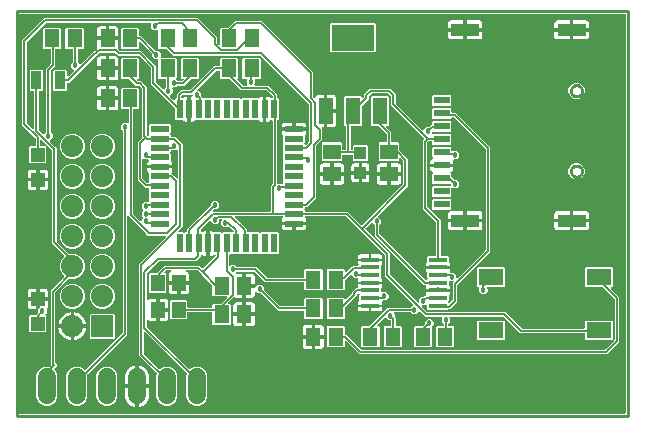
<source format=gtl>
G04 EAGLE Gerber RS-274X export*
G75*
%MOMM*%
%FSLAX34Y34*%
%LPD*%
%INTop Copper*%
%IPPOS*%
%AMOC8*
5,1,8,0,0,1.08239X$1,22.5*%
G01*
%ADD10R,1.500000X1.300000*%
%ADD11R,1.000000X1.100000*%
%ADD12R,1.300000X1.500000*%
%ADD13R,0.920000X1.520000*%
%ADD14R,1.200000X1.200000*%
%ADD15R,1.219200X2.235200*%
%ADD16R,3.600000X2.200000*%
%ADD17R,1.599800X0.547100*%
%ADD18R,0.547100X1.599800*%
%ADD19R,1.571900X0.406800*%
%ADD20R,1.875000X1.875000*%
%ADD21C,1.875000*%
%ADD22R,1.400000X0.620000*%
%ADD23R,2.400000X1.100000*%
%ADD24C,1.524000*%
%ADD25R,2.100000X1.400000*%
%ADD26R,1.186800X1.386800*%
%ADD27C,0.152400*%
%ADD28C,0.457200*%
%ADD29C,0.127000*%
%ADD30C,0.254000*%

G36*
X514626Y510036D02*
X514626Y510036D01*
X514645Y510034D01*
X514747Y510056D01*
X514849Y510072D01*
X514866Y510082D01*
X514886Y510086D01*
X514975Y510139D01*
X515066Y510188D01*
X515080Y510202D01*
X515097Y510212D01*
X515164Y510291D01*
X515236Y510366D01*
X515244Y510384D01*
X515257Y510399D01*
X515296Y510495D01*
X515339Y510589D01*
X515341Y510609D01*
X515349Y510627D01*
X515367Y510794D01*
X515367Y848006D01*
X515364Y848026D01*
X515366Y848045D01*
X515344Y848147D01*
X515328Y848249D01*
X515318Y848266D01*
X515314Y848286D01*
X515261Y848375D01*
X515212Y848466D01*
X515198Y848480D01*
X515188Y848497D01*
X515109Y848564D01*
X515034Y848636D01*
X515016Y848644D01*
X515001Y848657D01*
X514905Y848696D01*
X514811Y848739D01*
X514791Y848741D01*
X514773Y848749D01*
X514606Y848767D01*
X2794Y848767D01*
X2774Y848764D01*
X2755Y848766D01*
X2653Y848744D01*
X2551Y848728D01*
X2534Y848718D01*
X2514Y848714D01*
X2425Y848661D01*
X2334Y848612D01*
X2320Y848598D01*
X2303Y848588D01*
X2236Y848509D01*
X2164Y848434D01*
X2156Y848416D01*
X2143Y848401D01*
X2104Y848305D01*
X2061Y848211D01*
X2059Y848191D01*
X2051Y848173D01*
X2033Y848006D01*
X2033Y510794D01*
X2036Y510774D01*
X2034Y510755D01*
X2056Y510653D01*
X2072Y510551D01*
X2082Y510534D01*
X2086Y510514D01*
X2139Y510425D01*
X2188Y510334D01*
X2202Y510320D01*
X2212Y510303D01*
X2291Y510236D01*
X2366Y510164D01*
X2384Y510156D01*
X2399Y510143D01*
X2495Y510104D01*
X2589Y510061D01*
X2609Y510059D01*
X2627Y510051D01*
X2794Y510033D01*
X514606Y510033D01*
X514626Y510036D01*
G37*
%LPC*%
G36*
X23632Y516889D02*
X23632Y516889D01*
X20364Y518243D01*
X17863Y520744D01*
X16509Y524012D01*
X16509Y542788D01*
X17863Y546056D01*
X20364Y548557D01*
X23632Y549911D01*
X27194Y549911D01*
X27249Y549898D01*
X27362Y549869D01*
X27368Y549870D01*
X27374Y549868D01*
X27491Y549879D01*
X27607Y549889D01*
X27613Y549891D01*
X27619Y549892D01*
X27727Y549940D01*
X27834Y549985D01*
X27839Y549989D01*
X27844Y549991D01*
X27858Y550004D01*
X27965Y550090D01*
X28517Y550642D01*
X28528Y550658D01*
X28544Y550670D01*
X28600Y550758D01*
X28660Y550841D01*
X28666Y550860D01*
X28677Y550877D01*
X28702Y550978D01*
X28733Y551077D01*
X28732Y551096D01*
X28737Y551116D01*
X28729Y551219D01*
X28726Y551322D01*
X28719Y551341D01*
X28718Y551361D01*
X28677Y551456D01*
X28642Y551553D01*
X28629Y551569D01*
X28621Y551587D01*
X28574Y551646D01*
X28574Y614199D01*
X40116Y625742D01*
X40128Y625758D01*
X40144Y625770D01*
X40200Y625857D01*
X40260Y625941D01*
X40266Y625960D01*
X40277Y625977D01*
X40302Y626078D01*
X40332Y626176D01*
X40332Y626196D01*
X40337Y626216D01*
X40329Y626319D01*
X40326Y626422D01*
X40319Y626441D01*
X40318Y626461D01*
X40277Y626556D01*
X40242Y626653D01*
X40229Y626669D01*
X40221Y626687D01*
X40116Y626818D01*
X37965Y628970D01*
X36344Y632882D01*
X36344Y637118D01*
X37965Y641030D01*
X40116Y643182D01*
X40128Y643198D01*
X40144Y643210D01*
X40200Y643298D01*
X40260Y643382D01*
X40266Y643401D01*
X40277Y643417D01*
X40302Y643518D01*
X40332Y643617D01*
X40332Y643637D01*
X40337Y643656D01*
X40329Y643759D01*
X40326Y643863D01*
X40319Y643881D01*
X40318Y643901D01*
X40277Y643996D01*
X40242Y644094D01*
X40229Y644109D01*
X40221Y644127D01*
X40116Y644258D01*
X29844Y654531D01*
X29844Y732955D01*
X29830Y733045D01*
X29822Y733136D01*
X29810Y733166D01*
X29805Y733198D01*
X29762Y733279D01*
X29726Y733363D01*
X29700Y733395D01*
X29689Y733415D01*
X29666Y733438D01*
X29621Y733494D01*
X20985Y742130D01*
X20927Y742171D01*
X20875Y742221D01*
X20828Y742243D01*
X20786Y742273D01*
X20717Y742294D01*
X20652Y742324D01*
X20600Y742330D01*
X20550Y742346D01*
X20479Y742344D01*
X20408Y742352D01*
X20357Y742341D01*
X20305Y742339D01*
X20237Y742315D01*
X20167Y742299D01*
X20122Y742273D01*
X20074Y742255D01*
X20018Y742210D01*
X19956Y742173D01*
X19922Y742134D01*
X19882Y742101D01*
X19843Y742041D01*
X19796Y741986D01*
X19777Y741938D01*
X19749Y741894D01*
X19731Y741825D01*
X19704Y741758D01*
X19696Y741687D01*
X19688Y741656D01*
X19690Y741632D01*
X19686Y741591D01*
X19686Y737352D01*
X19689Y737332D01*
X19687Y737313D01*
X19709Y737211D01*
X19725Y737109D01*
X19735Y737092D01*
X19739Y737072D01*
X19792Y736983D01*
X19841Y736892D01*
X19855Y736878D01*
X19865Y736861D01*
X19944Y736794D01*
X20019Y736722D01*
X20037Y736714D01*
X20052Y736701D01*
X20148Y736662D01*
X20242Y736619D01*
X20262Y736617D01*
X20280Y736609D01*
X20447Y736591D01*
X24306Y736591D01*
X25051Y735846D01*
X25051Y722794D01*
X24306Y722049D01*
X11254Y722049D01*
X10509Y722794D01*
X10509Y735846D01*
X11254Y736591D01*
X15113Y736591D01*
X15133Y736594D01*
X15152Y736592D01*
X15254Y736614D01*
X15356Y736630D01*
X15373Y736640D01*
X15393Y736644D01*
X15482Y736697D01*
X15573Y736746D01*
X15587Y736760D01*
X15604Y736770D01*
X15671Y736849D01*
X15743Y736924D01*
X15751Y736942D01*
X15764Y736957D01*
X15802Y737053D01*
X15846Y737147D01*
X15848Y737167D01*
X15856Y737185D01*
X15874Y737352D01*
X15874Y743115D01*
X15860Y743205D01*
X15852Y743296D01*
X15840Y743326D01*
X15835Y743358D01*
X15792Y743439D01*
X15756Y743523D01*
X15730Y743555D01*
X15719Y743575D01*
X15696Y743598D01*
X15651Y743654D01*
X4444Y754861D01*
X4444Y826289D01*
X23341Y845186D01*
X153189Y845186D01*
X169546Y828829D01*
X169546Y824065D01*
X169560Y823975D01*
X169568Y823884D01*
X169580Y823854D01*
X169585Y823822D01*
X169628Y823742D01*
X169664Y823657D01*
X169690Y823625D01*
X169701Y823605D01*
X169724Y823582D01*
X169769Y823526D01*
X170660Y822635D01*
X170718Y822594D01*
X170770Y822544D01*
X170817Y822522D01*
X170859Y822492D01*
X170928Y822471D01*
X170993Y822441D01*
X171045Y822435D01*
X171095Y822419D01*
X171166Y822421D01*
X171237Y822413D01*
X171288Y822424D01*
X171340Y822426D01*
X171408Y822450D01*
X171478Y822466D01*
X171523Y822492D01*
X171571Y822510D01*
X171627Y822555D01*
X171689Y822592D01*
X171723Y822631D01*
X171763Y822664D01*
X171802Y822724D01*
X171849Y822779D01*
X171868Y822827D01*
X171896Y822871D01*
X171914Y822940D01*
X171941Y823007D01*
X171949Y823078D01*
X171957Y823109D01*
X171955Y823133D01*
X171959Y823174D01*
X171959Y836066D01*
X172704Y836811D01*
X178480Y836811D01*
X178570Y836825D01*
X178661Y836833D01*
X178691Y836845D01*
X178723Y836850D01*
X178804Y836893D01*
X178888Y836929D01*
X178920Y836955D01*
X178940Y836966D01*
X178963Y836989D01*
X179019Y837034D01*
X184631Y842646D01*
X207799Y842646D01*
X250826Y799619D01*
X250826Y778345D01*
X250840Y778255D01*
X250848Y778164D01*
X250860Y778134D01*
X250865Y778102D01*
X250908Y778022D01*
X250944Y777937D01*
X250970Y777905D01*
X250981Y777885D01*
X251004Y777862D01*
X251049Y777806D01*
X251430Y777425D01*
X251488Y777384D01*
X251540Y777334D01*
X251587Y777312D01*
X251629Y777282D01*
X251698Y777261D01*
X251763Y777231D01*
X251815Y777225D01*
X251865Y777209D01*
X251936Y777211D01*
X252007Y777203D01*
X252058Y777214D01*
X252110Y777216D01*
X252178Y777240D01*
X252248Y777256D01*
X252293Y777282D01*
X252341Y777300D01*
X252397Y777345D01*
X252459Y777382D01*
X252493Y777421D01*
X252533Y777454D01*
X252572Y777514D01*
X252619Y777569D01*
X252638Y777617D01*
X252666Y777661D01*
X252684Y777730D01*
X252711Y777797D01*
X252719Y777868D01*
X252727Y777899D01*
X252725Y777923D01*
X252729Y777964D01*
X252729Y778082D01*
X252902Y778729D01*
X253237Y779308D01*
X253710Y779781D01*
X254289Y780116D01*
X254936Y780289D01*
X259843Y780289D01*
X259843Y767334D01*
X259846Y767315D01*
X259844Y767296D01*
X259844Y767295D01*
X259866Y767193D01*
X259883Y767091D01*
X259892Y767074D01*
X259896Y767054D01*
X259949Y766965D01*
X259998Y766874D01*
X260012Y766860D01*
X260022Y766843D01*
X260101Y766776D01*
X260176Y766705D01*
X260194Y766696D01*
X260209Y766683D01*
X260305Y766644D01*
X260399Y766601D01*
X260419Y766599D01*
X260437Y766591D01*
X260604Y766573D01*
X261367Y766573D01*
X261367Y766571D01*
X260604Y766571D01*
X260584Y766568D01*
X260565Y766570D01*
X260463Y766548D01*
X260361Y766531D01*
X260344Y766522D01*
X260324Y766518D01*
X260235Y766465D01*
X260144Y766416D01*
X260130Y766402D01*
X260113Y766392D01*
X260046Y766313D01*
X259975Y766238D01*
X259966Y766220D01*
X259953Y766205D01*
X259914Y766109D01*
X259871Y766015D01*
X259869Y765995D01*
X259861Y765977D01*
X259843Y765810D01*
X259843Y752855D01*
X258788Y752855D01*
X258717Y752844D01*
X258645Y752842D01*
X258596Y752824D01*
X258545Y752816D01*
X258482Y752782D01*
X258414Y752757D01*
X258373Y752725D01*
X258328Y752700D01*
X258278Y752649D01*
X258222Y752604D01*
X258194Y752560D01*
X258158Y752522D01*
X258128Y752457D01*
X258089Y752397D01*
X258076Y752346D01*
X258055Y752299D01*
X258047Y752228D01*
X258029Y752158D01*
X258033Y752106D01*
X258027Y752055D01*
X258043Y751984D01*
X258048Y751913D01*
X258069Y751865D01*
X258080Y751814D01*
X258116Y751753D01*
X258145Y751687D01*
X258189Y751631D01*
X258206Y751603D01*
X258224Y751588D01*
X258249Y751556D01*
X258446Y751359D01*
X258446Y742161D01*
X253589Y737304D01*
X253536Y737230D01*
X253476Y737160D01*
X253464Y737130D01*
X253445Y737104D01*
X253418Y737017D01*
X253384Y736932D01*
X253380Y736891D01*
X253373Y736869D01*
X253374Y736837D01*
X253366Y736765D01*
X253366Y692631D01*
X245899Y685164D01*
X244644Y685164D01*
X244624Y685161D01*
X244605Y685163D01*
X244503Y685141D01*
X244401Y685125D01*
X244384Y685115D01*
X244364Y685111D01*
X244275Y685058D01*
X244184Y685009D01*
X244170Y684995D01*
X244153Y684985D01*
X244086Y684906D01*
X244014Y684831D01*
X244006Y684813D01*
X243993Y684798D01*
X243954Y684702D01*
X243911Y684608D01*
X243909Y684588D01*
X243901Y684570D01*
X243883Y684403D01*
X243883Y683938D01*
X243683Y683738D01*
X243671Y683722D01*
X243656Y683710D01*
X243600Y683622D01*
X243539Y683539D01*
X243533Y683520D01*
X243523Y683503D01*
X243497Y683402D01*
X243467Y683303D01*
X243467Y683283D01*
X243463Y683264D01*
X243471Y683161D01*
X243473Y683058D01*
X243480Y683039D01*
X243482Y683019D01*
X243522Y682924D01*
X243558Y682827D01*
X243570Y682811D01*
X243578Y682793D01*
X243683Y682662D01*
X243883Y682462D01*
X243883Y682117D01*
X243886Y682097D01*
X243884Y682078D01*
X243906Y681976D01*
X243922Y681874D01*
X243932Y681857D01*
X243936Y681837D01*
X243989Y681748D01*
X244038Y681657D01*
X244052Y681643D01*
X244062Y681626D01*
X244141Y681559D01*
X244216Y681487D01*
X244234Y681479D01*
X244249Y681466D01*
X244345Y681427D01*
X244439Y681384D01*
X244459Y681382D01*
X244477Y681374D01*
X244644Y681356D01*
X280189Y681356D01*
X281529Y680016D01*
X291562Y669983D01*
X291578Y669972D01*
X291590Y669956D01*
X291678Y669900D01*
X291761Y669840D01*
X291780Y669834D01*
X291797Y669823D01*
X291898Y669798D01*
X291997Y669767D01*
X292016Y669768D01*
X292036Y669763D01*
X292139Y669771D01*
X292242Y669774D01*
X292261Y669781D01*
X292281Y669782D01*
X292376Y669823D01*
X292473Y669858D01*
X292489Y669871D01*
X292507Y669879D01*
X292638Y669983D01*
X326801Y704146D01*
X326854Y704220D01*
X326914Y704290D01*
X326926Y704320D01*
X326945Y704346D01*
X326972Y704433D01*
X327006Y704518D01*
X327010Y704559D01*
X327017Y704581D01*
X327016Y704613D01*
X327024Y704685D01*
X327024Y724065D01*
X327010Y724155D01*
X327002Y724246D01*
X326990Y724276D01*
X326985Y724308D01*
X326942Y724389D01*
X326906Y724473D01*
X326880Y724505D01*
X326869Y724525D01*
X326846Y724548D01*
X326801Y724604D01*
X325030Y726375D01*
X324972Y726416D01*
X324920Y726466D01*
X324873Y726488D01*
X324831Y726518D01*
X324762Y726539D01*
X324697Y726569D01*
X324645Y726575D01*
X324595Y726591D01*
X324524Y726589D01*
X324453Y726597D01*
X324402Y726586D01*
X324350Y726584D01*
X324282Y726560D01*
X324212Y726544D01*
X324167Y726518D01*
X324119Y726500D01*
X324063Y726455D01*
X324001Y726418D01*
X323967Y726379D01*
X323927Y726346D01*
X323888Y726286D01*
X323841Y726231D01*
X323822Y726183D01*
X323794Y726139D01*
X323776Y726070D01*
X323749Y726003D01*
X323741Y725932D01*
X323733Y725901D01*
X323735Y725877D01*
X323731Y725836D01*
X323731Y725104D01*
X322986Y724359D01*
X306934Y724359D01*
X306189Y725104D01*
X306189Y739156D01*
X306934Y739901D01*
X312293Y739901D01*
X312313Y739904D01*
X312332Y739902D01*
X312434Y739924D01*
X312536Y739940D01*
X312553Y739950D01*
X312573Y739954D01*
X312662Y740007D01*
X312753Y740056D01*
X312767Y740070D01*
X312784Y740080D01*
X312851Y740159D01*
X312923Y740234D01*
X312931Y740252D01*
X312944Y740267D01*
X312983Y740363D01*
X313026Y740457D01*
X313028Y740477D01*
X313036Y740495D01*
X313054Y740662D01*
X313054Y746925D01*
X313040Y747015D01*
X313032Y747106D01*
X313020Y747136D01*
X313015Y747168D01*
X312972Y747249D01*
X312936Y747333D01*
X312910Y747365D01*
X312899Y747385D01*
X312876Y747408D01*
X312831Y747464D01*
X306393Y753902D01*
X306319Y753955D01*
X306249Y754015D01*
X306219Y754027D01*
X306193Y754046D01*
X306106Y754073D01*
X306021Y754107D01*
X305980Y754111D01*
X305958Y754118D01*
X305926Y754117D01*
X305854Y754125D01*
X300972Y754125D01*
X300227Y754870D01*
X300227Y778274D01*
X300972Y779019D01*
X314216Y779019D01*
X314961Y778274D01*
X314961Y754870D01*
X314216Y754125D01*
X313398Y754125D01*
X313327Y754114D01*
X313255Y754112D01*
X313206Y754094D01*
X313155Y754086D01*
X313092Y754052D01*
X313024Y754027D01*
X312984Y753995D01*
X312938Y753970D01*
X312888Y753918D01*
X312832Y753874D01*
X312804Y753830D01*
X312768Y753792D01*
X312738Y753727D01*
X312699Y753667D01*
X312686Y753616D01*
X312665Y753569D01*
X312657Y753498D01*
X312639Y753428D01*
X312643Y753376D01*
X312637Y753325D01*
X312653Y753254D01*
X312658Y753183D01*
X312679Y753135D01*
X312690Y753084D01*
X312727Y753023D01*
X312755Y752957D01*
X312799Y752901D01*
X312816Y752873D01*
X312834Y752858D01*
X312859Y752826D01*
X316866Y748819D01*
X316866Y740662D01*
X316867Y740654D01*
X316867Y740652D01*
X316869Y740642D01*
X316867Y740623D01*
X316889Y740521D01*
X316905Y740419D01*
X316915Y740402D01*
X316919Y740382D01*
X316972Y740293D01*
X317021Y740202D01*
X317035Y740188D01*
X317045Y740171D01*
X317124Y740104D01*
X317199Y740032D01*
X317217Y740024D01*
X317232Y740011D01*
X317328Y739972D01*
X317422Y739929D01*
X317442Y739927D01*
X317460Y739919D01*
X317627Y739901D01*
X322986Y739901D01*
X323731Y739156D01*
X323731Y733380D01*
X323745Y733290D01*
X323753Y733199D01*
X323765Y733169D01*
X323770Y733137D01*
X323813Y733056D01*
X323849Y732972D01*
X323875Y732940D01*
X323886Y732920D01*
X323909Y732897D01*
X323954Y732841D01*
X330836Y725959D01*
X330836Y702791D01*
X306001Y677956D01*
X305960Y677898D01*
X305910Y677846D01*
X305888Y677799D01*
X305858Y677757D01*
X305837Y677688D01*
X305807Y677623D01*
X305801Y677571D01*
X305785Y677521D01*
X305787Y677450D01*
X305779Y677379D01*
X305790Y677328D01*
X305792Y677276D01*
X305816Y677208D01*
X305832Y677138D01*
X305858Y677093D01*
X305876Y677045D01*
X305921Y676989D01*
X305958Y676927D01*
X305997Y676893D01*
X306030Y676853D01*
X306090Y676814D01*
X306145Y676767D01*
X306175Y676755D01*
X308357Y674573D01*
X308357Y671627D01*
X306929Y670199D01*
X306876Y670125D01*
X306816Y670055D01*
X306804Y670025D01*
X306785Y669999D01*
X306758Y669912D01*
X306724Y669827D01*
X306720Y669786D01*
X306713Y669764D01*
X306714Y669732D01*
X306706Y669660D01*
X306706Y662775D01*
X306720Y662685D01*
X306728Y662594D01*
X306740Y662564D01*
X306745Y662532D01*
X306788Y662451D01*
X306824Y662367D01*
X306850Y662335D01*
X306861Y662315D01*
X306884Y662292D01*
X306929Y662236D01*
X346006Y623159D01*
X346080Y623106D01*
X346150Y623046D01*
X346180Y623034D01*
X346206Y623015D01*
X346293Y622988D01*
X346378Y622954D01*
X346419Y622950D01*
X346441Y622943D01*
X346473Y622944D01*
X346545Y622936D01*
X346646Y622936D01*
X346666Y622939D01*
X346686Y622937D01*
X346787Y622959D01*
X346889Y622975D01*
X346907Y622985D01*
X346926Y622989D01*
X347015Y623042D01*
X347107Y623091D01*
X347120Y623105D01*
X347137Y623115D01*
X347205Y623194D01*
X347276Y623269D01*
X347284Y623287D01*
X347297Y623302D01*
X347336Y623398D01*
X347380Y623492D01*
X347382Y623512D01*
X347389Y623530D01*
X347397Y623603D01*
X347559Y623764D01*
X347571Y623781D01*
X347586Y623793D01*
X347642Y623880D01*
X347703Y623964D01*
X347708Y623983D01*
X347719Y624000D01*
X347745Y624100D01*
X347775Y624199D01*
X347774Y624219D01*
X347779Y624238D01*
X347771Y624341D01*
X347769Y624445D01*
X347762Y624464D01*
X347760Y624484D01*
X347720Y624579D01*
X347684Y624676D01*
X347672Y624692D01*
X347664Y624710D01*
X347559Y624841D01*
X347408Y624992D01*
X347408Y629381D01*
X347393Y629471D01*
X347386Y629562D01*
X347373Y629592D01*
X347368Y629624D01*
X347325Y629704D01*
X347290Y629788D01*
X347264Y629820D01*
X347253Y629841D01*
X347230Y629863D01*
X347185Y629919D01*
X346645Y630459D01*
X346311Y631038D01*
X346138Y631684D01*
X346138Y633036D01*
X356283Y633036D01*
X356302Y633040D01*
X356322Y633037D01*
X356423Y633059D01*
X356526Y633076D01*
X356543Y633085D01*
X356588Y633064D01*
X356608Y633062D01*
X356626Y633055D01*
X356793Y633036D01*
X366938Y633036D01*
X366938Y631684D01*
X366765Y631038D01*
X366633Y630809D01*
X366599Y630719D01*
X366559Y630633D01*
X366556Y630605D01*
X366546Y630579D01*
X366542Y630483D01*
X366532Y630389D01*
X366538Y630361D01*
X366537Y630333D01*
X366564Y630241D01*
X366584Y630148D01*
X366598Y630124D01*
X366606Y630097D01*
X366661Y630019D01*
X366710Y629937D01*
X366732Y629919D01*
X366748Y629896D01*
X366824Y629839D01*
X366897Y629777D01*
X366923Y629767D01*
X366946Y629750D01*
X367037Y629721D01*
X367125Y629685D01*
X367160Y629681D01*
X367180Y629675D01*
X367213Y629675D01*
X367292Y629667D01*
X369773Y629667D01*
X371857Y627583D01*
X371857Y625310D01*
X371868Y625239D01*
X371870Y625167D01*
X371888Y625118D01*
X371896Y625067D01*
X371930Y625004D01*
X371955Y624936D01*
X371987Y624896D01*
X372012Y624850D01*
X372064Y624800D01*
X372108Y624744D01*
X372152Y624716D01*
X372190Y624680D01*
X372255Y624650D01*
X372315Y624611D01*
X372366Y624598D01*
X372413Y624577D01*
X372484Y624569D01*
X372554Y624551D01*
X372606Y624555D01*
X372657Y624549D01*
X372728Y624565D01*
X372799Y624570D01*
X372847Y624591D01*
X372898Y624602D01*
X372959Y624639D01*
X373025Y624667D01*
X373081Y624711D01*
X373109Y624728D01*
X373124Y624746D01*
X373156Y624771D01*
X396651Y648266D01*
X396704Y648340D01*
X396764Y648410D01*
X396776Y648440D01*
X396795Y648466D01*
X396822Y648553D01*
X396856Y648638D01*
X396860Y648679D01*
X396867Y648701D01*
X396866Y648733D01*
X396874Y648805D01*
X396874Y734225D01*
X396860Y734315D01*
X396852Y734406D01*
X396840Y734436D01*
X396835Y734468D01*
X396792Y734549D01*
X396756Y734633D01*
X396730Y734665D01*
X396719Y734685D01*
X396696Y734708D01*
X396651Y734764D01*
X370274Y761141D01*
X370200Y761194D01*
X370130Y761254D01*
X370100Y761266D01*
X370074Y761285D01*
X369987Y761312D01*
X369902Y761346D01*
X369861Y761350D01*
X369839Y761357D01*
X369807Y761356D01*
X369735Y761364D01*
X368662Y761364D01*
X368642Y761361D01*
X368623Y761363D01*
X368521Y761341D01*
X368419Y761325D01*
X368402Y761315D01*
X368382Y761311D01*
X368293Y761258D01*
X368202Y761209D01*
X368188Y761195D01*
X368171Y761185D01*
X368104Y761106D01*
X368032Y761031D01*
X368024Y761013D01*
X368011Y760998D01*
X367972Y760902D01*
X367949Y760852D01*
X367156Y760059D01*
X352104Y760059D01*
X351359Y760804D01*
X351359Y768056D01*
X352104Y768801D01*
X367156Y768801D01*
X367901Y768056D01*
X367901Y765937D01*
X367904Y765917D01*
X367902Y765898D01*
X367924Y765796D01*
X367940Y765694D01*
X367950Y765677D01*
X367954Y765657D01*
X368007Y765568D01*
X368056Y765477D01*
X368070Y765463D01*
X368080Y765446D01*
X368159Y765379D01*
X368234Y765307D01*
X368252Y765299D01*
X368267Y765286D01*
X368363Y765247D01*
X368457Y765204D01*
X368477Y765202D01*
X368495Y765194D01*
X368662Y765176D01*
X371629Y765176D01*
X400686Y736119D01*
X400686Y646911D01*
X372969Y619194D01*
X372916Y619120D01*
X372856Y619050D01*
X372844Y619020D01*
X372825Y618994D01*
X372798Y618907D01*
X372764Y618822D01*
X372760Y618781D01*
X372753Y618759D01*
X372754Y618727D01*
X372746Y618655D01*
X372746Y605001D01*
X366549Y598804D01*
X365795Y598804D01*
X365705Y598790D01*
X365614Y598782D01*
X365585Y598770D01*
X365553Y598765D01*
X365472Y598722D01*
X365388Y598686D01*
X365356Y598660D01*
X365335Y598649D01*
X365313Y598626D01*
X365257Y598581D01*
X364924Y598248D01*
X348152Y598248D01*
X347408Y598992D01*
X347408Y602160D01*
X347406Y602173D01*
X347407Y602183D01*
X347396Y602232D01*
X347394Y602302D01*
X347376Y602351D01*
X347368Y602403D01*
X347334Y602466D01*
X347310Y602533D01*
X347277Y602574D01*
X347253Y602620D01*
X347201Y602669D01*
X347156Y602725D01*
X347112Y602754D01*
X347075Y602789D01*
X347009Y602820D01*
X346949Y602858D01*
X346899Y602871D01*
X346851Y602893D01*
X346780Y602901D01*
X346711Y602918D01*
X346659Y602914D01*
X346607Y602920D01*
X346537Y602905D01*
X346465Y602899D01*
X346418Y602879D01*
X346367Y602868D01*
X346305Y602831D01*
X346239Y602803D01*
X346183Y602758D01*
X346156Y602742D01*
X346140Y602724D01*
X346108Y602698D01*
X345643Y602233D01*
X343370Y602233D01*
X343299Y602222D01*
X343227Y602220D01*
X343178Y602202D01*
X343127Y602194D01*
X343064Y602160D01*
X342996Y602135D01*
X342956Y602103D01*
X342910Y602078D01*
X342860Y602026D01*
X342804Y601982D01*
X342776Y601938D01*
X342740Y601900D01*
X342710Y601835D01*
X342671Y601775D01*
X342658Y601724D01*
X342637Y601677D01*
X342629Y601606D01*
X342611Y601536D01*
X342615Y601484D01*
X342609Y601433D01*
X342625Y601362D01*
X342630Y601291D01*
X342651Y601243D01*
X342662Y601192D01*
X342699Y601131D01*
X342727Y601065D01*
X342771Y601009D01*
X342788Y600981D01*
X342806Y600966D01*
X342831Y600934D01*
X347276Y596489D01*
X347350Y596436D01*
X347420Y596376D01*
X347450Y596364D01*
X347476Y596345D01*
X347563Y596318D01*
X347648Y596284D01*
X347689Y596280D01*
X347711Y596273D01*
X347743Y596274D01*
X347815Y596266D01*
X413539Y596266D01*
X427286Y582519D01*
X427360Y582466D01*
X427430Y582406D01*
X427460Y582394D01*
X427486Y582375D01*
X427573Y582348D01*
X427658Y582314D01*
X427699Y582310D01*
X427721Y582303D01*
X427753Y582304D01*
X427825Y582296D01*
X480008Y582296D01*
X480028Y582299D01*
X480047Y582297D01*
X480149Y582319D01*
X480251Y582335D01*
X480268Y582345D01*
X480288Y582349D01*
X480377Y582402D01*
X480468Y582451D01*
X480482Y582465D01*
X480499Y582475D01*
X480566Y582554D01*
X480638Y582629D01*
X480646Y582647D01*
X480659Y582662D01*
X480698Y582758D01*
X480741Y582852D01*
X480743Y582872D01*
X480751Y582890D01*
X480769Y583057D01*
X480769Y588276D01*
X481514Y589021D01*
X503566Y589021D01*
X504311Y588276D01*
X504311Y573224D01*
X503566Y572479D01*
X481514Y572479D01*
X480769Y573224D01*
X480769Y577723D01*
X480766Y577743D01*
X480768Y577762D01*
X480746Y577864D01*
X480730Y577966D01*
X480720Y577983D01*
X480716Y578003D01*
X480663Y578092D01*
X480614Y578183D01*
X480600Y578197D01*
X480590Y578214D01*
X480511Y578281D01*
X480436Y578353D01*
X480418Y578361D01*
X480403Y578374D01*
X480307Y578413D01*
X480213Y578456D01*
X480193Y578458D01*
X480175Y578466D01*
X480008Y578484D01*
X425931Y578484D01*
X412184Y592231D01*
X412110Y592284D01*
X412040Y592344D01*
X412010Y592356D01*
X411984Y592375D01*
X411897Y592402D01*
X411812Y592436D01*
X411771Y592440D01*
X411749Y592447D01*
X411717Y592446D01*
X411645Y592454D01*
X366914Y592454D01*
X366843Y592443D01*
X366771Y592441D01*
X366722Y592423D01*
X366671Y592415D01*
X366607Y592381D01*
X366540Y592356D01*
X366499Y592324D01*
X366453Y592299D01*
X366404Y592248D01*
X366348Y592203D01*
X366320Y592159D01*
X366284Y592121D01*
X366254Y592056D01*
X366215Y591996D01*
X366202Y591945D01*
X366180Y591898D01*
X366172Y591827D01*
X366155Y591757D01*
X366159Y591705D01*
X366153Y591654D01*
X366169Y591583D01*
X366174Y591512D01*
X366194Y591464D01*
X366206Y591413D01*
X366242Y591352D01*
X366270Y591286D01*
X366315Y591230D01*
X366332Y591202D01*
X366349Y591187D01*
X366375Y591155D01*
X366777Y590753D01*
X366777Y587807D01*
X365349Y586379D01*
X365296Y586305D01*
X365236Y586235D01*
X365224Y586205D01*
X365205Y586179D01*
X365178Y586092D01*
X365144Y586007D01*
X365140Y585966D01*
X365133Y585944D01*
X365134Y585912D01*
X365126Y585840D01*
X365126Y584865D01*
X365129Y584845D01*
X365127Y584825D01*
X365149Y584724D01*
X365165Y584622D01*
X365175Y584604D01*
X365179Y584585D01*
X365232Y584496D01*
X365281Y584405D01*
X365295Y584391D01*
X365305Y584374D01*
X365384Y584306D01*
X365459Y584235D01*
X365477Y584227D01*
X365492Y584214D01*
X365588Y584175D01*
X365682Y584132D01*
X365702Y584129D01*
X365720Y584122D01*
X365887Y584103D01*
X369747Y584103D01*
X370492Y583359D01*
X370492Y567306D01*
X369747Y566562D01*
X355695Y566562D01*
X354950Y567306D01*
X354950Y583359D01*
X355695Y584103D01*
X360553Y584103D01*
X360573Y584107D01*
X360592Y584104D01*
X360694Y584126D01*
X360796Y584143D01*
X360813Y584152D01*
X360833Y584157D01*
X360922Y584210D01*
X361013Y584258D01*
X361027Y584273D01*
X361044Y584283D01*
X361111Y584362D01*
X361183Y584437D01*
X361191Y584455D01*
X361204Y584470D01*
X361243Y584566D01*
X361286Y584660D01*
X361288Y584679D01*
X361296Y584698D01*
X361314Y584865D01*
X361314Y585840D01*
X361300Y585931D01*
X361292Y586021D01*
X361280Y586051D01*
X361275Y586083D01*
X361232Y586164D01*
X361196Y586248D01*
X361170Y586280D01*
X361159Y586301D01*
X361136Y586323D01*
X361091Y586379D01*
X359663Y587807D01*
X359663Y590753D01*
X360065Y591155D01*
X360107Y591213D01*
X360156Y591265D01*
X360178Y591312D01*
X360208Y591354D01*
X360229Y591423D01*
X360260Y591488D01*
X360265Y591540D01*
X360281Y591590D01*
X360279Y591661D01*
X360287Y591732D01*
X360276Y591783D01*
X360274Y591835D01*
X360250Y591903D01*
X360234Y591973D01*
X360208Y592018D01*
X360190Y592066D01*
X360145Y592122D01*
X360108Y592184D01*
X360069Y592218D01*
X360036Y592258D01*
X359976Y592297D01*
X359921Y592344D01*
X359873Y592363D01*
X359829Y592391D01*
X359760Y592409D01*
X359693Y592436D01*
X359622Y592444D01*
X359591Y592452D01*
X359567Y592450D01*
X359526Y592454D01*
X345921Y592454D01*
X341406Y596969D01*
X341348Y597010D01*
X341296Y597060D01*
X341249Y597082D01*
X341207Y597112D01*
X341138Y597133D01*
X341073Y597163D01*
X341021Y597169D01*
X340971Y597185D01*
X340900Y597183D01*
X340829Y597191D01*
X340778Y597180D01*
X340726Y597178D01*
X340658Y597154D01*
X340588Y597138D01*
X340543Y597112D01*
X340495Y597094D01*
X340439Y597049D01*
X340377Y597012D01*
X340343Y596973D01*
X340303Y596940D01*
X340264Y596880D01*
X340217Y596825D01*
X340205Y596795D01*
X338023Y594613D01*
X335077Y594613D01*
X333649Y596041D01*
X333575Y596094D01*
X333505Y596154D01*
X333475Y596166D01*
X333449Y596185D01*
X333362Y596212D01*
X333277Y596246D01*
X333236Y596250D01*
X333214Y596257D01*
X333182Y596256D01*
X333110Y596264D01*
X319924Y596264D01*
X319853Y596253D01*
X319781Y596251D01*
X319732Y596233D01*
X319681Y596225D01*
X319617Y596191D01*
X319550Y596166D01*
X319509Y596134D01*
X319463Y596109D01*
X319414Y596058D01*
X319358Y596013D01*
X319330Y595969D01*
X319294Y595931D01*
X319264Y595866D01*
X319225Y595806D01*
X319212Y595755D01*
X319190Y595708D01*
X319182Y595637D01*
X319165Y595567D01*
X319169Y595515D01*
X319163Y595464D01*
X319179Y595393D01*
X319184Y595322D01*
X319204Y595274D01*
X319216Y595223D01*
X319252Y595162D01*
X319280Y595096D01*
X319325Y595040D01*
X319342Y595012D01*
X319359Y594997D01*
X319385Y594965D01*
X319787Y594563D01*
X319787Y592544D01*
X319801Y592454D01*
X319809Y592363D01*
X319821Y592333D01*
X319826Y592301D01*
X319869Y592220D01*
X319905Y592136D01*
X319931Y592104D01*
X319942Y592084D01*
X319965Y592061D01*
X320010Y592005D01*
X320676Y591339D01*
X320676Y584865D01*
X320679Y584845D01*
X320677Y584825D01*
X320699Y584724D01*
X320715Y584622D01*
X320725Y584604D01*
X320729Y584585D01*
X320782Y584496D01*
X320831Y584405D01*
X320845Y584391D01*
X320855Y584374D01*
X320934Y584306D01*
X321009Y584235D01*
X321027Y584227D01*
X321042Y584214D01*
X321138Y584175D01*
X321232Y584132D01*
X321252Y584129D01*
X321270Y584122D01*
X321437Y584103D01*
X325297Y584103D01*
X326042Y583359D01*
X326042Y567306D01*
X325297Y566562D01*
X311245Y566562D01*
X310500Y567306D01*
X310500Y583359D01*
X311245Y584103D01*
X316103Y584103D01*
X316123Y584107D01*
X316142Y584104D01*
X316244Y584126D01*
X316346Y584143D01*
X316363Y584152D01*
X316383Y584157D01*
X316472Y584210D01*
X316563Y584258D01*
X316577Y584273D01*
X316594Y584283D01*
X316661Y584362D01*
X316733Y584437D01*
X316741Y584455D01*
X316754Y584470D01*
X316793Y584566D01*
X316836Y584660D01*
X316838Y584679D01*
X316846Y584698D01*
X316864Y584865D01*
X316864Y588772D01*
X316861Y588792D01*
X316863Y588811D01*
X316841Y588913D01*
X316825Y589015D01*
X316815Y589032D01*
X316811Y589052D01*
X316758Y589141D01*
X316709Y589232D01*
X316695Y589246D01*
X316685Y589263D01*
X316606Y589330D01*
X316531Y589402D01*
X316513Y589410D01*
X316498Y589423D01*
X316402Y589462D01*
X316308Y589505D01*
X316288Y589507D01*
X316270Y589515D01*
X316103Y589533D01*
X314757Y589533D01*
X312581Y591709D01*
X312575Y591724D01*
X312543Y591765D01*
X312518Y591810D01*
X312467Y591860D01*
X312422Y591916D01*
X312378Y591944D01*
X312340Y591980D01*
X312275Y592010D01*
X312215Y592049D01*
X312164Y592062D01*
X312117Y592083D01*
X312046Y592091D01*
X311976Y592109D01*
X311924Y592105D01*
X311873Y592111D01*
X311802Y592095D01*
X311731Y592090D01*
X311683Y592069D01*
X311632Y592058D01*
X311571Y592021D01*
X311505Y591993D01*
X311449Y591949D01*
X311421Y591932D01*
X311406Y591914D01*
X311374Y591889D01*
X304888Y585403D01*
X304846Y585345D01*
X304797Y585293D01*
X304775Y585245D01*
X304744Y585203D01*
X304723Y585135D01*
X304693Y585070D01*
X304687Y585018D01*
X304672Y584968D01*
X304674Y584896D01*
X304666Y584825D01*
X304677Y584774D01*
X304678Y584722D01*
X304703Y584655D01*
X304718Y584585D01*
X304745Y584540D01*
X304763Y584491D01*
X304808Y584435D01*
X304845Y584374D01*
X304884Y584340D01*
X304917Y584299D01*
X304977Y584260D01*
X305031Y584214D01*
X305080Y584194D01*
X305124Y584166D01*
X305193Y584149D01*
X305260Y584122D01*
X305331Y584114D01*
X305362Y584106D01*
X305385Y584108D01*
X305426Y584103D01*
X306297Y584103D01*
X307042Y583359D01*
X307042Y567306D01*
X306297Y566562D01*
X292245Y566562D01*
X291500Y567306D01*
X291500Y583359D01*
X292245Y584103D01*
X297883Y584103D01*
X297973Y584118D01*
X298064Y584125D01*
X298094Y584138D01*
X298126Y584143D01*
X298206Y584186D01*
X298290Y584222D01*
X298322Y584247D01*
X298343Y584258D01*
X298365Y584282D01*
X298421Y584326D01*
X314171Y600076D01*
X333110Y600076D01*
X333201Y600090D01*
X333291Y600098D01*
X333321Y600110D01*
X333353Y600115D01*
X333434Y600158D01*
X333518Y600194D01*
X333550Y600220D01*
X333571Y600231D01*
X333593Y600254D01*
X333649Y600299D01*
X335169Y601819D01*
X335184Y601825D01*
X335224Y601857D01*
X335270Y601882D01*
X335320Y601934D01*
X335376Y601978D01*
X335404Y602022D01*
X335440Y602060D01*
X335470Y602125D01*
X335509Y602185D01*
X335522Y602236D01*
X335543Y602283D01*
X335551Y602354D01*
X335569Y602424D01*
X335565Y602476D01*
X335571Y602527D01*
X335555Y602598D01*
X335550Y602669D01*
X335529Y602717D01*
X335518Y602768D01*
X335481Y602829D01*
X335453Y602895D01*
X335409Y602951D01*
X335392Y602979D01*
X335374Y602994D01*
X335349Y603026D01*
X313124Y625251D01*
X311784Y626591D01*
X311784Y644055D01*
X311770Y644145D01*
X311762Y644236D01*
X311750Y644266D01*
X311745Y644298D01*
X311702Y644379D01*
X311666Y644463D01*
X311640Y644495D01*
X311629Y644515D01*
X311606Y644538D01*
X311561Y644594D01*
X291534Y664621D01*
X291533Y664621D01*
X289971Y666183D01*
X289971Y666184D01*
X278834Y677321D01*
X278760Y677374D01*
X278690Y677434D01*
X278660Y677446D01*
X278634Y677465D01*
X278547Y677492D01*
X278462Y677526D01*
X278421Y677530D01*
X278399Y677537D01*
X278367Y677536D01*
X278295Y677544D01*
X244644Y677544D01*
X244624Y677541D01*
X244605Y677543D01*
X244503Y677521D01*
X244401Y677505D01*
X244384Y677495D01*
X244364Y677491D01*
X244275Y677438D01*
X244184Y677389D01*
X244170Y677375D01*
X244153Y677365D01*
X244086Y677286D01*
X244014Y677211D01*
X244006Y677193D01*
X243993Y677178D01*
X243954Y677082D01*
X243911Y676988D01*
X243909Y676968D01*
X243901Y676950D01*
X243883Y676783D01*
X243883Y676573D01*
X243897Y676483D01*
X243905Y676392D01*
X243917Y676362D01*
X243922Y676330D01*
X243965Y676250D01*
X244001Y676166D01*
X244027Y676134D01*
X244038Y676113D01*
X244061Y676091D01*
X244106Y676035D01*
X244645Y675496D01*
X244980Y674916D01*
X245153Y674270D01*
X245153Y672567D01*
X235219Y672567D01*
X235199Y672564D01*
X235179Y672566D01*
X235078Y672544D01*
X234976Y672527D01*
X234959Y672518D01*
X234939Y672514D01*
X234850Y672461D01*
X234759Y672412D01*
X234745Y672398D01*
X234728Y672388D01*
X234661Y672309D01*
X234616Y672262D01*
X234613Y672266D01*
X234599Y672280D01*
X234589Y672297D01*
X234510Y672364D01*
X234435Y672435D01*
X234417Y672444D01*
X234402Y672457D01*
X234306Y672495D01*
X234212Y672539D01*
X234192Y672541D01*
X234174Y672549D01*
X234007Y672567D01*
X224073Y672567D01*
X224073Y674270D01*
X224246Y674916D01*
X224581Y675496D01*
X225120Y676035D01*
X225173Y676109D01*
X225233Y676178D01*
X225245Y676209D01*
X225264Y676235D01*
X225291Y676322D01*
X225325Y676407D01*
X225329Y676447D01*
X225336Y676470D01*
X225335Y676502D01*
X225343Y676573D01*
X225343Y676783D01*
X225340Y676803D01*
X225342Y676822D01*
X225320Y676924D01*
X225304Y677026D01*
X225294Y677043D01*
X225290Y677063D01*
X225237Y677152D01*
X225188Y677243D01*
X225174Y677257D01*
X225164Y677274D01*
X225085Y677341D01*
X225010Y677413D01*
X224992Y677421D01*
X224977Y677434D01*
X224881Y677473D01*
X224787Y677516D01*
X224767Y677518D01*
X224749Y677526D01*
X224582Y677544D01*
X185509Y677544D01*
X185438Y677533D01*
X185366Y677531D01*
X185317Y677513D01*
X185266Y677505D01*
X185203Y677471D01*
X185135Y677446D01*
X185094Y677414D01*
X185049Y677389D01*
X184999Y677338D01*
X184943Y677293D01*
X184915Y677249D01*
X184879Y677211D01*
X184849Y677146D01*
X184810Y677086D01*
X184797Y677035D01*
X184776Y676988D01*
X184768Y676917D01*
X184750Y676847D01*
X184754Y676795D01*
X184748Y676744D01*
X184764Y676673D01*
X184769Y676602D01*
X184790Y676554D01*
X184801Y676503D01*
X184838Y676442D01*
X184866Y676376D01*
X184910Y676320D01*
X184927Y676292D01*
X184945Y676277D01*
X184970Y676245D01*
X193606Y667609D01*
X193607Y667609D01*
X194946Y666269D01*
X194946Y664418D01*
X194949Y664398D01*
X194947Y664379D01*
X194969Y664277D01*
X194985Y664175D01*
X194995Y664158D01*
X194999Y664138D01*
X195052Y664049D01*
X195101Y663958D01*
X195115Y663944D01*
X195125Y663927D01*
X195204Y663860D01*
X195279Y663788D01*
X195297Y663780D01*
X195312Y663767D01*
X195408Y663728D01*
X195502Y663685D01*
X195522Y663683D01*
X195540Y663675D01*
X195707Y663657D01*
X197062Y663657D01*
X197262Y663457D01*
X197278Y663445D01*
X197290Y663430D01*
X197378Y663374D01*
X197461Y663313D01*
X197480Y663307D01*
X197497Y663297D01*
X197598Y663271D01*
X197696Y663241D01*
X197716Y663241D01*
X197736Y663237D01*
X197839Y663245D01*
X197942Y663247D01*
X197961Y663254D01*
X197981Y663256D01*
X198076Y663296D01*
X198173Y663332D01*
X198189Y663344D01*
X198207Y663352D01*
X198338Y663457D01*
X198538Y663657D01*
X205062Y663657D01*
X205262Y663457D01*
X205278Y663445D01*
X205290Y663430D01*
X205378Y663374D01*
X205461Y663313D01*
X205480Y663307D01*
X205497Y663297D01*
X205598Y663271D01*
X205696Y663241D01*
X205716Y663241D01*
X205736Y663237D01*
X205839Y663245D01*
X205942Y663247D01*
X205961Y663254D01*
X205981Y663256D01*
X206076Y663296D01*
X206173Y663332D01*
X206189Y663344D01*
X206207Y663352D01*
X206338Y663457D01*
X206538Y663657D01*
X213062Y663657D01*
X213262Y663457D01*
X213278Y663445D01*
X213290Y663430D01*
X213378Y663374D01*
X213461Y663313D01*
X213480Y663307D01*
X213497Y663297D01*
X213598Y663271D01*
X213696Y663241D01*
X213716Y663241D01*
X213736Y663237D01*
X213839Y663245D01*
X213942Y663247D01*
X213961Y663254D01*
X213981Y663256D01*
X214076Y663296D01*
X214173Y663332D01*
X214189Y663344D01*
X214207Y663352D01*
X214338Y663457D01*
X214538Y663657D01*
X221062Y663657D01*
X221806Y662912D01*
X221806Y645862D01*
X221062Y645117D01*
X214538Y645117D01*
X214338Y645317D01*
X214322Y645329D01*
X214310Y645344D01*
X214246Y645385D01*
X214200Y645425D01*
X214174Y645435D01*
X214139Y645461D01*
X214120Y645467D01*
X214103Y645477D01*
X214014Y645500D01*
X213972Y645517D01*
X213948Y645519D01*
X213903Y645533D01*
X213883Y645533D01*
X213864Y645537D01*
X213818Y645534D01*
X213805Y645535D01*
X213795Y645535D01*
X213759Y645529D01*
X213658Y645527D01*
X213639Y645520D01*
X213619Y645518D01*
X213574Y645499D01*
X213552Y645495D01*
X213508Y645472D01*
X213427Y645442D01*
X213411Y645430D01*
X213393Y645422D01*
X213352Y645389D01*
X213335Y645380D01*
X213317Y645361D01*
X213262Y645317D01*
X213062Y645117D01*
X206538Y645117D01*
X206338Y645317D01*
X206322Y645329D01*
X206310Y645344D01*
X206246Y645385D01*
X206200Y645425D01*
X206174Y645435D01*
X206139Y645461D01*
X206120Y645467D01*
X206103Y645477D01*
X206014Y645500D01*
X205972Y645517D01*
X205948Y645519D01*
X205903Y645533D01*
X205883Y645533D01*
X205864Y645537D01*
X205818Y645534D01*
X205805Y645535D01*
X205795Y645535D01*
X205759Y645529D01*
X205658Y645527D01*
X205639Y645520D01*
X205619Y645518D01*
X205574Y645499D01*
X205552Y645495D01*
X205508Y645472D01*
X205427Y645442D01*
X205411Y645430D01*
X205393Y645422D01*
X205352Y645389D01*
X205335Y645380D01*
X205317Y645361D01*
X205262Y645317D01*
X205062Y645117D01*
X198538Y645117D01*
X198338Y645317D01*
X198322Y645329D01*
X198310Y645344D01*
X198246Y645385D01*
X198200Y645425D01*
X198174Y645435D01*
X198139Y645461D01*
X198120Y645467D01*
X198103Y645477D01*
X198014Y645500D01*
X197972Y645517D01*
X197948Y645519D01*
X197903Y645533D01*
X197883Y645533D01*
X197864Y645537D01*
X197818Y645534D01*
X197805Y645535D01*
X197795Y645535D01*
X197759Y645529D01*
X197658Y645527D01*
X197639Y645520D01*
X197619Y645518D01*
X197574Y645499D01*
X197552Y645495D01*
X197508Y645472D01*
X197427Y645442D01*
X197411Y645430D01*
X197393Y645422D01*
X197352Y645389D01*
X197335Y645380D01*
X197317Y645361D01*
X197262Y645317D01*
X197062Y645117D01*
X190538Y645117D01*
X190338Y645317D01*
X190322Y645329D01*
X190310Y645344D01*
X190246Y645385D01*
X190200Y645425D01*
X190174Y645435D01*
X190139Y645461D01*
X190120Y645467D01*
X190103Y645477D01*
X190014Y645500D01*
X189972Y645517D01*
X189948Y645519D01*
X189903Y645533D01*
X189883Y645533D01*
X189864Y645537D01*
X189818Y645534D01*
X189805Y645535D01*
X189795Y645535D01*
X189759Y645529D01*
X189658Y645527D01*
X189639Y645520D01*
X189619Y645518D01*
X189574Y645499D01*
X189552Y645495D01*
X189508Y645472D01*
X189427Y645442D01*
X189411Y645430D01*
X189393Y645422D01*
X189352Y645389D01*
X189335Y645380D01*
X189317Y645361D01*
X189262Y645317D01*
X189062Y645117D01*
X182538Y645117D01*
X182338Y645317D01*
X182322Y645329D01*
X182310Y645344D01*
X182246Y645385D01*
X182200Y645425D01*
X182174Y645435D01*
X182139Y645461D01*
X182120Y645467D01*
X182103Y645477D01*
X182014Y645500D01*
X181972Y645517D01*
X181948Y645519D01*
X181903Y645533D01*
X181883Y645533D01*
X181864Y645537D01*
X181818Y645534D01*
X181805Y645535D01*
X181795Y645535D01*
X181759Y645529D01*
X181658Y645527D01*
X181639Y645520D01*
X181619Y645518D01*
X181574Y645499D01*
X181552Y645495D01*
X181508Y645472D01*
X181427Y645442D01*
X181411Y645430D01*
X181393Y645422D01*
X181352Y645389D01*
X181335Y645380D01*
X181317Y645361D01*
X181262Y645317D01*
X181062Y645117D01*
X180467Y645117D01*
X180447Y645114D01*
X180428Y645116D01*
X180326Y645094D01*
X180224Y645078D01*
X180207Y645068D01*
X180187Y645064D01*
X180098Y645011D01*
X180007Y644962D01*
X179993Y644948D01*
X179976Y644938D01*
X179909Y644859D01*
X179837Y644784D01*
X179829Y644766D01*
X179816Y644751D01*
X179777Y644655D01*
X179734Y644561D01*
X179732Y644541D01*
X179724Y644523D01*
X179706Y644356D01*
X179706Y636154D01*
X179717Y636083D01*
X179719Y636011D01*
X179737Y635962D01*
X179745Y635911D01*
X179779Y635847D01*
X179804Y635780D01*
X179836Y635739D01*
X179861Y635693D01*
X179912Y635644D01*
X179957Y635588D01*
X180001Y635560D01*
X180039Y635524D01*
X180104Y635494D01*
X180164Y635455D01*
X180215Y635442D01*
X180262Y635420D01*
X180333Y635412D01*
X180403Y635395D01*
X180455Y635399D01*
X180506Y635393D01*
X180577Y635409D01*
X180648Y635414D01*
X180696Y635434D01*
X180747Y635446D01*
X180808Y635482D01*
X180874Y635510D01*
X180930Y635555D01*
X180958Y635572D01*
X180973Y635589D01*
X181005Y635615D01*
X181407Y636017D01*
X184353Y636017D01*
X185781Y634589D01*
X185855Y634536D01*
X185925Y634476D01*
X185955Y634464D01*
X185981Y634445D01*
X186068Y634418D01*
X186153Y634384D01*
X186194Y634380D01*
X186216Y634373D01*
X186248Y634374D01*
X186320Y634366D01*
X202719Y634366D01*
X211386Y625699D01*
X211460Y625646D01*
X211530Y625586D01*
X211560Y625574D01*
X211586Y625555D01*
X211673Y625528D01*
X211758Y625494D01*
X211799Y625490D01*
X211821Y625483D01*
X211853Y625484D01*
X211925Y625476D01*
X242479Y625476D01*
X242499Y625479D01*
X242518Y625477D01*
X242620Y625499D01*
X242722Y625515D01*
X242739Y625525D01*
X242759Y625529D01*
X242848Y625582D01*
X242939Y625631D01*
X242953Y625645D01*
X242970Y625655D01*
X243037Y625734D01*
X243108Y625809D01*
X243117Y625827D01*
X243130Y625842D01*
X243169Y625938D01*
X243212Y626032D01*
X243214Y626052D01*
X243222Y626070D01*
X243240Y626237D01*
X243240Y631619D01*
X243985Y632363D01*
X258037Y632363D01*
X258782Y631619D01*
X258782Y615566D01*
X258037Y614822D01*
X243985Y614822D01*
X243240Y615566D01*
X243240Y620903D01*
X243237Y620923D01*
X243239Y620942D01*
X243217Y621044D01*
X243200Y621146D01*
X243191Y621163D01*
X243187Y621183D01*
X243134Y621272D01*
X243085Y621363D01*
X243071Y621377D01*
X243061Y621394D01*
X242982Y621461D01*
X242907Y621533D01*
X242889Y621541D01*
X242874Y621554D01*
X242778Y621593D01*
X242684Y621636D01*
X242664Y621638D01*
X242646Y621646D01*
X242479Y621664D01*
X210031Y621664D01*
X201364Y630331D01*
X201290Y630384D01*
X201220Y630444D01*
X201190Y630456D01*
X201164Y630475D01*
X201077Y630502D01*
X200992Y630536D01*
X200951Y630540D01*
X200929Y630547D01*
X200897Y630546D01*
X200825Y630554D01*
X186320Y630554D01*
X186230Y630540D01*
X186139Y630532D01*
X186109Y630520D01*
X186077Y630515D01*
X185996Y630472D01*
X185912Y630436D01*
X185880Y630410D01*
X185859Y630399D01*
X185837Y630376D01*
X185781Y630331D01*
X185280Y629830D01*
X185238Y629772D01*
X185189Y629720D01*
X185167Y629673D01*
X185137Y629631D01*
X185116Y629562D01*
X185085Y629497D01*
X185080Y629445D01*
X185064Y629395D01*
X185066Y629324D01*
X185058Y629253D01*
X185069Y629202D01*
X185071Y629150D01*
X185095Y629082D01*
X185111Y629012D01*
X185137Y628967D01*
X185155Y628919D01*
X185200Y628863D01*
X185237Y628801D01*
X185276Y628767D01*
X185309Y628727D01*
X185369Y628688D01*
X185424Y628641D01*
X185472Y628622D01*
X185516Y628594D01*
X185585Y628576D01*
X185652Y628549D01*
X185723Y628541D01*
X185754Y628533D01*
X185778Y628535D01*
X185819Y628531D01*
X190857Y628531D01*
X190857Y619252D01*
X190860Y619232D01*
X190858Y619213D01*
X190880Y619111D01*
X190897Y619009D01*
X190906Y618992D01*
X190910Y618972D01*
X190963Y618883D01*
X191012Y618792D01*
X191026Y618778D01*
X191036Y618761D01*
X191115Y618694D01*
X191190Y618623D01*
X191208Y618614D01*
X191223Y618601D01*
X191319Y618562D01*
X191413Y618519D01*
X191433Y618517D01*
X191451Y618509D01*
X191618Y618491D01*
X192381Y618491D01*
X192381Y618489D01*
X191618Y618489D01*
X191598Y618486D01*
X191579Y618488D01*
X191477Y618466D01*
X191375Y618449D01*
X191358Y618440D01*
X191338Y618436D01*
X191249Y618383D01*
X191158Y618334D01*
X191144Y618320D01*
X191127Y618310D01*
X191060Y618231D01*
X190989Y618156D01*
X190980Y618138D01*
X190967Y618123D01*
X190928Y618027D01*
X190885Y617933D01*
X190883Y617913D01*
X190875Y617895D01*
X190857Y617728D01*
X190857Y608449D01*
X185546Y608449D01*
X184899Y608622D01*
X184409Y608906D01*
X184368Y608921D01*
X184331Y608945D01*
X184253Y608964D01*
X184179Y608993D01*
X184135Y608994D01*
X184092Y609005D01*
X184013Y608999D01*
X183933Y609002D01*
X183891Y608989D01*
X183847Y608986D01*
X183778Y608956D01*
X183773Y608955D01*
X183768Y608953D01*
X183697Y608932D01*
X183661Y608907D01*
X183621Y608890D01*
X183567Y608847D01*
X183556Y608840D01*
X183543Y608827D01*
X183507Y608799D01*
X183496Y608791D01*
X183494Y608788D01*
X183490Y608785D01*
X179135Y604430D01*
X179094Y604372D01*
X179044Y604320D01*
X179022Y604273D01*
X178992Y604231D01*
X178971Y604162D01*
X178941Y604097D01*
X178935Y604045D01*
X178919Y603995D01*
X178921Y603924D01*
X178913Y603853D01*
X178924Y603802D01*
X178926Y603750D01*
X178950Y603682D01*
X178966Y603612D01*
X178992Y603568D01*
X179010Y603519D01*
X179055Y603463D01*
X179092Y603401D01*
X179131Y603367D01*
X179164Y603327D01*
X179224Y603288D01*
X179279Y603241D01*
X179327Y603222D01*
X179371Y603194D01*
X179440Y603176D01*
X179507Y603149D01*
X179578Y603141D01*
X179609Y603133D01*
X179633Y603135D01*
X179674Y603131D01*
X180406Y603131D01*
X181151Y602386D01*
X181151Y586334D01*
X180406Y585589D01*
X166354Y585589D01*
X165609Y586334D01*
X165609Y595503D01*
X165606Y595523D01*
X165608Y595542D01*
X165586Y595644D01*
X165570Y595746D01*
X165560Y595763D01*
X165556Y595783D01*
X165503Y595872D01*
X165454Y595963D01*
X165440Y595977D01*
X165430Y595994D01*
X165351Y596061D01*
X165276Y596133D01*
X165258Y596141D01*
X165243Y596154D01*
X165147Y596193D01*
X165053Y596236D01*
X165033Y596238D01*
X165015Y596246D01*
X164848Y596264D01*
X145111Y596264D01*
X145091Y596261D01*
X145072Y596263D01*
X144970Y596241D01*
X144868Y596225D01*
X144851Y596215D01*
X144831Y596211D01*
X144742Y596158D01*
X144651Y596109D01*
X144637Y596095D01*
X144620Y596085D01*
X144553Y596006D01*
X144481Y595931D01*
X144473Y595913D01*
X144460Y595898D01*
X144421Y595802D01*
X144378Y595708D01*
X144376Y595688D01*
X144368Y595670D01*
X144350Y595503D01*
X144350Y590765D01*
X143605Y590020D01*
X130685Y590020D01*
X129940Y590765D01*
X129940Y605685D01*
X130685Y606430D01*
X143605Y606430D01*
X144350Y605685D01*
X144350Y600837D01*
X144353Y600817D01*
X144351Y600798D01*
X144373Y600696D01*
X144389Y600594D01*
X144399Y600577D01*
X144403Y600557D01*
X144456Y600468D01*
X144505Y600377D01*
X144519Y600363D01*
X144529Y600346D01*
X144608Y600279D01*
X144683Y600207D01*
X144701Y600199D01*
X144716Y600186D01*
X144812Y600147D01*
X144906Y600104D01*
X144926Y600102D01*
X144944Y600094D01*
X145111Y600076D01*
X164848Y600076D01*
X164868Y600079D01*
X164887Y600077D01*
X164989Y600099D01*
X165091Y600115D01*
X165108Y600125D01*
X165128Y600129D01*
X165217Y600182D01*
X165308Y600231D01*
X165322Y600245D01*
X165339Y600255D01*
X165406Y600334D01*
X165478Y600409D01*
X165486Y600427D01*
X165499Y600442D01*
X165538Y600538D01*
X165581Y600632D01*
X165583Y600652D01*
X165591Y600670D01*
X165609Y600837D01*
X165609Y602386D01*
X166354Y603131D01*
X172130Y603131D01*
X172220Y603145D01*
X172311Y603153D01*
X172341Y603165D01*
X172373Y603170D01*
X172454Y603213D01*
X172538Y603249D01*
X172570Y603275D01*
X172590Y603286D01*
X172613Y603309D01*
X172669Y603354D01*
X177735Y608420D01*
X177776Y608478D01*
X177826Y608530D01*
X177848Y608577D01*
X177878Y608619D01*
X177899Y608688D01*
X177929Y608753D01*
X177935Y608805D01*
X177951Y608855D01*
X177949Y608926D01*
X177957Y608997D01*
X177946Y609048D01*
X177944Y609100D01*
X177920Y609168D01*
X177904Y609238D01*
X177878Y609283D01*
X177860Y609331D01*
X177815Y609387D01*
X177778Y609449D01*
X177739Y609483D01*
X177706Y609523D01*
X177646Y609562D01*
X177591Y609609D01*
X177543Y609628D01*
X177499Y609656D01*
X177430Y609674D01*
X177363Y609701D01*
X177292Y609709D01*
X177261Y609717D01*
X177237Y609715D01*
X177196Y609719D01*
X166354Y609719D01*
X165609Y610464D01*
X165609Y618780D01*
X165595Y618870D01*
X165587Y618961D01*
X165575Y618991D01*
X165570Y619023D01*
X165527Y619104D01*
X165491Y619188D01*
X165465Y619220D01*
X165454Y619240D01*
X165431Y619263D01*
X165386Y619319D01*
X156914Y627791D01*
X153104Y631601D01*
X153030Y631654D01*
X152960Y631714D01*
X152930Y631726D01*
X152904Y631745D01*
X152817Y631772D01*
X152732Y631806D01*
X152691Y631810D01*
X152669Y631817D01*
X152637Y631816D01*
X152565Y631824D01*
X144066Y631824D01*
X144042Y631820D01*
X144018Y631823D01*
X143921Y631801D01*
X143823Y631785D01*
X143802Y631773D01*
X143778Y631768D01*
X143693Y631716D01*
X143606Y631669D01*
X143589Y631652D01*
X143569Y631639D01*
X143505Y631563D01*
X143436Y631491D01*
X143426Y631469D01*
X143411Y631451D01*
X143375Y631358D01*
X143333Y631268D01*
X143330Y631244D01*
X143321Y631222D01*
X143317Y631122D01*
X143306Y631024D01*
X143311Y631000D01*
X143310Y630976D01*
X143337Y630880D01*
X143358Y630783D01*
X143370Y630762D01*
X143377Y630739D01*
X143433Y630657D01*
X143484Y630572D01*
X143502Y630556D01*
X143516Y630537D01*
X143595Y630477D01*
X143671Y630412D01*
X143693Y630403D01*
X143713Y630389D01*
X143869Y630328D01*
X144060Y630277D01*
X144639Y629942D01*
X145112Y629469D01*
X145447Y628890D01*
X145620Y628243D01*
X145620Y622498D01*
X137907Y622498D01*
X137887Y622495D01*
X137868Y622497D01*
X137766Y622475D01*
X137664Y622458D01*
X137647Y622449D01*
X137627Y622445D01*
X137538Y622392D01*
X137447Y622343D01*
X137433Y622329D01*
X137416Y622319D01*
X137349Y622240D01*
X137278Y622165D01*
X137269Y622147D01*
X137256Y622132D01*
X137217Y622036D01*
X137174Y621942D01*
X137172Y621922D01*
X137164Y621904D01*
X137146Y621737D01*
X137146Y620974D01*
X137144Y620974D01*
X137144Y621737D01*
X137141Y621757D01*
X137143Y621776D01*
X137121Y621878D01*
X137104Y621980D01*
X137095Y621997D01*
X137091Y622017D01*
X137038Y622106D01*
X136989Y622197D01*
X136975Y622211D01*
X136965Y622228D01*
X136886Y622295D01*
X136811Y622366D01*
X136793Y622375D01*
X136778Y622388D01*
X136682Y622427D01*
X136588Y622470D01*
X136568Y622472D01*
X136550Y622480D01*
X136383Y622498D01*
X128670Y622498D01*
X128670Y628243D01*
X128843Y628890D01*
X129178Y629469D01*
X129651Y629942D01*
X130230Y630277D01*
X130421Y630328D01*
X130443Y630338D01*
X130467Y630342D01*
X130555Y630388D01*
X130645Y630429D01*
X130663Y630445D01*
X130684Y630457D01*
X130753Y630529D01*
X130826Y630596D01*
X130837Y630617D01*
X130854Y630635D01*
X130896Y630725D01*
X130943Y630812D01*
X130947Y630836D01*
X130957Y630858D01*
X130968Y630957D01*
X130985Y631055D01*
X130982Y631079D01*
X130984Y631102D01*
X130963Y631200D01*
X130948Y631298D01*
X130937Y631319D01*
X130932Y631343D01*
X130881Y631428D01*
X130836Y631516D01*
X130818Y631533D01*
X130806Y631554D01*
X130730Y631619D01*
X130659Y631688D01*
X130637Y631698D01*
X130619Y631714D01*
X130527Y631751D01*
X130437Y631794D01*
X130413Y631797D01*
X130391Y631806D01*
X130224Y631824D01*
X126835Y631824D01*
X126745Y631810D01*
X126654Y631802D01*
X126624Y631790D01*
X126592Y631785D01*
X126512Y631742D01*
X126427Y631706D01*
X126395Y631680D01*
X126375Y631669D01*
X126352Y631646D01*
X126296Y631601D01*
X125174Y630479D01*
X125133Y630421D01*
X125083Y630369D01*
X125061Y630322D01*
X125031Y630280D01*
X125010Y630211D01*
X124980Y630146D01*
X124974Y630094D01*
X124958Y630044D01*
X124960Y629973D01*
X124952Y629902D01*
X124963Y629851D01*
X124965Y629799D01*
X124989Y629731D01*
X125005Y629661D01*
X125031Y629616D01*
X125049Y629568D01*
X125094Y629512D01*
X125131Y629450D01*
X125170Y629416D01*
X125203Y629376D01*
X125263Y629337D01*
X125318Y629290D01*
X125366Y629271D01*
X125410Y629243D01*
X125479Y629225D01*
X125546Y629198D01*
X125617Y629190D01*
X125648Y629182D01*
X125672Y629184D01*
X125713Y629180D01*
X125855Y629180D01*
X126600Y628435D01*
X126600Y613515D01*
X125855Y612770D01*
X112935Y612770D01*
X112190Y613515D01*
X112190Y628435D01*
X112935Y629180D01*
X118169Y629180D01*
X118259Y629194D01*
X118350Y629202D01*
X118380Y629214D01*
X118412Y629219D01*
X118493Y629262D01*
X118577Y629298D01*
X118609Y629324D01*
X118629Y629335D01*
X118652Y629358D01*
X118708Y629403D01*
X124941Y635636D01*
X154459Y635636D01*
X156942Y633153D01*
X156958Y633142D01*
X156970Y633126D01*
X157058Y633070D01*
X157141Y633010D01*
X157160Y633004D01*
X157177Y632993D01*
X157278Y632968D01*
X157377Y632937D01*
X157396Y632938D01*
X157416Y632933D01*
X157519Y632941D01*
X157622Y632944D01*
X157641Y632951D01*
X157661Y632952D01*
X157756Y632993D01*
X157853Y633028D01*
X157869Y633041D01*
X157887Y633049D01*
X158018Y633153D01*
X168051Y643186D01*
X168104Y643260D01*
X168164Y643330D01*
X168176Y643360D01*
X168195Y643386D01*
X168222Y643473D01*
X168256Y643558D01*
X168260Y643599D01*
X168267Y643621D01*
X168266Y643653D01*
X168274Y643725D01*
X168274Y644356D01*
X168271Y644376D01*
X168273Y644395D01*
X168251Y644497D01*
X168235Y644599D01*
X168225Y644616D01*
X168221Y644636D01*
X168168Y644725D01*
X168119Y644816D01*
X168105Y644830D01*
X168095Y644847D01*
X168016Y644914D01*
X167941Y644986D01*
X167923Y644994D01*
X167908Y645007D01*
X167812Y645046D01*
X167718Y645089D01*
X167698Y645091D01*
X167680Y645099D01*
X167513Y645117D01*
X167173Y645117D01*
X167083Y645103D01*
X166992Y645095D01*
X166962Y645083D01*
X166930Y645078D01*
X166850Y645035D01*
X166766Y644999D01*
X166734Y644973D01*
X166713Y644962D01*
X166691Y644939D01*
X166635Y644894D01*
X166096Y644355D01*
X165516Y644020D01*
X164870Y643847D01*
X163167Y643847D01*
X163167Y653781D01*
X163164Y653801D01*
X163166Y653821D01*
X163144Y653922D01*
X163127Y654024D01*
X163118Y654041D01*
X163114Y654061D01*
X163061Y654150D01*
X163012Y654241D01*
X162998Y654255D01*
X162988Y654272D01*
X162909Y654339D01*
X162862Y654384D01*
X162866Y654387D01*
X162880Y654401D01*
X162897Y654411D01*
X162964Y654490D01*
X163035Y654565D01*
X163044Y654583D01*
X163057Y654598D01*
X163095Y654694D01*
X163139Y654788D01*
X163141Y654808D01*
X163149Y654826D01*
X163167Y654993D01*
X163167Y664927D01*
X164870Y664927D01*
X165516Y664754D01*
X166096Y664419D01*
X166635Y663880D01*
X166709Y663827D01*
X166778Y663767D01*
X166809Y663755D01*
X166835Y663736D01*
X166922Y663709D01*
X167007Y663675D01*
X167047Y663671D01*
X167070Y663664D01*
X167102Y663665D01*
X167173Y663657D01*
X173062Y663657D01*
X173262Y663457D01*
X173278Y663445D01*
X173290Y663430D01*
X173378Y663374D01*
X173461Y663313D01*
X173480Y663307D01*
X173497Y663297D01*
X173598Y663271D01*
X173696Y663241D01*
X173716Y663241D01*
X173736Y663237D01*
X173839Y663245D01*
X173942Y663247D01*
X173961Y663254D01*
X173981Y663256D01*
X174076Y663296D01*
X174173Y663332D01*
X174189Y663344D01*
X174207Y663352D01*
X174338Y663457D01*
X174538Y663657D01*
X181062Y663657D01*
X181262Y663457D01*
X181278Y663445D01*
X181290Y663430D01*
X181378Y663374D01*
X181461Y663313D01*
X181480Y663307D01*
X181497Y663297D01*
X181598Y663271D01*
X181696Y663241D01*
X181716Y663241D01*
X181736Y663237D01*
X181839Y663245D01*
X181942Y663247D01*
X181961Y663254D01*
X181981Y663256D01*
X182076Y663296D01*
X182173Y663332D01*
X182189Y663344D01*
X182207Y663352D01*
X182338Y663457D01*
X182538Y663657D01*
X182710Y663657D01*
X182781Y663668D01*
X182853Y663670D01*
X182902Y663688D01*
X182953Y663696D01*
X183016Y663730D01*
X183084Y663755D01*
X183125Y663787D01*
X183170Y663812D01*
X183220Y663863D01*
X183276Y663908D01*
X183304Y663952D01*
X183340Y663990D01*
X183370Y664055D01*
X183409Y664115D01*
X183422Y664166D01*
X183443Y664213D01*
X183451Y664284D01*
X183469Y664354D01*
X183465Y664406D01*
X183471Y664457D01*
X183455Y664528D01*
X183450Y664599D01*
X183429Y664647D01*
X183418Y664698D01*
X183381Y664759D01*
X183353Y664825D01*
X183309Y664881D01*
X183292Y664909D01*
X183274Y664924D01*
X183249Y664956D01*
X179506Y668699D01*
X179490Y668711D01*
X179477Y668726D01*
X179390Y668783D01*
X179306Y668843D01*
X179287Y668849D01*
X179270Y668859D01*
X179170Y668885D01*
X179071Y668915D01*
X179051Y668915D01*
X179032Y668919D01*
X178929Y668911D01*
X178825Y668909D01*
X178806Y668902D01*
X178786Y668900D01*
X178692Y668860D01*
X178594Y668824D01*
X178578Y668812D01*
X178560Y668804D01*
X178429Y668699D01*
X178003Y668273D01*
X175057Y668273D01*
X172973Y670357D01*
X172973Y673303D01*
X173375Y673705D01*
X173417Y673763D01*
X173466Y673815D01*
X173488Y673862D01*
X173518Y673904D01*
X173539Y673973D01*
X173570Y674038D01*
X173575Y674090D01*
X173591Y674140D01*
X173589Y674211D01*
X173597Y674282D01*
X173586Y674333D01*
X173584Y674385D01*
X173560Y674453D01*
X173544Y674523D01*
X173518Y674568D01*
X173500Y674616D01*
X173455Y674672D01*
X173418Y674734D01*
X173379Y674768D01*
X173346Y674808D01*
X173286Y674847D01*
X173231Y674894D01*
X173183Y674913D01*
X173139Y674941D01*
X173070Y674959D01*
X173003Y674986D01*
X172932Y674994D01*
X172901Y675002D01*
X172877Y675000D01*
X172836Y675004D01*
X171958Y675004D01*
X171938Y675001D01*
X171919Y675003D01*
X171817Y674981D01*
X171715Y674965D01*
X171698Y674955D01*
X171678Y674951D01*
X171589Y674898D01*
X171498Y674849D01*
X171484Y674835D01*
X171467Y674825D01*
X171400Y674746D01*
X171328Y674671D01*
X171320Y674653D01*
X171307Y674638D01*
X171268Y674542D01*
X171225Y674448D01*
X171223Y674428D01*
X171215Y674410D01*
X171197Y674243D01*
X171197Y672897D01*
X169113Y670813D01*
X166167Y670813D01*
X163991Y672989D01*
X163985Y673004D01*
X163953Y673044D01*
X163928Y673090D01*
X163876Y673140D01*
X163832Y673196D01*
X163788Y673224D01*
X163750Y673260D01*
X163685Y673290D01*
X163625Y673329D01*
X163574Y673342D01*
X163527Y673363D01*
X163456Y673371D01*
X163386Y673389D01*
X163334Y673385D01*
X163283Y673391D01*
X163212Y673375D01*
X163141Y673370D01*
X163093Y673349D01*
X163042Y673338D01*
X162981Y673301D01*
X162915Y673273D01*
X162859Y673229D01*
X162831Y673212D01*
X162816Y673194D01*
X162784Y673169D01*
X155799Y666184D01*
X155746Y666110D01*
X155686Y666040D01*
X155674Y666010D01*
X155655Y665984D01*
X155628Y665897D01*
X155594Y665812D01*
X155590Y665771D01*
X155583Y665749D01*
X155584Y665717D01*
X155576Y665645D01*
X155576Y664418D01*
X155579Y664398D01*
X155577Y664379D01*
X155599Y664277D01*
X155615Y664175D01*
X155625Y664158D01*
X155629Y664138D01*
X155682Y664049D01*
X155731Y663958D01*
X155745Y663944D01*
X155755Y663927D01*
X155834Y663860D01*
X155909Y663788D01*
X155927Y663780D01*
X155942Y663767D01*
X156038Y663728D01*
X156132Y663685D01*
X156152Y663683D01*
X156170Y663675D01*
X156337Y663657D01*
X156427Y663657D01*
X156517Y663671D01*
X156608Y663679D01*
X156638Y663691D01*
X156670Y663696D01*
X156750Y663739D01*
X156834Y663775D01*
X156866Y663801D01*
X156887Y663812D01*
X156909Y663835D01*
X156965Y663880D01*
X157504Y664419D01*
X158084Y664754D01*
X158730Y664927D01*
X160433Y664927D01*
X160433Y654993D01*
X160436Y654973D01*
X160434Y654953D01*
X160456Y654852D01*
X160473Y654750D01*
X160482Y654733D01*
X160486Y654713D01*
X160539Y654624D01*
X160588Y654533D01*
X160602Y654519D01*
X160612Y654502D01*
X160691Y654435D01*
X160738Y654390D01*
X160734Y654387D01*
X160720Y654373D01*
X160703Y654363D01*
X160636Y654284D01*
X160565Y654209D01*
X160556Y654191D01*
X160543Y654176D01*
X160505Y654080D01*
X160461Y653986D01*
X160459Y653966D01*
X160451Y653948D01*
X160433Y653781D01*
X160433Y643847D01*
X158730Y643847D01*
X158084Y644020D01*
X157504Y644355D01*
X156965Y644894D01*
X156891Y644947D01*
X156822Y645007D01*
X156791Y645019D01*
X156765Y645038D01*
X156678Y645065D01*
X156593Y645099D01*
X156553Y645103D01*
X156530Y645110D01*
X156498Y645109D01*
X156427Y645117D01*
X156337Y645117D01*
X156317Y645114D01*
X156298Y645116D01*
X156196Y645094D01*
X156094Y645078D01*
X156077Y645068D01*
X156057Y645064D01*
X155968Y645011D01*
X155877Y644962D01*
X155863Y644948D01*
X155846Y644938D01*
X155779Y644859D01*
X155707Y644784D01*
X155699Y644766D01*
X155686Y644751D01*
X155647Y644655D01*
X155604Y644561D01*
X155602Y644541D01*
X155594Y644523D01*
X155576Y644356D01*
X155576Y643101D01*
X151919Y639444D01*
X120485Y639444D01*
X120395Y639430D01*
X120304Y639422D01*
X120274Y639410D01*
X120242Y639405D01*
X120161Y639362D01*
X120077Y639326D01*
X120045Y639300D01*
X120025Y639289D01*
X120002Y639266D01*
X119946Y639221D01*
X110079Y629354D01*
X110026Y629280D01*
X109966Y629210D01*
X109954Y629180D01*
X109935Y629154D01*
X109908Y629067D01*
X109874Y628982D01*
X109870Y628941D01*
X109863Y628919D01*
X109864Y628887D01*
X109856Y628815D01*
X109856Y606837D01*
X109863Y606790D01*
X109862Y606742D01*
X109883Y606669D01*
X109895Y606594D01*
X109918Y606552D01*
X109932Y606506D01*
X109975Y606444D01*
X110011Y606377D01*
X110045Y606344D01*
X110073Y606304D01*
X110134Y606260D01*
X110189Y606207D01*
X110233Y606187D01*
X110271Y606159D01*
X110343Y606136D01*
X110412Y606104D01*
X110460Y606099D01*
X110505Y606084D01*
X110581Y606085D01*
X110656Y606077D01*
X110703Y606087D01*
X110751Y606088D01*
X110823Y606113D01*
X110897Y606129D01*
X110938Y606154D01*
X110983Y606170D01*
X111043Y606216D01*
X111108Y606255D01*
X111139Y606292D01*
X111177Y606321D01*
X111253Y606425D01*
X111268Y606442D01*
X111270Y606448D01*
X111276Y606456D01*
X111428Y606719D01*
X111901Y607192D01*
X112480Y607527D01*
X113127Y607700D01*
X117872Y607700D01*
X117872Y598987D01*
X117875Y598967D01*
X117873Y598948D01*
X117895Y598846D01*
X117912Y598744D01*
X117921Y598727D01*
X117925Y598707D01*
X117978Y598618D01*
X118027Y598527D01*
X118041Y598513D01*
X118051Y598496D01*
X118130Y598429D01*
X118205Y598358D01*
X118223Y598349D01*
X118238Y598336D01*
X118334Y598297D01*
X118428Y598254D01*
X118448Y598252D01*
X118466Y598244D01*
X118633Y598226D01*
X119396Y598226D01*
X119396Y598224D01*
X118633Y598224D01*
X118613Y598221D01*
X118594Y598223D01*
X118492Y598201D01*
X118390Y598184D01*
X118373Y598175D01*
X118353Y598171D01*
X118264Y598118D01*
X118173Y598069D01*
X118159Y598055D01*
X118142Y598045D01*
X118075Y597966D01*
X118004Y597891D01*
X117995Y597873D01*
X117982Y597858D01*
X117943Y597762D01*
X117900Y597668D01*
X117898Y597648D01*
X117890Y597630D01*
X117872Y597463D01*
X117872Y588750D01*
X113127Y588750D01*
X112480Y588923D01*
X111901Y589258D01*
X111428Y589731D01*
X111276Y589994D01*
X111246Y590031D01*
X111223Y590073D01*
X111169Y590125D01*
X111121Y590184D01*
X111080Y590210D01*
X111045Y590243D01*
X110976Y590274D01*
X110912Y590315D01*
X110866Y590326D01*
X110822Y590346D01*
X110747Y590355D01*
X110673Y590372D01*
X110625Y590368D01*
X110578Y590373D01*
X110504Y590357D01*
X110428Y590351D01*
X110384Y590331D01*
X110337Y590321D01*
X110272Y590282D01*
X110203Y590252D01*
X110167Y590219D01*
X110126Y590195D01*
X110077Y590137D01*
X110021Y590086D01*
X109997Y590044D01*
X109966Y590008D01*
X109938Y589938D01*
X109901Y589871D01*
X109892Y589824D01*
X109874Y589780D01*
X109860Y589652D01*
X109856Y589630D01*
X109857Y589623D01*
X109856Y589613D01*
X109856Y584035D01*
X109870Y583945D01*
X109878Y583854D01*
X109890Y583824D01*
X109895Y583792D01*
X109938Y583711D01*
X109974Y583627D01*
X110000Y583595D01*
X110011Y583575D01*
X110034Y583552D01*
X110079Y583496D01*
X145653Y547923D01*
X145669Y547911D01*
X145681Y547895D01*
X145768Y547839D01*
X145852Y547779D01*
X145871Y547773D01*
X145888Y547762D01*
X145989Y547737D01*
X146087Y547707D01*
X146107Y547707D01*
X146127Y547702D01*
X146230Y547710D01*
X146333Y547713D01*
X146352Y547720D01*
X146372Y547721D01*
X146467Y547762D01*
X146564Y547797D01*
X146580Y547810D01*
X146598Y547818D01*
X146729Y547923D01*
X147364Y548557D01*
X150632Y549911D01*
X154168Y549911D01*
X157436Y548557D01*
X159937Y546056D01*
X161291Y542788D01*
X161291Y524012D01*
X159937Y520744D01*
X157436Y518243D01*
X154168Y516889D01*
X150632Y516889D01*
X147364Y518243D01*
X144863Y520744D01*
X143509Y524012D01*
X143509Y542788D01*
X143867Y543653D01*
X143894Y543767D01*
X143923Y543880D01*
X143922Y543886D01*
X143924Y543892D01*
X143913Y544009D01*
X143903Y544125D01*
X143901Y544131D01*
X143900Y544137D01*
X143853Y544245D01*
X143807Y544352D01*
X143802Y544357D01*
X143800Y544362D01*
X143788Y544376D01*
X143702Y544483D01*
X108615Y579570D01*
X108557Y579611D01*
X108505Y579661D01*
X108458Y579683D01*
X108416Y579713D01*
X108347Y579734D01*
X108282Y579764D01*
X108230Y579770D01*
X108180Y579786D01*
X108109Y579784D01*
X108038Y579792D01*
X107987Y579781D01*
X107935Y579779D01*
X107867Y579755D01*
X107797Y579739D01*
X107752Y579713D01*
X107704Y579695D01*
X107648Y579650D01*
X107586Y579613D01*
X107552Y579574D01*
X107512Y579541D01*
X107473Y579481D01*
X107426Y579426D01*
X107407Y579378D01*
X107379Y579334D01*
X107361Y579265D01*
X107334Y579198D01*
X107326Y579127D01*
X107318Y579096D01*
X107320Y579072D01*
X107316Y579031D01*
X107316Y561175D01*
X107330Y561085D01*
X107338Y560994D01*
X107350Y560964D01*
X107355Y560932D01*
X107398Y560851D01*
X107434Y560767D01*
X107460Y560735D01*
X107471Y560715D01*
X107494Y560692D01*
X107539Y560636D01*
X120253Y547923D01*
X120269Y547911D01*
X120281Y547895D01*
X120368Y547839D01*
X120452Y547779D01*
X120471Y547773D01*
X120488Y547762D01*
X120589Y547737D01*
X120687Y547707D01*
X120707Y547707D01*
X120727Y547702D01*
X120830Y547710D01*
X120933Y547713D01*
X120952Y547720D01*
X120972Y547721D01*
X121067Y547762D01*
X121164Y547797D01*
X121180Y547810D01*
X121198Y547818D01*
X121329Y547923D01*
X121964Y548557D01*
X125232Y549911D01*
X128768Y549911D01*
X132036Y548557D01*
X134537Y546056D01*
X135891Y542788D01*
X135891Y524012D01*
X134537Y520744D01*
X132036Y518243D01*
X128768Y516889D01*
X125232Y516889D01*
X121964Y518243D01*
X119463Y520744D01*
X118109Y524012D01*
X118109Y542788D01*
X118467Y543653D01*
X118494Y543767D01*
X118523Y543880D01*
X118522Y543886D01*
X118524Y543892D01*
X118513Y544009D01*
X118503Y544125D01*
X118501Y544131D01*
X118500Y544137D01*
X118453Y544245D01*
X118407Y544352D01*
X118402Y544357D01*
X118400Y544362D01*
X118388Y544376D01*
X118302Y544483D01*
X103504Y559281D01*
X103504Y637059D01*
X126180Y659735D01*
X126221Y659793D01*
X126271Y659845D01*
X126293Y659892D01*
X126323Y659934D01*
X126344Y660003D01*
X126374Y660068D01*
X126380Y660120D01*
X126396Y660170D01*
X126394Y660241D01*
X126402Y660312D01*
X126391Y660363D01*
X126389Y660415D01*
X126365Y660483D01*
X126349Y660553D01*
X126323Y660598D01*
X126305Y660646D01*
X126260Y660702D01*
X126223Y660764D01*
X126184Y660798D01*
X126151Y660838D01*
X126091Y660877D01*
X126036Y660924D01*
X125988Y660943D01*
X125944Y660971D01*
X125875Y660989D01*
X125808Y661016D01*
X125737Y661024D01*
X125706Y661032D01*
X125682Y661030D01*
X125641Y661034D01*
X110971Y661034D01*
X109631Y662374D01*
X94645Y677360D01*
X94587Y677401D01*
X94535Y677451D01*
X94488Y677473D01*
X94446Y677503D01*
X94377Y677524D01*
X94312Y677554D01*
X94260Y677560D01*
X94210Y677576D01*
X94139Y677574D01*
X94068Y677582D01*
X94017Y677571D01*
X93965Y677569D01*
X93897Y677545D01*
X93827Y677529D01*
X93782Y677503D01*
X93734Y677485D01*
X93678Y677440D01*
X93616Y677403D01*
X93582Y677364D01*
X93542Y677331D01*
X93503Y677271D01*
X93456Y677216D01*
X93437Y677168D01*
X93409Y677124D01*
X93391Y677055D01*
X93364Y676988D01*
X93356Y676917D01*
X93348Y676886D01*
X93350Y676862D01*
X93346Y676821D01*
X93346Y577061D01*
X59870Y543585D01*
X59802Y543490D01*
X59732Y543396D01*
X59730Y543390D01*
X59726Y543385D01*
X59692Y543273D01*
X59656Y543162D01*
X59656Y543156D01*
X59654Y543150D01*
X59657Y543033D01*
X59658Y542916D01*
X59660Y542909D01*
X59660Y542904D01*
X59666Y542887D01*
X59691Y542803D01*
X59691Y524012D01*
X58337Y520744D01*
X55836Y518243D01*
X52568Y516889D01*
X49032Y516889D01*
X45764Y518243D01*
X43263Y520744D01*
X41909Y524012D01*
X41909Y542788D01*
X43263Y546056D01*
X45764Y548557D01*
X49032Y549911D01*
X52568Y549911D01*
X55836Y548557D01*
X57106Y547288D01*
X57122Y547276D01*
X57134Y547260D01*
X57222Y547204D01*
X57306Y547144D01*
X57325Y547138D01*
X57341Y547127D01*
X57442Y547102D01*
X57541Y547072D01*
X57561Y547072D01*
X57580Y547067D01*
X57683Y547075D01*
X57787Y547078D01*
X57805Y547085D01*
X57825Y547086D01*
X57920Y547127D01*
X58018Y547162D01*
X58033Y547175D01*
X58051Y547183D01*
X58182Y547288D01*
X89311Y578416D01*
X89364Y578490D01*
X89424Y578560D01*
X89436Y578590D01*
X89455Y578616D01*
X89482Y578703D01*
X89516Y578788D01*
X89520Y578829D01*
X89527Y578851D01*
X89526Y578883D01*
X89534Y578955D01*
X89534Y749670D01*
X89520Y749761D01*
X89512Y749851D01*
X89500Y749881D01*
X89495Y749913D01*
X89452Y749994D01*
X89416Y750078D01*
X89390Y750110D01*
X89379Y750131D01*
X89356Y750153D01*
X89311Y750209D01*
X87883Y751637D01*
X87883Y754583D01*
X89967Y756667D01*
X92913Y756667D01*
X93315Y756265D01*
X93373Y756223D01*
X93425Y756174D01*
X93472Y756152D01*
X93514Y756122D01*
X93583Y756101D01*
X93648Y756070D01*
X93700Y756065D01*
X93750Y756049D01*
X93821Y756051D01*
X93892Y756043D01*
X93943Y756054D01*
X93995Y756056D01*
X94063Y756080D01*
X94133Y756096D01*
X94178Y756122D01*
X94226Y756140D01*
X94282Y756185D01*
X94344Y756222D01*
X94378Y756261D01*
X94418Y756294D01*
X94457Y756354D01*
X94504Y756409D01*
X94523Y756457D01*
X94551Y756501D01*
X94569Y756570D01*
X94596Y756637D01*
X94604Y756708D01*
X94612Y756739D01*
X94610Y756763D01*
X94614Y756804D01*
X94614Y767708D01*
X94611Y767728D01*
X94613Y767747D01*
X94591Y767849D01*
X94575Y767951D01*
X94565Y767968D01*
X94561Y767988D01*
X94508Y768077D01*
X94459Y768168D01*
X94445Y768182D01*
X94435Y768199D01*
X94356Y768266D01*
X94281Y768338D01*
X94263Y768346D01*
X94248Y768359D01*
X94152Y768398D01*
X94058Y768441D01*
X94038Y768443D01*
X94020Y768451D01*
X93853Y768469D01*
X88834Y768469D01*
X88089Y769214D01*
X88089Y785266D01*
X88834Y786011D01*
X102886Y786011D01*
X103631Y785266D01*
X103631Y769214D01*
X102886Y768469D01*
X99187Y768469D01*
X99167Y768466D01*
X99148Y768468D01*
X99046Y768446D01*
X98944Y768430D01*
X98927Y768420D01*
X98907Y768416D01*
X98818Y768363D01*
X98727Y768314D01*
X98713Y768300D01*
X98696Y768290D01*
X98629Y768211D01*
X98557Y768136D01*
X98549Y768118D01*
X98536Y768103D01*
X98497Y768007D01*
X98454Y767913D01*
X98452Y767893D01*
X98444Y767875D01*
X98426Y767708D01*
X98426Y679285D01*
X98440Y679195D01*
X98448Y679104D01*
X98460Y679074D01*
X98465Y679042D01*
X98508Y678961D01*
X98544Y678877D01*
X98570Y678845D01*
X98581Y678825D01*
X98604Y678802D01*
X98649Y678746D01*
X104364Y673031D01*
X104422Y672990D01*
X104474Y672940D01*
X104521Y672918D01*
X104563Y672888D01*
X104632Y672867D01*
X104697Y672837D01*
X104749Y672831D01*
X104799Y672815D01*
X104870Y672817D01*
X104941Y672809D01*
X104992Y672820D01*
X105044Y672822D01*
X105112Y672846D01*
X105182Y672862D01*
X105227Y672888D01*
X105275Y672906D01*
X105331Y672951D01*
X105393Y672988D01*
X105427Y673027D01*
X105467Y673060D01*
X105506Y673120D01*
X105553Y673175D01*
X105572Y673223D01*
X105600Y673267D01*
X105618Y673336D01*
X105645Y673403D01*
X105653Y673474D01*
X105661Y673505D01*
X105659Y673529D01*
X105663Y673570D01*
X105663Y674573D01*
X106827Y675737D01*
X106838Y675753D01*
X106854Y675765D01*
X106910Y675853D01*
X106970Y675936D01*
X106976Y675955D01*
X106987Y675972D01*
X107012Y676073D01*
X107043Y676172D01*
X107042Y676191D01*
X107047Y676211D01*
X107039Y676314D01*
X107036Y676417D01*
X107029Y676436D01*
X107028Y676456D01*
X106987Y676551D01*
X106952Y676648D01*
X106939Y676664D01*
X106932Y676682D01*
X106827Y676813D01*
X105663Y677977D01*
X105663Y680923D01*
X106827Y682087D01*
X106838Y682103D01*
X106854Y682115D01*
X106910Y682203D01*
X106970Y682286D01*
X106976Y682305D01*
X106987Y682322D01*
X107012Y682423D01*
X107043Y682522D01*
X107042Y682541D01*
X107047Y682561D01*
X107039Y682664D01*
X107036Y682767D01*
X107029Y682786D01*
X107028Y682806D01*
X106987Y682901D01*
X106952Y682998D01*
X106939Y683014D01*
X106932Y683032D01*
X106827Y683163D01*
X105663Y684327D01*
X105663Y687273D01*
X107747Y689357D01*
X110956Y689357D01*
X110976Y689360D01*
X110995Y689358D01*
X111097Y689380D01*
X111199Y689396D01*
X111216Y689406D01*
X111236Y689410D01*
X111325Y689463D01*
X111416Y689512D01*
X111430Y689526D01*
X111447Y689536D01*
X111514Y689615D01*
X111586Y689690D01*
X111594Y689708D01*
X111607Y689723D01*
X111646Y689819D01*
X111689Y689913D01*
X111691Y689933D01*
X111699Y689951D01*
X111717Y690118D01*
X111717Y690462D01*
X111917Y690662D01*
X111929Y690678D01*
X111944Y690690D01*
X112000Y690778D01*
X112061Y690861D01*
X112067Y690880D01*
X112077Y690897D01*
X112103Y690998D01*
X112133Y691097D01*
X112133Y691117D01*
X112137Y691136D01*
X112129Y691239D01*
X112127Y691342D01*
X112120Y691361D01*
X112118Y691381D01*
X112081Y691467D01*
X112077Y691490D01*
X112067Y691507D01*
X112042Y691573D01*
X112030Y691589D01*
X112022Y691607D01*
X111961Y691684D01*
X111950Y691701D01*
X111939Y691711D01*
X111917Y691738D01*
X111717Y691938D01*
X111717Y698462D01*
X111917Y698662D01*
X111929Y698678D01*
X111944Y698690D01*
X112000Y698778D01*
X112061Y698861D01*
X112067Y698880D01*
X112077Y698897D01*
X112103Y698998D01*
X112133Y699097D01*
X112133Y699117D01*
X112137Y699136D01*
X112129Y699239D01*
X112127Y699342D01*
X112120Y699361D01*
X112118Y699381D01*
X112078Y699476D01*
X112042Y699573D01*
X112030Y699589D01*
X112022Y699607D01*
X111917Y699738D01*
X111717Y699938D01*
X111717Y700913D01*
X111714Y700933D01*
X111716Y700952D01*
X111694Y701054D01*
X111678Y701156D01*
X111668Y701173D01*
X111664Y701193D01*
X111611Y701282D01*
X111562Y701373D01*
X111548Y701387D01*
X111538Y701404D01*
X111459Y701471D01*
X111384Y701543D01*
X111366Y701551D01*
X111351Y701564D01*
X111255Y701603D01*
X111161Y701646D01*
X111141Y701648D01*
X111123Y701656D01*
X110956Y701674D01*
X108431Y701674D01*
X102234Y707871D01*
X102234Y739929D01*
X105987Y743682D01*
X105998Y743698D01*
X106014Y743710D01*
X106070Y743798D01*
X106130Y743881D01*
X106136Y743900D01*
X106147Y743917D01*
X106172Y744018D01*
X106203Y744117D01*
X106202Y744137D01*
X106207Y744156D01*
X106199Y744259D01*
X106196Y744362D01*
X106189Y744381D01*
X106188Y744401D01*
X106147Y744496D01*
X106112Y744593D01*
X106099Y744609D01*
X106091Y744627D01*
X106044Y744686D01*
X106044Y785025D01*
X106030Y785115D01*
X106022Y785206D01*
X106010Y785236D01*
X106005Y785268D01*
X105962Y785349D01*
X105926Y785433D01*
X105900Y785465D01*
X105889Y785485D01*
X105866Y785508D01*
X105821Y785564D01*
X103574Y787811D01*
X103500Y787864D01*
X103430Y787924D01*
X103400Y787936D01*
X103374Y787955D01*
X103287Y787982D01*
X103202Y788016D01*
X103161Y788020D01*
X103139Y788027D01*
X103107Y788026D01*
X103035Y788034D01*
X100811Y788034D01*
X99471Y789374D01*
X95199Y793646D01*
X95125Y793699D01*
X95055Y793759D01*
X95025Y793771D01*
X94999Y793790D01*
X94912Y793817D01*
X94827Y793851D01*
X94786Y793855D01*
X94764Y793862D01*
X94732Y793861D01*
X94660Y793869D01*
X88834Y793869D01*
X88089Y794614D01*
X88089Y810666D01*
X88834Y811411D01*
X102886Y811411D01*
X103631Y810666D01*
X103631Y794614D01*
X102886Y793869D01*
X102204Y793869D01*
X102133Y793858D01*
X102061Y793856D01*
X102012Y793838D01*
X101961Y793830D01*
X101898Y793796D01*
X101830Y793771D01*
X101789Y793739D01*
X101744Y793714D01*
X101694Y793662D01*
X101638Y793618D01*
X101610Y793574D01*
X101574Y793536D01*
X101544Y793471D01*
X101505Y793411D01*
X101492Y793360D01*
X101471Y793313D01*
X101463Y793242D01*
X101445Y793172D01*
X101449Y793120D01*
X101443Y793069D01*
X101459Y792998D01*
X101464Y792927D01*
X101485Y792879D01*
X101496Y792828D01*
X101532Y792767D01*
X101561Y792701D01*
X101605Y792645D01*
X101622Y792617D01*
X101640Y792602D01*
X101665Y792570D01*
X102166Y792069D01*
X102241Y792015D01*
X102310Y791956D01*
X102340Y791944D01*
X102366Y791925D01*
X102453Y791898D01*
X102538Y791864D01*
X102579Y791860D01*
X102601Y791853D01*
X102633Y791854D01*
X102705Y791846D01*
X104929Y791846D01*
X109856Y786919D01*
X109856Y746595D01*
X109870Y746505D01*
X109878Y746414D01*
X109890Y746384D01*
X109895Y746352D01*
X109938Y746271D01*
X109974Y746187D01*
X110000Y746155D01*
X110011Y746135D01*
X110034Y746112D01*
X110079Y746056D01*
X110418Y745717D01*
X110476Y745676D01*
X110528Y745626D01*
X110575Y745604D01*
X110617Y745574D01*
X110686Y745553D01*
X110751Y745523D01*
X110803Y745517D01*
X110853Y745501D01*
X110924Y745503D01*
X110995Y745495D01*
X111046Y745506D01*
X111098Y745508D01*
X111166Y745532D01*
X111236Y745548D01*
X111281Y745574D01*
X111329Y745592D01*
X111385Y745637D01*
X111447Y745674D01*
X111481Y745713D01*
X111521Y745746D01*
X111560Y745806D01*
X111607Y745861D01*
X111626Y745909D01*
X111654Y745953D01*
X111672Y746022D01*
X111699Y746089D01*
X111707Y746160D01*
X111715Y746191D01*
X111713Y746215D01*
X111717Y746256D01*
X111717Y746462D01*
X111917Y746662D01*
X111929Y746678D01*
X111944Y746690D01*
X112000Y746778D01*
X112061Y746861D01*
X112067Y746880D01*
X112077Y746897D01*
X112103Y746998D01*
X112133Y747097D01*
X112133Y747117D01*
X112137Y747136D01*
X112129Y747239D01*
X112127Y747342D01*
X112120Y747361D01*
X112118Y747381D01*
X112078Y747476D01*
X112042Y747573D01*
X112030Y747589D01*
X112022Y747607D01*
X111917Y747738D01*
X111717Y747938D01*
X111717Y754462D01*
X112462Y755206D01*
X129512Y755206D01*
X130257Y754462D01*
X130257Y747938D01*
X130057Y747738D01*
X130045Y747722D01*
X130030Y747710D01*
X129974Y747622D01*
X129913Y747539D01*
X129907Y747520D01*
X129897Y747503D01*
X129871Y747402D01*
X129841Y747304D01*
X129841Y747284D01*
X129837Y747264D01*
X129845Y747161D01*
X129847Y747058D01*
X129854Y747039D01*
X129856Y747019D01*
X129896Y746924D01*
X129932Y746827D01*
X129944Y746811D01*
X129952Y746793D01*
X130057Y746662D01*
X130257Y746462D01*
X130257Y745617D01*
X130260Y745597D01*
X130258Y745578D01*
X130280Y745476D01*
X130296Y745374D01*
X130306Y745357D01*
X130310Y745337D01*
X130363Y745248D01*
X130412Y745157D01*
X130426Y745143D01*
X130436Y745126D01*
X130515Y745059D01*
X130590Y744987D01*
X130608Y744979D01*
X130623Y744966D01*
X130719Y744927D01*
X130813Y744884D01*
X130833Y744882D01*
X130851Y744874D01*
X131018Y744856D01*
X134139Y744856D01*
X140336Y738659D01*
X140336Y668501D01*
X138996Y667161D01*
X136791Y664956D01*
X136750Y664898D01*
X136700Y664846D01*
X136678Y664799D01*
X136648Y664757D01*
X136627Y664688D01*
X136597Y664623D01*
X136591Y664571D01*
X136575Y664521D01*
X136577Y664450D01*
X136569Y664379D01*
X136580Y664328D01*
X136582Y664276D01*
X136606Y664208D01*
X136622Y664138D01*
X136648Y664093D01*
X136666Y664045D01*
X136711Y663989D01*
X136748Y663927D01*
X136787Y663893D01*
X136820Y663853D01*
X136880Y663814D01*
X136935Y663767D01*
X136983Y663748D01*
X137027Y663720D01*
X137096Y663702D01*
X137163Y663675D01*
X137234Y663667D01*
X137265Y663659D01*
X137289Y663661D01*
X137330Y663657D01*
X141062Y663657D01*
X141262Y663457D01*
X141278Y663445D01*
X141290Y663430D01*
X141378Y663374D01*
X141461Y663313D01*
X141480Y663307D01*
X141497Y663297D01*
X141598Y663271D01*
X141696Y663241D01*
X141716Y663241D01*
X141736Y663237D01*
X141839Y663245D01*
X141942Y663247D01*
X141961Y663254D01*
X141981Y663256D01*
X142076Y663296D01*
X142173Y663332D01*
X142189Y663344D01*
X142207Y663352D01*
X142338Y663457D01*
X142538Y663657D01*
X143383Y663657D01*
X143403Y663660D01*
X143422Y663658D01*
X143524Y663680D01*
X143626Y663696D01*
X143643Y663706D01*
X143663Y663710D01*
X143752Y663763D01*
X143843Y663812D01*
X143857Y663826D01*
X143874Y663836D01*
X143941Y663915D01*
X144013Y663990D01*
X144021Y664008D01*
X144034Y664023D01*
X144073Y664119D01*
X144116Y664213D01*
X144118Y664233D01*
X144126Y664251D01*
X144144Y664418D01*
X144144Y666269D01*
X163860Y685985D01*
X163913Y686059D01*
X163973Y686129D01*
X163985Y686159D01*
X164004Y686185D01*
X164031Y686272D01*
X164065Y686357D01*
X164069Y686398D01*
X164076Y686420D01*
X164075Y686452D01*
X164083Y686524D01*
X164083Y688543D01*
X166167Y690627D01*
X169113Y690627D01*
X171197Y688543D01*
X171197Y685597D01*
X169113Y683513D01*
X167094Y683513D01*
X167004Y683499D01*
X166913Y683491D01*
X166883Y683479D01*
X166851Y683474D01*
X166771Y683431D01*
X166686Y683395D01*
X166654Y683369D01*
X166634Y683358D01*
X166612Y683335D01*
X166555Y683290D01*
X165920Y682655D01*
X165878Y682597D01*
X165829Y682545D01*
X165807Y682498D01*
X165777Y682456D01*
X165756Y682387D01*
X165726Y682322D01*
X165720Y682270D01*
X165704Y682220D01*
X165706Y682149D01*
X165698Y682078D01*
X165709Y682027D01*
X165711Y681975D01*
X165735Y681907D01*
X165751Y681837D01*
X165777Y681792D01*
X165795Y681744D01*
X165840Y681688D01*
X165877Y681626D01*
X165916Y681592D01*
X165949Y681552D01*
X166009Y681513D01*
X166064Y681466D01*
X166112Y681447D01*
X166156Y681419D01*
X166225Y681401D01*
X166292Y681374D01*
X166363Y681366D01*
X166394Y681358D01*
X166418Y681360D01*
X166459Y681356D01*
X214503Y681356D01*
X214523Y681359D01*
X214542Y681357D01*
X214644Y681379D01*
X214746Y681395D01*
X214763Y681405D01*
X214783Y681409D01*
X214872Y681462D01*
X214963Y681511D01*
X214977Y681525D01*
X214994Y681535D01*
X215061Y681614D01*
X215133Y681689D01*
X215141Y681707D01*
X215154Y681722D01*
X215193Y681818D01*
X215236Y681912D01*
X215238Y681932D01*
X215246Y681950D01*
X215264Y682117D01*
X215264Y703099D01*
X216311Y704146D01*
X216364Y704220D01*
X216424Y704290D01*
X216436Y704320D01*
X216455Y704346D01*
X216482Y704433D01*
X216516Y704518D01*
X216520Y704559D01*
X216527Y704581D01*
X216526Y704613D01*
X216534Y704685D01*
X216534Y757982D01*
X216531Y758002D01*
X216533Y758021D01*
X216511Y758123D01*
X216495Y758225D01*
X216485Y758242D01*
X216481Y758262D01*
X216428Y758351D01*
X216379Y758442D01*
X216365Y758456D01*
X216355Y758473D01*
X216276Y758540D01*
X216201Y758612D01*
X216183Y758620D01*
X216168Y758633D01*
X216072Y758672D01*
X215978Y758715D01*
X215958Y758717D01*
X215940Y758725D01*
X215773Y758743D01*
X215173Y758743D01*
X215083Y758729D01*
X214992Y758721D01*
X214962Y758709D01*
X214930Y758704D01*
X214850Y758661D01*
X214766Y758625D01*
X214734Y758599D01*
X214713Y758588D01*
X214691Y758565D01*
X214635Y758520D01*
X214096Y757981D01*
X213516Y757646D01*
X212870Y757473D01*
X211167Y757473D01*
X211167Y767407D01*
X211164Y767427D01*
X211166Y767447D01*
X211144Y767548D01*
X211127Y767650D01*
X211118Y767667D01*
X211114Y767687D01*
X211061Y767776D01*
X211012Y767867D01*
X210998Y767881D01*
X210988Y767898D01*
X210909Y767965D01*
X210862Y768010D01*
X210866Y768013D01*
X210880Y768027D01*
X210897Y768037D01*
X210964Y768116D01*
X211035Y768191D01*
X211044Y768209D01*
X211057Y768224D01*
X211095Y768320D01*
X211139Y768414D01*
X211141Y768434D01*
X211149Y768452D01*
X211167Y768619D01*
X211167Y778553D01*
X212870Y778553D01*
X213516Y778380D01*
X214096Y778045D01*
X214635Y777506D01*
X214709Y777453D01*
X214778Y777393D01*
X214809Y777381D01*
X214835Y777362D01*
X214922Y777335D01*
X215007Y777301D01*
X215047Y777297D01*
X215070Y777290D01*
X215102Y777291D01*
X215173Y777283D01*
X215773Y777283D01*
X215793Y777286D01*
X215812Y777284D01*
X215914Y777306D01*
X216016Y777322D01*
X216033Y777332D01*
X216053Y777336D01*
X216142Y777389D01*
X216233Y777438D01*
X216247Y777452D01*
X216264Y777462D01*
X216331Y777541D01*
X216403Y777616D01*
X216411Y777634D01*
X216424Y777649D01*
X216463Y777745D01*
X216506Y777839D01*
X216508Y777859D01*
X216516Y777877D01*
X216534Y778044D01*
X216534Y778675D01*
X216520Y778765D01*
X216512Y778856D01*
X216500Y778886D01*
X216495Y778918D01*
X216452Y778999D01*
X216416Y779083D01*
X216390Y779115D01*
X216379Y779135D01*
X216356Y779158D01*
X216311Y779214D01*
X211524Y784001D01*
X211450Y784054D01*
X211380Y784114D01*
X211350Y784126D01*
X211324Y784145D01*
X211237Y784172D01*
X211152Y784206D01*
X211111Y784210D01*
X211089Y784217D01*
X211057Y784216D01*
X210985Y784224D01*
X189711Y784224D01*
X180289Y793646D01*
X180215Y793699D01*
X180145Y793759D01*
X180115Y793771D01*
X180089Y793790D01*
X180002Y793817D01*
X179917Y793851D01*
X179876Y793855D01*
X179854Y793862D01*
X179822Y793861D01*
X179750Y793869D01*
X172704Y793869D01*
X171959Y794614D01*
X171959Y799973D01*
X171956Y799993D01*
X171958Y800012D01*
X171936Y800114D01*
X171920Y800216D01*
X171910Y800233D01*
X171906Y800253D01*
X171853Y800342D01*
X171804Y800433D01*
X171790Y800447D01*
X171780Y800464D01*
X171701Y800531D01*
X171626Y800603D01*
X171608Y800611D01*
X171593Y800624D01*
X171497Y800663D01*
X171403Y800706D01*
X171383Y800708D01*
X171365Y800716D01*
X171198Y800734D01*
X168745Y800734D01*
X168655Y800720D01*
X168564Y800712D01*
X168534Y800700D01*
X168502Y800695D01*
X168421Y800652D01*
X168337Y800616D01*
X168305Y800590D01*
X168285Y800579D01*
X168262Y800556D01*
X168206Y800511D01*
X152331Y784636D01*
X152290Y784578D01*
X152240Y784526D01*
X152218Y784479D01*
X152188Y784437D01*
X152167Y784368D01*
X152137Y784303D01*
X152131Y784251D01*
X152115Y784201D01*
X152117Y784130D01*
X152109Y784059D01*
X152120Y784008D01*
X152122Y783956D01*
X152146Y783888D01*
X152162Y783818D01*
X152188Y783773D01*
X152206Y783725D01*
X152251Y783669D01*
X152288Y783607D01*
X152327Y783573D01*
X152360Y783533D01*
X152420Y783494D01*
X152475Y783447D01*
X152523Y783428D01*
X152567Y783400D01*
X152636Y783382D01*
X152703Y783355D01*
X152774Y783347D01*
X152805Y783339D01*
X152829Y783341D01*
X152870Y783337D01*
X153873Y783337D01*
X155957Y781253D01*
X155957Y779234D01*
X155971Y779144D01*
X155979Y779053D01*
X155991Y779023D01*
X155996Y778991D01*
X156039Y778910D01*
X156075Y778826D01*
X156101Y778794D01*
X156112Y778774D01*
X156135Y778751D01*
X156180Y778695D01*
X156846Y778029D01*
X156846Y777814D01*
X156860Y777724D01*
X156868Y777633D01*
X156880Y777603D01*
X156885Y777571D01*
X156928Y777491D01*
X156964Y777407D01*
X156990Y777375D01*
X157001Y777354D01*
X157024Y777332D01*
X157069Y777276D01*
X157262Y777083D01*
X157278Y777071D01*
X157290Y777056D01*
X157377Y777000D01*
X157462Y776939D01*
X157481Y776933D01*
X157497Y776923D01*
X157598Y776897D01*
X157697Y776867D01*
X157717Y776867D01*
X157736Y776863D01*
X157839Y776871D01*
X157942Y776873D01*
X157961Y776880D01*
X157981Y776882D01*
X158076Y776922D01*
X158174Y776958D01*
X158189Y776970D01*
X158207Y776978D01*
X158338Y777083D01*
X158538Y777283D01*
X165062Y777283D01*
X165262Y777083D01*
X165278Y777071D01*
X165290Y777056D01*
X165378Y777000D01*
X165461Y776939D01*
X165480Y776933D01*
X165497Y776923D01*
X165598Y776897D01*
X165697Y776867D01*
X165717Y776867D01*
X165736Y776863D01*
X165839Y776871D01*
X165942Y776873D01*
X165961Y776880D01*
X165981Y776882D01*
X166076Y776922D01*
X166173Y776958D01*
X166189Y776970D01*
X166207Y776978D01*
X166338Y777083D01*
X166538Y777283D01*
X173062Y777283D01*
X173262Y777083D01*
X173278Y777071D01*
X173290Y777056D01*
X173378Y777000D01*
X173461Y776939D01*
X173480Y776933D01*
X173497Y776923D01*
X173598Y776897D01*
X173697Y776867D01*
X173717Y776867D01*
X173736Y776863D01*
X173839Y776871D01*
X173942Y776873D01*
X173961Y776880D01*
X173981Y776882D01*
X174076Y776922D01*
X174173Y776958D01*
X174189Y776970D01*
X174207Y776978D01*
X174338Y777083D01*
X174538Y777283D01*
X181062Y777283D01*
X181262Y777083D01*
X181278Y777071D01*
X181290Y777056D01*
X181378Y777000D01*
X181461Y776939D01*
X181480Y776933D01*
X181497Y776923D01*
X181598Y776897D01*
X181697Y776867D01*
X181717Y776867D01*
X181736Y776863D01*
X181839Y776871D01*
X181942Y776873D01*
X181961Y776880D01*
X181981Y776882D01*
X182076Y776922D01*
X182173Y776958D01*
X182189Y776970D01*
X182207Y776978D01*
X182338Y777083D01*
X182538Y777283D01*
X189062Y777283D01*
X189262Y777083D01*
X189278Y777071D01*
X189290Y777056D01*
X189378Y777000D01*
X189461Y776939D01*
X189480Y776933D01*
X189497Y776923D01*
X189598Y776897D01*
X189697Y776867D01*
X189717Y776867D01*
X189736Y776863D01*
X189839Y776871D01*
X189942Y776873D01*
X189961Y776880D01*
X189981Y776882D01*
X190076Y776922D01*
X190173Y776958D01*
X190189Y776970D01*
X190207Y776978D01*
X190338Y777083D01*
X190538Y777283D01*
X197062Y777283D01*
X197262Y777083D01*
X197278Y777071D01*
X197290Y777056D01*
X197378Y777000D01*
X197461Y776939D01*
X197480Y776933D01*
X197497Y776923D01*
X197598Y776897D01*
X197697Y776867D01*
X197717Y776867D01*
X197736Y776863D01*
X197839Y776871D01*
X197942Y776873D01*
X197961Y776880D01*
X197981Y776882D01*
X198076Y776922D01*
X198173Y776958D01*
X198189Y776970D01*
X198207Y776978D01*
X198338Y777083D01*
X198538Y777283D01*
X204427Y777283D01*
X204517Y777297D01*
X204608Y777305D01*
X204638Y777317D01*
X204670Y777322D01*
X204750Y777365D01*
X204834Y777401D01*
X204866Y777427D01*
X204887Y777438D01*
X204909Y777461D01*
X204965Y777506D01*
X205504Y778045D01*
X206084Y778380D01*
X206730Y778553D01*
X208433Y778553D01*
X208433Y768619D01*
X208436Y768599D01*
X208434Y768579D01*
X208456Y768478D01*
X208473Y768376D01*
X208482Y768359D01*
X208486Y768339D01*
X208539Y768250D01*
X208588Y768159D01*
X208602Y768145D01*
X208612Y768128D01*
X208691Y768061D01*
X208738Y768016D01*
X208734Y768013D01*
X208720Y767999D01*
X208703Y767989D01*
X208636Y767910D01*
X208565Y767835D01*
X208556Y767817D01*
X208543Y767802D01*
X208505Y767706D01*
X208461Y767612D01*
X208459Y767592D01*
X208451Y767574D01*
X208433Y767407D01*
X208433Y757473D01*
X206730Y757473D01*
X206084Y757646D01*
X205504Y757981D01*
X204965Y758520D01*
X204891Y758573D01*
X204822Y758633D01*
X204791Y758645D01*
X204765Y758664D01*
X204678Y758691D01*
X204593Y758725D01*
X204553Y758729D01*
X204530Y758736D01*
X204498Y758735D01*
X204427Y758743D01*
X198538Y758743D01*
X198338Y758943D01*
X198322Y758955D01*
X198310Y758970D01*
X198222Y759026D01*
X198139Y759087D01*
X198120Y759093D01*
X198103Y759103D01*
X198002Y759129D01*
X197904Y759159D01*
X197884Y759159D01*
X197864Y759163D01*
X197761Y759155D01*
X197658Y759153D01*
X197639Y759146D01*
X197619Y759144D01*
X197524Y759104D01*
X197427Y759068D01*
X197411Y759056D01*
X197393Y759048D01*
X197262Y758943D01*
X197062Y758743D01*
X190538Y758743D01*
X190338Y758943D01*
X190322Y758955D01*
X190310Y758970D01*
X190222Y759026D01*
X190139Y759087D01*
X190120Y759093D01*
X190103Y759103D01*
X190002Y759129D01*
X189904Y759159D01*
X189884Y759159D01*
X189864Y759163D01*
X189761Y759155D01*
X189658Y759153D01*
X189639Y759146D01*
X189619Y759144D01*
X189524Y759104D01*
X189427Y759068D01*
X189411Y759056D01*
X189393Y759048D01*
X189262Y758943D01*
X189062Y758743D01*
X182538Y758743D01*
X182338Y758943D01*
X182322Y758955D01*
X182310Y758970D01*
X182222Y759026D01*
X182139Y759087D01*
X182120Y759093D01*
X182103Y759103D01*
X182002Y759129D01*
X181904Y759159D01*
X181884Y759159D01*
X181864Y759163D01*
X181761Y759155D01*
X181658Y759153D01*
X181639Y759146D01*
X181619Y759144D01*
X181524Y759104D01*
X181427Y759068D01*
X181411Y759056D01*
X181393Y759048D01*
X181262Y758943D01*
X181062Y758743D01*
X174538Y758743D01*
X174338Y758943D01*
X174322Y758955D01*
X174310Y758970D01*
X174222Y759026D01*
X174139Y759087D01*
X174120Y759093D01*
X174103Y759103D01*
X174002Y759129D01*
X173904Y759159D01*
X173884Y759159D01*
X173864Y759163D01*
X173761Y759155D01*
X173658Y759153D01*
X173639Y759146D01*
X173619Y759144D01*
X173524Y759104D01*
X173427Y759068D01*
X173411Y759056D01*
X173393Y759048D01*
X173262Y758943D01*
X173062Y758743D01*
X166538Y758743D01*
X166338Y758943D01*
X166322Y758955D01*
X166310Y758970D01*
X166222Y759026D01*
X166139Y759087D01*
X166120Y759093D01*
X166103Y759103D01*
X166002Y759129D01*
X165904Y759159D01*
X165884Y759159D01*
X165864Y759163D01*
X165761Y759155D01*
X165658Y759153D01*
X165639Y759146D01*
X165619Y759144D01*
X165524Y759104D01*
X165427Y759068D01*
X165411Y759056D01*
X165393Y759048D01*
X165262Y758943D01*
X165062Y758743D01*
X158538Y758743D01*
X158338Y758943D01*
X158322Y758955D01*
X158310Y758970D01*
X158222Y759026D01*
X158139Y759087D01*
X158120Y759093D01*
X158103Y759103D01*
X158002Y759129D01*
X157904Y759159D01*
X157884Y759159D01*
X157864Y759163D01*
X157761Y759155D01*
X157658Y759153D01*
X157639Y759146D01*
X157619Y759144D01*
X157524Y759104D01*
X157427Y759068D01*
X157411Y759056D01*
X157393Y759048D01*
X157262Y758943D01*
X157062Y758743D01*
X151173Y758743D01*
X151083Y758729D01*
X150992Y758721D01*
X150962Y758709D01*
X150930Y758704D01*
X150850Y758661D01*
X150766Y758625D01*
X150734Y758599D01*
X150713Y758588D01*
X150691Y758565D01*
X150635Y758520D01*
X150096Y757981D01*
X149516Y757646D01*
X148870Y757473D01*
X147167Y757473D01*
X147167Y767407D01*
X147164Y767427D01*
X147166Y767447D01*
X147144Y767548D01*
X147127Y767650D01*
X147118Y767667D01*
X147114Y767687D01*
X147061Y767776D01*
X147012Y767867D01*
X146998Y767881D01*
X146988Y767898D01*
X146909Y767965D01*
X146862Y768010D01*
X146866Y768013D01*
X146880Y768027D01*
X146897Y768037D01*
X146964Y768116D01*
X147035Y768191D01*
X147044Y768209D01*
X147057Y768224D01*
X147095Y768320D01*
X147139Y768414D01*
X147141Y768434D01*
X147149Y768452D01*
X147167Y768619D01*
X147167Y778553D01*
X148082Y778553D01*
X148102Y778556D01*
X148121Y778554D01*
X148223Y778576D01*
X148325Y778592D01*
X148342Y778602D01*
X148362Y778606D01*
X148451Y778659D01*
X148542Y778708D01*
X148556Y778722D01*
X148573Y778732D01*
X148640Y778811D01*
X148712Y778886D01*
X148720Y778904D01*
X148733Y778919D01*
X148772Y779015D01*
X148815Y779109D01*
X148817Y779129D01*
X148825Y779147D01*
X148843Y779314D01*
X148843Y779653D01*
X148840Y779673D01*
X148842Y779692D01*
X148820Y779794D01*
X148804Y779896D01*
X148794Y779913D01*
X148790Y779933D01*
X148737Y780022D01*
X148688Y780113D01*
X148674Y780127D01*
X148664Y780144D01*
X148585Y780211D01*
X148510Y780283D01*
X148492Y780291D01*
X148477Y780304D01*
X148381Y780343D01*
X148287Y780386D01*
X148267Y780388D01*
X148249Y780396D01*
X148082Y780414D01*
X140805Y780414D01*
X140715Y780400D01*
X140624Y780392D01*
X140594Y780380D01*
X140562Y780375D01*
X140481Y780332D01*
X140397Y780296D01*
X140365Y780270D01*
X140345Y780259D01*
X140322Y780236D01*
X140266Y780191D01*
X139289Y779214D01*
X139236Y779140D01*
X139176Y779070D01*
X139164Y779040D01*
X139145Y779014D01*
X139118Y778927D01*
X139084Y778842D01*
X139080Y778801D01*
X139073Y778779D01*
X139074Y778747D01*
X139066Y778675D01*
X139066Y778044D01*
X139069Y778024D01*
X139067Y778005D01*
X139089Y777903D01*
X139105Y777801D01*
X139115Y777784D01*
X139119Y777764D01*
X139172Y777675D01*
X139221Y777584D01*
X139235Y777570D01*
X139245Y777553D01*
X139324Y777486D01*
X139399Y777414D01*
X139417Y777406D01*
X139432Y777393D01*
X139528Y777354D01*
X139622Y777311D01*
X139642Y777309D01*
X139660Y777301D01*
X139827Y777283D01*
X140427Y777283D01*
X140517Y777297D01*
X140608Y777305D01*
X140638Y777317D01*
X140670Y777322D01*
X140750Y777365D01*
X140834Y777401D01*
X140866Y777427D01*
X140887Y777438D01*
X140909Y777461D01*
X140965Y777506D01*
X141504Y778045D01*
X142084Y778380D01*
X142730Y778553D01*
X144433Y778553D01*
X144433Y768619D01*
X144436Y768599D01*
X144434Y768579D01*
X144456Y768478D01*
X144473Y768376D01*
X144482Y768359D01*
X144486Y768339D01*
X144539Y768250D01*
X144588Y768159D01*
X144602Y768145D01*
X144612Y768128D01*
X144691Y768061D01*
X144738Y768016D01*
X144734Y768013D01*
X144720Y767999D01*
X144703Y767989D01*
X144636Y767910D01*
X144565Y767835D01*
X144556Y767817D01*
X144543Y767802D01*
X144505Y767706D01*
X144461Y767612D01*
X144459Y767592D01*
X144451Y767574D01*
X144433Y767407D01*
X144433Y757473D01*
X142730Y757473D01*
X142084Y757646D01*
X141504Y757981D01*
X140965Y758520D01*
X140891Y758573D01*
X140822Y758633D01*
X140791Y758645D01*
X140765Y758664D01*
X140678Y758691D01*
X140593Y758725D01*
X140553Y758729D01*
X140530Y758736D01*
X140498Y758735D01*
X140427Y758743D01*
X134538Y758743D01*
X133794Y759488D01*
X133794Y768706D01*
X133779Y768796D01*
X133772Y768887D01*
X133759Y768917D01*
X133754Y768949D01*
X133711Y769029D01*
X133676Y769113D01*
X133650Y769145D01*
X133639Y769166D01*
X133616Y769188D01*
X133571Y769244D01*
X113664Y789151D01*
X113664Y802805D01*
X113650Y802895D01*
X113642Y802986D01*
X113630Y803016D01*
X113625Y803048D01*
X113582Y803129D01*
X113546Y803213D01*
X113520Y803245D01*
X113509Y803265D01*
X113486Y803288D01*
X113441Y803344D01*
X103574Y813211D01*
X103500Y813264D01*
X103430Y813324D01*
X103400Y813336D01*
X103374Y813355D01*
X103287Y813382D01*
X103202Y813416D01*
X103161Y813420D01*
X103139Y813427D01*
X103107Y813426D01*
X103035Y813434D01*
X85499Y813434D01*
X85484Y813478D01*
X85469Y813497D01*
X85460Y813519D01*
X85355Y813650D01*
X84231Y814774D01*
X83254Y815751D01*
X83180Y815804D01*
X83110Y815864D01*
X83080Y815876D01*
X83054Y815895D01*
X82967Y815922D01*
X82882Y815956D01*
X82841Y815960D01*
X82819Y815967D01*
X82787Y815966D01*
X82715Y815974D01*
X70955Y815974D01*
X70865Y815960D01*
X70774Y815952D01*
X70744Y815940D01*
X70712Y815935D01*
X70631Y815892D01*
X70547Y815856D01*
X70515Y815830D01*
X70495Y815819D01*
X70472Y815796D01*
X70416Y815751D01*
X68247Y813582D01*
X68233Y813562D01*
X68214Y813547D01*
X68161Y813463D01*
X68141Y813434D01*
X67145Y813434D01*
X67055Y813420D01*
X66964Y813412D01*
X66934Y813400D01*
X66902Y813395D01*
X66821Y813352D01*
X66737Y813316D01*
X66705Y813290D01*
X66685Y813279D01*
X66662Y813256D01*
X66606Y813211D01*
X43969Y790574D01*
X43352Y790574D01*
X43332Y790571D01*
X43313Y790573D01*
X43211Y790551D01*
X43109Y790535D01*
X43092Y790525D01*
X43072Y790521D01*
X42983Y790468D01*
X42892Y790419D01*
X42878Y790405D01*
X42861Y790395D01*
X42794Y790316D01*
X42722Y790241D01*
X42714Y790223D01*
X42701Y790208D01*
X42662Y790112D01*
X42619Y790018D01*
X42617Y789998D01*
X42609Y789980D01*
X42591Y789813D01*
X42591Y784354D01*
X41846Y783609D01*
X31594Y783609D01*
X30849Y784354D01*
X30849Y800606D01*
X31594Y801351D01*
X41846Y801351D01*
X42591Y800606D01*
X42591Y796424D01*
X42602Y796353D01*
X42604Y796281D01*
X42622Y796232D01*
X42630Y796181D01*
X42664Y796118D01*
X42689Y796050D01*
X42721Y796009D01*
X42746Y795964D01*
X42797Y795914D01*
X42842Y795858D01*
X42886Y795830D01*
X42924Y795794D01*
X42989Y795764D01*
X43049Y795725D01*
X43100Y795712D01*
X43147Y795691D01*
X43218Y795683D01*
X43288Y795665D01*
X43340Y795669D01*
X43391Y795663D01*
X43462Y795679D01*
X43533Y795684D01*
X43581Y795705D01*
X43632Y795716D01*
X43693Y795753D01*
X43759Y795781D01*
X43815Y795825D01*
X43843Y795842D01*
X43858Y795860D01*
X43890Y795885D01*
X48329Y800324D01*
X48370Y800382D01*
X48420Y800434D01*
X48442Y800481D01*
X48472Y800523D01*
X48493Y800592D01*
X48523Y800657D01*
X48529Y800709D01*
X48545Y800759D01*
X48543Y800830D01*
X48551Y800901D01*
X48540Y800952D01*
X48538Y801004D01*
X48514Y801072D01*
X48498Y801142D01*
X48472Y801186D01*
X48454Y801235D01*
X48409Y801291D01*
X48372Y801353D01*
X48333Y801387D01*
X48300Y801427D01*
X48240Y801466D01*
X48185Y801513D01*
X48155Y801525D01*
X45973Y803707D01*
X45973Y806653D01*
X47401Y808081D01*
X47454Y808155D01*
X47514Y808225D01*
X47526Y808255D01*
X47545Y808281D01*
X47572Y808368D01*
X47606Y808453D01*
X47610Y808494D01*
X47617Y808516D01*
X47616Y808548D01*
X47624Y808620D01*
X47624Y818508D01*
X47621Y818528D01*
X47623Y818547D01*
X47601Y818649D01*
X47585Y818751D01*
X47575Y818768D01*
X47571Y818788D01*
X47518Y818877D01*
X47469Y818968D01*
X47455Y818982D01*
X47445Y818999D01*
X47366Y819066D01*
X47291Y819138D01*
X47273Y819146D01*
X47258Y819159D01*
X47162Y819198D01*
X47068Y819241D01*
X47048Y819243D01*
X47030Y819251D01*
X46863Y819269D01*
X41844Y819269D01*
X41099Y820014D01*
X41099Y836066D01*
X41844Y836811D01*
X55896Y836811D01*
X56641Y836066D01*
X56641Y820014D01*
X55896Y819269D01*
X52197Y819269D01*
X52177Y819266D01*
X52158Y819268D01*
X52056Y819246D01*
X51954Y819230D01*
X51937Y819220D01*
X51917Y819216D01*
X51828Y819163D01*
X51737Y819114D01*
X51723Y819100D01*
X51706Y819090D01*
X51639Y819011D01*
X51567Y818936D01*
X51559Y818918D01*
X51546Y818903D01*
X51507Y818807D01*
X51464Y818713D01*
X51462Y818693D01*
X51454Y818675D01*
X51436Y818508D01*
X51436Y808620D01*
X51450Y808529D01*
X51458Y808439D01*
X51470Y808409D01*
X51475Y808377D01*
X51518Y808296D01*
X51554Y808212D01*
X51580Y808180D01*
X51591Y808159D01*
X51614Y808137D01*
X51659Y808081D01*
X53179Y806561D01*
X53185Y806546D01*
X53217Y806506D01*
X53242Y806460D01*
X53257Y806445D01*
X53266Y806429D01*
X53304Y806397D01*
X53338Y806354D01*
X53382Y806326D01*
X53420Y806290D01*
X53439Y806281D01*
X53453Y806269D01*
X53499Y806251D01*
X53545Y806221D01*
X53596Y806208D01*
X53643Y806187D01*
X53665Y806184D01*
X53681Y806177D01*
X53748Y806170D01*
X53784Y806161D01*
X53810Y806163D01*
X53848Y806159D01*
X53849Y806159D01*
X53866Y806162D01*
X53887Y806159D01*
X53958Y806175D01*
X54029Y806180D01*
X54061Y806194D01*
X54091Y806199D01*
X54107Y806207D01*
X54128Y806212D01*
X54189Y806249D01*
X54255Y806277D01*
X54288Y806303D01*
X54309Y806314D01*
X54322Y806328D01*
X54339Y806338D01*
X54354Y806356D01*
X54386Y806381D01*
X63911Y815906D01*
X65251Y817246D01*
X66205Y817246D01*
X66295Y817260D01*
X66386Y817268D01*
X66416Y817280D01*
X66448Y817285D01*
X66529Y817328D01*
X66613Y817364D01*
X66645Y817390D01*
X66665Y817401D01*
X66688Y817424D01*
X66744Y817469D01*
X67721Y818446D01*
X67887Y818613D01*
X67913Y818648D01*
X67946Y818678D01*
X67984Y818747D01*
X68031Y818812D01*
X68044Y818854D01*
X68065Y818893D01*
X68080Y818971D01*
X68103Y819047D01*
X68102Y819091D01*
X68110Y819134D01*
X68099Y819213D01*
X68097Y819293D01*
X68082Y819334D01*
X68076Y819378D01*
X68018Y819511D01*
X68013Y819524D01*
X68010Y819527D01*
X68008Y819532D01*
X67992Y819559D01*
X67819Y820206D01*
X67819Y826517D01*
X76098Y826517D01*
X76118Y826520D01*
X76137Y826518D01*
X76239Y826540D01*
X76341Y826557D01*
X76358Y826566D01*
X76378Y826570D01*
X76467Y826623D01*
X76558Y826672D01*
X76572Y826686D01*
X76589Y826696D01*
X76656Y826775D01*
X76727Y826850D01*
X76736Y826868D01*
X76749Y826883D01*
X76788Y826979D01*
X76831Y827073D01*
X76833Y827093D01*
X76841Y827111D01*
X76859Y827278D01*
X76859Y828041D01*
X76861Y828041D01*
X76861Y827278D01*
X76864Y827258D01*
X76862Y827239D01*
X76884Y827137D01*
X76901Y827035D01*
X76910Y827018D01*
X76914Y826998D01*
X76967Y826909D01*
X77016Y826818D01*
X77030Y826804D01*
X77040Y826787D01*
X77119Y826720D01*
X77194Y826649D01*
X77212Y826640D01*
X77227Y826627D01*
X77323Y826588D01*
X77417Y826545D01*
X77437Y826543D01*
X77455Y826535D01*
X77622Y826517D01*
X85901Y826517D01*
X85901Y820206D01*
X85728Y819559D01*
X85693Y819500D01*
X85678Y819459D01*
X85654Y819422D01*
X85635Y819344D01*
X85606Y819270D01*
X85605Y819226D01*
X85594Y819183D01*
X85600Y819104D01*
X85597Y819024D01*
X85610Y818982D01*
X85613Y818938D01*
X85644Y818865D01*
X85667Y818788D01*
X85692Y818752D01*
X85709Y818712D01*
X85784Y818618D01*
X85790Y818609D01*
X85795Y818604D01*
X85800Y818598D01*
X85808Y818587D01*
X85811Y818585D01*
X85814Y818581D01*
X86926Y817469D01*
X87000Y817416D01*
X87070Y817356D01*
X87100Y817344D01*
X87126Y817325D01*
X87213Y817298D01*
X87298Y817264D01*
X87339Y817260D01*
X87361Y817253D01*
X87393Y817254D01*
X87465Y817246D01*
X104929Y817246D01*
X117476Y804699D01*
X117476Y791045D01*
X117490Y790955D01*
X117498Y790864D01*
X117510Y790834D01*
X117515Y790802D01*
X117558Y790721D01*
X117594Y790637D01*
X117620Y790605D01*
X117631Y790585D01*
X117654Y790562D01*
X117699Y790506D01*
X123414Y784791D01*
X123472Y784750D01*
X123524Y784700D01*
X123571Y784678D01*
X123613Y784648D01*
X123682Y784627D01*
X123747Y784597D01*
X123799Y784591D01*
X123849Y784575D01*
X123920Y784577D01*
X123991Y784569D01*
X124042Y784580D01*
X124094Y784582D01*
X124162Y784606D01*
X124232Y784622D01*
X124277Y784648D01*
X124325Y784666D01*
X124381Y784711D01*
X124443Y784748D01*
X124477Y784787D01*
X124517Y784820D01*
X124556Y784880D01*
X124603Y784935D01*
X124615Y784965D01*
X126141Y786491D01*
X126194Y786565D01*
X126254Y786635D01*
X126266Y786665D01*
X126285Y786691D01*
X126312Y786778D01*
X126346Y786863D01*
X126350Y786904D01*
X126357Y786926D01*
X126356Y786958D01*
X126364Y787030D01*
X126364Y793108D01*
X126361Y793128D01*
X126363Y793147D01*
X126341Y793249D01*
X126325Y793351D01*
X126315Y793368D01*
X126311Y793388D01*
X126258Y793477D01*
X126209Y793568D01*
X126195Y793582D01*
X126185Y793599D01*
X126106Y793666D01*
X126031Y793738D01*
X126013Y793746D01*
X125998Y793759D01*
X125902Y793798D01*
X125808Y793841D01*
X125788Y793843D01*
X125770Y793851D01*
X125603Y793869D01*
X120634Y793869D01*
X119889Y794614D01*
X119889Y809752D01*
X119886Y809772D01*
X119888Y809791D01*
X119866Y809893D01*
X119850Y809995D01*
X119840Y810012D01*
X119836Y810032D01*
X119783Y810121D01*
X119734Y810212D01*
X119720Y810226D01*
X119710Y810243D01*
X119631Y810310D01*
X119556Y810382D01*
X119538Y810390D01*
X119523Y810403D01*
X119427Y810442D01*
X119333Y810485D01*
X119313Y810487D01*
X119295Y810495D01*
X119128Y810513D01*
X116637Y810513D01*
X114553Y812597D01*
X114553Y814616D01*
X114539Y814706D01*
X114531Y814797D01*
X114519Y814827D01*
X114514Y814859D01*
X114471Y814940D01*
X114435Y815024D01*
X114409Y815056D01*
X114398Y815076D01*
X114375Y815099D01*
X114330Y815155D01*
X104930Y824555D01*
X104872Y824596D01*
X104820Y824646D01*
X104773Y824668D01*
X104731Y824698D01*
X104662Y824719D01*
X104597Y824749D01*
X104545Y824755D01*
X104495Y824771D01*
X104424Y824769D01*
X104353Y824777D01*
X104302Y824766D01*
X104250Y824764D01*
X104182Y824740D01*
X104112Y824724D01*
X104067Y824698D01*
X104019Y824680D01*
X103963Y824635D01*
X103901Y824598D01*
X103867Y824559D01*
X103827Y824526D01*
X103788Y824466D01*
X103741Y824411D01*
X103722Y824363D01*
X103694Y824319D01*
X103676Y824250D01*
X103649Y824183D01*
X103641Y824112D01*
X103633Y824081D01*
X103635Y824057D01*
X103631Y824016D01*
X103631Y820014D01*
X102886Y819269D01*
X88834Y819269D01*
X88089Y820014D01*
X88089Y836066D01*
X88834Y836811D01*
X102886Y836811D01*
X103631Y836066D01*
X103631Y830707D01*
X103634Y830687D01*
X103632Y830668D01*
X103654Y830566D01*
X103670Y830464D01*
X103680Y830447D01*
X103684Y830427D01*
X103737Y830338D01*
X103786Y830247D01*
X103800Y830233D01*
X103810Y830216D01*
X103889Y830149D01*
X103964Y830077D01*
X103982Y830069D01*
X103997Y830056D01*
X104093Y830017D01*
X104187Y829974D01*
X104207Y829972D01*
X104225Y829964D01*
X104392Y829946D01*
X104929Y829946D01*
X117025Y817850D01*
X117099Y817797D01*
X117169Y817737D01*
X117199Y817725D01*
X117225Y817706D01*
X117312Y817679D01*
X117397Y817645D01*
X117438Y817641D01*
X117460Y817634D01*
X117492Y817635D01*
X117564Y817627D01*
X119583Y817627D01*
X121667Y815543D01*
X121667Y812552D01*
X121637Y812511D01*
X121616Y812442D01*
X121585Y812377D01*
X121580Y812325D01*
X121564Y812276D01*
X121566Y812204D01*
X121558Y812133D01*
X121569Y812082D01*
X121571Y812030D01*
X121595Y811962D01*
X121611Y811892D01*
X121637Y811847D01*
X121655Y811799D01*
X121700Y811743D01*
X121737Y811681D01*
X121776Y811647D01*
X121809Y811607D01*
X121869Y811568D01*
X121924Y811521D01*
X121972Y811502D01*
X122016Y811474D01*
X122085Y811456D01*
X122152Y811429D01*
X122223Y811421D01*
X122254Y811413D01*
X122278Y811415D01*
X122319Y811411D01*
X134686Y811411D01*
X135431Y810666D01*
X135431Y794614D01*
X135107Y794290D01*
X135095Y794274D01*
X135080Y794261D01*
X135024Y794174D01*
X134963Y794090D01*
X134957Y794071D01*
X134947Y794054D01*
X134921Y793954D01*
X134891Y793855D01*
X134891Y793835D01*
X134887Y793816D01*
X134895Y793713D01*
X134897Y793609D01*
X134904Y793590D01*
X134906Y793570D01*
X134946Y793475D01*
X134982Y793378D01*
X134994Y793362D01*
X135002Y793344D01*
X135107Y793213D01*
X136251Y792069D01*
X136325Y792016D01*
X136395Y791956D01*
X136425Y791944D01*
X136451Y791925D01*
X136538Y791898D01*
X136623Y791864D01*
X136664Y791860D01*
X136686Y791853D01*
X136718Y791854D01*
X136790Y791846D01*
X139865Y791846D01*
X139955Y791860D01*
X140046Y791868D01*
X140076Y791880D01*
X140108Y791885D01*
X140189Y791928D01*
X140273Y791964D01*
X140305Y791990D01*
X140325Y792001D01*
X140348Y792024D01*
X140404Y792069D01*
X140905Y792570D01*
X140946Y792628D01*
X140996Y792680D01*
X141018Y792727D01*
X141048Y792769D01*
X141069Y792838D01*
X141099Y792903D01*
X141105Y792955D01*
X141121Y793005D01*
X141119Y793076D01*
X141127Y793147D01*
X141116Y793198D01*
X141114Y793250D01*
X141090Y793318D01*
X141074Y793388D01*
X141048Y793432D01*
X141030Y793481D01*
X140985Y793537D01*
X140948Y793599D01*
X140909Y793633D01*
X140876Y793673D01*
X140816Y793712D01*
X140761Y793759D01*
X140713Y793778D01*
X140669Y793806D01*
X140600Y793824D01*
X140533Y793851D01*
X140462Y793859D01*
X140431Y793867D01*
X140407Y793865D01*
X140366Y793869D01*
X139634Y793869D01*
X138889Y794614D01*
X138889Y810666D01*
X139634Y811411D01*
X153686Y811411D01*
X154431Y810666D01*
X154431Y794614D01*
X153686Y793869D01*
X147910Y793869D01*
X147820Y793855D01*
X147729Y793847D01*
X147699Y793835D01*
X147667Y793830D01*
X147586Y793787D01*
X147502Y793751D01*
X147470Y793725D01*
X147450Y793714D01*
X147427Y793691D01*
X147371Y793646D01*
X146617Y792891D01*
X146616Y792891D01*
X143099Y789374D01*
X143099Y789373D01*
X141759Y788034D01*
X136790Y788034D01*
X136699Y788020D01*
X136609Y788012D01*
X136579Y788000D01*
X136547Y787995D01*
X136466Y787952D01*
X136382Y787916D01*
X136350Y787890D01*
X136329Y787879D01*
X136307Y787856D01*
X136251Y787811D01*
X134823Y786383D01*
X132345Y786383D01*
X132274Y786372D01*
X132202Y786370D01*
X132153Y786352D01*
X132102Y786344D01*
X132038Y786310D01*
X131971Y786285D01*
X131930Y786253D01*
X131884Y786228D01*
X131835Y786177D01*
X131779Y786132D01*
X131751Y786088D01*
X131715Y786050D01*
X131685Y785985D01*
X131646Y785925D01*
X131633Y785874D01*
X131611Y785827D01*
X131603Y785756D01*
X131586Y785686D01*
X131590Y785634D01*
X131584Y785583D01*
X131600Y785512D01*
X131605Y785441D01*
X131625Y785393D01*
X131637Y785342D01*
X131673Y785281D01*
X131701Y785215D01*
X131746Y785159D01*
X131763Y785131D01*
X131777Y785119D01*
X131780Y785114D01*
X131787Y785108D01*
X131806Y785084D01*
X131827Y785063D01*
X131827Y782117D01*
X129651Y779941D01*
X129636Y779935D01*
X129595Y779903D01*
X129550Y779878D01*
X129500Y779827D01*
X129444Y779782D01*
X129416Y779738D01*
X129380Y779700D01*
X129350Y779635D01*
X129311Y779575D01*
X129298Y779524D01*
X129277Y779477D01*
X129269Y779406D01*
X129251Y779336D01*
X129255Y779284D01*
X129249Y779233D01*
X129265Y779162D01*
X129270Y779091D01*
X129291Y779043D01*
X129302Y778992D01*
X129339Y778931D01*
X129367Y778865D01*
X129411Y778809D01*
X129428Y778781D01*
X129446Y778766D01*
X129471Y778734D01*
X132494Y775711D01*
X132552Y775669D01*
X132604Y775620D01*
X132652Y775598D01*
X132694Y775567D01*
X132762Y775546D01*
X132828Y775516D01*
X132879Y775510D01*
X132929Y775495D01*
X133001Y775497D01*
X133072Y775489D01*
X133123Y775500D01*
X133175Y775501D01*
X133242Y775526D01*
X133312Y775541D01*
X133357Y775568D01*
X133406Y775586D01*
X133462Y775631D01*
X133523Y775667D01*
X133557Y775707D01*
X133598Y775739D01*
X133637Y775800D01*
X133683Y775854D01*
X133703Y775903D01*
X133731Y775946D01*
X133748Y776016D01*
X133775Y776082D01*
X133783Y776154D01*
X133791Y776185D01*
X133789Y776208D01*
X133794Y776249D01*
X133794Y776538D01*
X134541Y777286D01*
X134634Y777306D01*
X134736Y777322D01*
X134753Y777332D01*
X134773Y777336D01*
X134862Y777389D01*
X134953Y777438D01*
X134967Y777452D01*
X134984Y777462D01*
X135051Y777541D01*
X135123Y777616D01*
X135131Y777634D01*
X135144Y777649D01*
X135183Y777745D01*
X135226Y777839D01*
X135228Y777859D01*
X135236Y777877D01*
X135254Y778044D01*
X135254Y780569D01*
X138911Y784226D01*
X146215Y784226D01*
X146305Y784240D01*
X146396Y784248D01*
X146426Y784260D01*
X146458Y784265D01*
X146539Y784308D01*
X146623Y784344D01*
X146655Y784370D01*
X146675Y784381D01*
X146698Y784404D01*
X146754Y784449D01*
X166851Y804546D01*
X171198Y804546D01*
X171218Y804549D01*
X171237Y804547D01*
X171339Y804569D01*
X171441Y804585D01*
X171458Y804595D01*
X171478Y804599D01*
X171567Y804652D01*
X171658Y804701D01*
X171672Y804715D01*
X171689Y804725D01*
X171756Y804804D01*
X171828Y804879D01*
X171836Y804897D01*
X171849Y804912D01*
X171888Y805008D01*
X171931Y805102D01*
X171933Y805122D01*
X171941Y805140D01*
X171959Y805307D01*
X171959Y810666D01*
X172704Y811411D01*
X186756Y811411D01*
X187501Y810666D01*
X187501Y794614D01*
X186644Y793757D01*
X186633Y793741D01*
X186617Y793729D01*
X186584Y793677D01*
X186554Y793646D01*
X186537Y793607D01*
X186501Y793558D01*
X186495Y793539D01*
X186484Y793522D01*
X186469Y793462D01*
X186451Y793423D01*
X186446Y793380D01*
X186428Y793322D01*
X186429Y793303D01*
X186424Y793283D01*
X186429Y793224D01*
X186424Y793178D01*
X186433Y793134D01*
X186435Y793077D01*
X186442Y793058D01*
X186443Y793038D01*
X186466Y792985D01*
X186476Y792938D01*
X186501Y792897D01*
X186519Y792846D01*
X186532Y792830D01*
X186540Y792812D01*
X186586Y792753D01*
X186602Y792727D01*
X186619Y792712D01*
X186644Y792681D01*
X191066Y788259D01*
X191140Y788206D01*
X191210Y788146D01*
X191240Y788134D01*
X191266Y788115D01*
X191353Y788088D01*
X191438Y788054D01*
X191479Y788050D01*
X191501Y788043D01*
X191533Y788044D01*
X191605Y788036D01*
X194426Y788036D01*
X194497Y788047D01*
X194569Y788049D01*
X194618Y788067D01*
X194669Y788075D01*
X194733Y788109D01*
X194800Y788134D01*
X194841Y788166D01*
X194887Y788191D01*
X194936Y788242D01*
X194992Y788287D01*
X195020Y788331D01*
X195056Y788369D01*
X195086Y788434D01*
X195125Y788494D01*
X195138Y788545D01*
X195160Y788592D01*
X195168Y788663D01*
X195185Y788733D01*
X195181Y788785D01*
X195187Y788836D01*
X195171Y788907D01*
X195166Y788978D01*
X195146Y789026D01*
X195134Y789077D01*
X195098Y789138D01*
X195070Y789204D01*
X195025Y789260D01*
X195008Y789288D01*
X194991Y789303D01*
X194965Y789335D01*
X194563Y789737D01*
X194563Y792728D01*
X194593Y792769D01*
X194614Y792838D01*
X194645Y792903D01*
X194650Y792955D01*
X194666Y793004D01*
X194664Y793076D01*
X194672Y793147D01*
X194661Y793198D01*
X194659Y793250D01*
X194635Y793318D01*
X194619Y793388D01*
X194593Y793433D01*
X194575Y793481D01*
X194530Y793537D01*
X194493Y793599D01*
X194454Y793633D01*
X194421Y793673D01*
X194361Y793712D01*
X194306Y793759D01*
X194258Y793778D01*
X194214Y793806D01*
X194145Y793824D01*
X194078Y793851D01*
X194007Y793859D01*
X193976Y793867D01*
X193952Y793865D01*
X193911Y793869D01*
X191704Y793869D01*
X190959Y794614D01*
X190959Y810666D01*
X191704Y811411D01*
X205756Y811411D01*
X206501Y810666D01*
X206501Y794614D01*
X205756Y793869D01*
X202329Y793869D01*
X202258Y793858D01*
X202186Y793856D01*
X202137Y793838D01*
X202086Y793830D01*
X202022Y793796D01*
X201955Y793771D01*
X201914Y793739D01*
X201868Y793714D01*
X201819Y793662D01*
X201763Y793618D01*
X201735Y793574D01*
X201699Y793536D01*
X201669Y793471D01*
X201630Y793411D01*
X201617Y793360D01*
X201595Y793313D01*
X201587Y793242D01*
X201570Y793172D01*
X201574Y793120D01*
X201568Y793069D01*
X201584Y792998D01*
X201589Y792927D01*
X201609Y792879D01*
X201621Y792828D01*
X201657Y792767D01*
X201677Y792721D01*
X201677Y789737D01*
X201275Y789335D01*
X201233Y789277D01*
X201184Y789225D01*
X201162Y789178D01*
X201132Y789136D01*
X201111Y789067D01*
X201080Y789002D01*
X201075Y788950D01*
X201059Y788900D01*
X201061Y788829D01*
X201053Y788758D01*
X201064Y788707D01*
X201066Y788655D01*
X201090Y788587D01*
X201106Y788517D01*
X201132Y788472D01*
X201150Y788424D01*
X201195Y788368D01*
X201232Y788306D01*
X201271Y788272D01*
X201304Y788232D01*
X201364Y788193D01*
X201419Y788146D01*
X201467Y788127D01*
X201511Y788099D01*
X201580Y788081D01*
X201647Y788054D01*
X201718Y788046D01*
X201749Y788038D01*
X201773Y788040D01*
X201814Y788036D01*
X212879Y788036D01*
X220346Y780569D01*
X220346Y778044D01*
X220349Y778024D01*
X220347Y778005D01*
X220369Y777903D01*
X220385Y777801D01*
X220395Y777784D01*
X220399Y777764D01*
X220452Y777675D01*
X220501Y777584D01*
X220515Y777570D01*
X220525Y777553D01*
X220604Y777486D01*
X220679Y777414D01*
X220697Y777406D01*
X220712Y777393D01*
X220808Y777354D01*
X220902Y777311D01*
X220922Y777309D01*
X220940Y777301D01*
X221056Y777288D01*
X221806Y776538D01*
X221806Y759488D01*
X221059Y758740D01*
X220966Y758720D01*
X220864Y758704D01*
X220847Y758694D01*
X220827Y758690D01*
X220738Y758637D01*
X220647Y758588D01*
X220633Y758574D01*
X220616Y758564D01*
X220549Y758485D01*
X220477Y758410D01*
X220469Y758392D01*
X220456Y758377D01*
X220417Y758281D01*
X220374Y758187D01*
X220372Y758167D01*
X220364Y758149D01*
X220346Y757982D01*
X220346Y705358D01*
X220349Y705338D01*
X220347Y705319D01*
X220369Y705217D01*
X220385Y705115D01*
X220395Y705098D01*
X220399Y705078D01*
X220452Y704989D01*
X220501Y704898D01*
X220515Y704884D01*
X220525Y704867D01*
X220604Y704800D01*
X220679Y704728D01*
X220697Y704720D01*
X220712Y704707D01*
X220808Y704668D01*
X220902Y704625D01*
X220922Y704623D01*
X220940Y704615D01*
X221107Y704597D01*
X223723Y704597D01*
X223881Y704439D01*
X223955Y704386D01*
X224025Y704326D01*
X224055Y704314D01*
X224081Y704295D01*
X224168Y704268D01*
X224253Y704234D01*
X224294Y704230D01*
X224316Y704223D01*
X224348Y704224D01*
X224420Y704216D01*
X224582Y704216D01*
X224602Y704219D01*
X224621Y704217D01*
X224723Y704239D01*
X224825Y704255D01*
X224842Y704265D01*
X224862Y704269D01*
X224951Y704322D01*
X225042Y704371D01*
X225056Y704385D01*
X225073Y704395D01*
X225140Y704474D01*
X225212Y704549D01*
X225220Y704567D01*
X225233Y704582D01*
X225272Y704678D01*
X225315Y704772D01*
X225317Y704792D01*
X225325Y704810D01*
X225343Y704977D01*
X225343Y706462D01*
X225543Y706662D01*
X225555Y706678D01*
X225570Y706690D01*
X225599Y706735D01*
X225631Y706768D01*
X225651Y706812D01*
X225687Y706861D01*
X225693Y706880D01*
X225703Y706897D01*
X225718Y706956D01*
X225734Y706991D01*
X225739Y707031D01*
X225759Y707096D01*
X225759Y707116D01*
X225763Y707136D01*
X225758Y707204D01*
X225762Y707236D01*
X225755Y707268D01*
X225753Y707342D01*
X225746Y707361D01*
X225744Y707381D01*
X225715Y707449D01*
X225709Y707476D01*
X225695Y707500D01*
X225668Y707573D01*
X225656Y707589D01*
X225648Y707607D01*
X225543Y707738D01*
X225343Y707938D01*
X225343Y714462D01*
X225543Y714662D01*
X225555Y714678D01*
X225570Y714690D01*
X225626Y714778D01*
X225687Y714861D01*
X225693Y714880D01*
X225703Y714897D01*
X225729Y714997D01*
X225759Y715096D01*
X225759Y715116D01*
X225763Y715136D01*
X225755Y715239D01*
X225753Y715342D01*
X225746Y715361D01*
X225744Y715381D01*
X225704Y715476D01*
X225668Y715573D01*
X225656Y715589D01*
X225648Y715607D01*
X225543Y715738D01*
X225343Y715938D01*
X225343Y722462D01*
X225543Y722662D01*
X225555Y722678D01*
X225570Y722690D01*
X225600Y722737D01*
X225617Y722755D01*
X225630Y722783D01*
X225687Y722861D01*
X225693Y722880D01*
X225703Y722897D01*
X225729Y722998D01*
X225759Y723097D01*
X225759Y723117D01*
X225763Y723136D01*
X225755Y723239D01*
X225753Y723342D01*
X225746Y723361D01*
X225744Y723381D01*
X225704Y723476D01*
X225668Y723573D01*
X225656Y723589D01*
X225648Y723607D01*
X225543Y723738D01*
X225343Y723938D01*
X225343Y730462D01*
X225543Y730662D01*
X225555Y730678D01*
X225570Y730690D01*
X225626Y730778D01*
X225687Y730861D01*
X225693Y730880D01*
X225703Y730897D01*
X225729Y730998D01*
X225759Y731096D01*
X225759Y731116D01*
X225763Y731136D01*
X225755Y731239D01*
X225753Y731342D01*
X225746Y731361D01*
X225744Y731381D01*
X225704Y731476D01*
X225668Y731573D01*
X225656Y731589D01*
X225648Y731607D01*
X225543Y731738D01*
X225343Y731938D01*
X225343Y738462D01*
X225543Y738662D01*
X225555Y738678D01*
X225570Y738690D01*
X225602Y738739D01*
X225603Y738741D01*
X225605Y738744D01*
X225626Y738778D01*
X225687Y738861D01*
X225693Y738880D01*
X225703Y738897D01*
X225729Y738998D01*
X225759Y739096D01*
X225759Y739116D01*
X225763Y739136D01*
X225755Y739239D01*
X225753Y739342D01*
X225746Y739361D01*
X225744Y739381D01*
X225704Y739476D01*
X225668Y739573D01*
X225656Y739589D01*
X225648Y739607D01*
X225543Y739738D01*
X225343Y739938D01*
X225343Y745827D01*
X225329Y745917D01*
X225321Y746008D01*
X225309Y746038D01*
X225304Y746070D01*
X225261Y746150D01*
X225225Y746234D01*
X225199Y746266D01*
X225188Y746287D01*
X225165Y746309D01*
X225120Y746365D01*
X224581Y746904D01*
X224246Y747484D01*
X224073Y748130D01*
X224073Y749833D01*
X234007Y749833D01*
X234027Y749836D01*
X234047Y749834D01*
X234148Y749856D01*
X234250Y749873D01*
X234267Y749882D01*
X234287Y749886D01*
X234376Y749939D01*
X234467Y749988D01*
X234481Y750002D01*
X234498Y750012D01*
X234565Y750091D01*
X234610Y750138D01*
X234613Y750134D01*
X234627Y750120D01*
X234637Y750103D01*
X234716Y750036D01*
X234791Y749965D01*
X234809Y749956D01*
X234824Y749943D01*
X234920Y749905D01*
X235014Y749861D01*
X235034Y749859D01*
X235052Y749851D01*
X235219Y749833D01*
X245153Y749833D01*
X245153Y748130D01*
X244980Y747484D01*
X244645Y746904D01*
X244106Y746365D01*
X244053Y746291D01*
X243993Y746222D01*
X243981Y746191D01*
X243962Y746165D01*
X243935Y746078D01*
X243901Y745993D01*
X243897Y745953D01*
X243890Y745930D01*
X243891Y745898D01*
X243883Y745827D01*
X243883Y739938D01*
X243683Y739738D01*
X243671Y739722D01*
X243656Y739710D01*
X243600Y739622D01*
X243539Y739539D01*
X243533Y739520D01*
X243523Y739503D01*
X243497Y739402D01*
X243467Y739303D01*
X243467Y739283D01*
X243463Y739264D01*
X243471Y739161D01*
X243473Y739058D01*
X243480Y739039D01*
X243482Y739019D01*
X243522Y738924D01*
X243558Y738827D01*
X243570Y738811D01*
X243578Y738793D01*
X243683Y738662D01*
X243917Y738428D01*
X243922Y738393D01*
X243956Y738330D01*
X243981Y738262D01*
X244013Y738222D01*
X244038Y738176D01*
X244090Y738126D01*
X244134Y738070D01*
X244178Y738042D01*
X244216Y738006D01*
X244281Y737976D01*
X244341Y737937D01*
X244392Y737924D01*
X244439Y737903D01*
X244510Y737895D01*
X244580Y737877D01*
X244632Y737881D01*
X244683Y737875D01*
X244754Y737891D01*
X244825Y737896D01*
X244873Y737917D01*
X244924Y737928D01*
X244985Y737964D01*
X245051Y737993D01*
X245107Y738037D01*
X245135Y738054D01*
X245150Y738072D01*
X245182Y738097D01*
X246791Y739706D01*
X246844Y739780D01*
X246904Y739850D01*
X246916Y739880D01*
X246935Y739906D01*
X246962Y739993D01*
X246996Y740078D01*
X247000Y740119D01*
X247007Y740141D01*
X247006Y740173D01*
X247014Y740245D01*
X247014Y772325D01*
X247000Y772415D01*
X246992Y772506D01*
X246980Y772536D01*
X246975Y772568D01*
X246932Y772649D01*
X246896Y772733D01*
X246870Y772765D01*
X246859Y772785D01*
X246836Y772808D01*
X246791Y772864D01*
X206444Y813211D01*
X206370Y813264D01*
X206300Y813324D01*
X206270Y813336D01*
X206244Y813355D01*
X206157Y813382D01*
X206072Y813416D01*
X206031Y813420D01*
X206009Y813427D01*
X205977Y813426D01*
X205905Y813434D01*
X132561Y813434D01*
X126949Y819046D01*
X126875Y819099D01*
X126805Y819159D01*
X126775Y819171D01*
X126749Y819190D01*
X126662Y819217D01*
X126577Y819251D01*
X126536Y819255D01*
X126514Y819262D01*
X126482Y819261D01*
X126410Y819269D01*
X120634Y819269D01*
X119889Y820014D01*
X119889Y834381D01*
X119878Y834452D01*
X119876Y834524D01*
X119858Y834573D01*
X119850Y834624D01*
X119816Y834688D01*
X119791Y834755D01*
X119759Y834796D01*
X119734Y834842D01*
X119682Y834891D01*
X119638Y834947D01*
X119594Y834975D01*
X119556Y835011D01*
X119491Y835041D01*
X119431Y835080D01*
X119380Y835093D01*
X119333Y835115D01*
X119262Y835123D01*
X119192Y835140D01*
X119140Y835136D01*
X119089Y835142D01*
X119018Y835126D01*
X118947Y835121D01*
X118899Y835101D01*
X118848Y835089D01*
X118787Y835053D01*
X118721Y835025D01*
X118665Y834980D01*
X118637Y834963D01*
X118622Y834946D01*
X118590Y834920D01*
X118313Y834643D01*
X115367Y834643D01*
X113283Y836727D01*
X113283Y839673D01*
X113685Y840075D01*
X113727Y840133D01*
X113776Y840185D01*
X113798Y840232D01*
X113828Y840274D01*
X113849Y840343D01*
X113880Y840408D01*
X113885Y840460D01*
X113901Y840510D01*
X113899Y840581D01*
X113907Y840652D01*
X113896Y840703D01*
X113894Y840755D01*
X113870Y840823D01*
X113854Y840893D01*
X113828Y840938D01*
X113810Y840986D01*
X113765Y841042D01*
X113728Y841104D01*
X113689Y841138D01*
X113656Y841178D01*
X113596Y841217D01*
X113541Y841264D01*
X113493Y841283D01*
X113449Y841311D01*
X113380Y841329D01*
X113313Y841356D01*
X113242Y841364D01*
X113211Y841372D01*
X113187Y841370D01*
X113146Y841374D01*
X25235Y841374D01*
X25145Y841360D01*
X25054Y841352D01*
X25024Y841340D01*
X24992Y841335D01*
X24911Y841292D01*
X24827Y841256D01*
X24795Y841230D01*
X24775Y841219D01*
X24752Y841196D01*
X24696Y841151D01*
X8479Y824934D01*
X8432Y824868D01*
X8421Y824857D01*
X8419Y824851D01*
X8366Y824790D01*
X8354Y824760D01*
X8335Y824734D01*
X8308Y824647D01*
X8274Y824562D01*
X8270Y824521D01*
X8263Y824499D01*
X8264Y824467D01*
X8256Y824395D01*
X8256Y756755D01*
X8270Y756665D01*
X8278Y756574D01*
X8290Y756544D01*
X8295Y756512D01*
X8338Y756431D01*
X8374Y756347D01*
X8400Y756315D01*
X8411Y756295D01*
X8434Y756272D01*
X8479Y756216D01*
X13305Y751390D01*
X13363Y751349D01*
X13415Y751299D01*
X13462Y751277D01*
X13504Y751247D01*
X13573Y751226D01*
X13638Y751196D01*
X13690Y751190D01*
X13740Y751174D01*
X13811Y751176D01*
X13882Y751168D01*
X13933Y751179D01*
X13985Y751181D01*
X14053Y751205D01*
X14123Y751221D01*
X14168Y751247D01*
X14216Y751265D01*
X14272Y751310D01*
X14334Y751347D01*
X14368Y751386D01*
X14408Y751419D01*
X14447Y751479D01*
X14494Y751534D01*
X14513Y751582D01*
X14541Y751626D01*
X14559Y751695D01*
X14586Y751762D01*
X14594Y751833D01*
X14602Y751864D01*
X14600Y751888D01*
X14604Y751929D01*
X14604Y782848D01*
X14601Y782868D01*
X14603Y782887D01*
X14581Y782989D01*
X14565Y783091D01*
X14555Y783108D01*
X14551Y783128D01*
X14498Y783217D01*
X14449Y783308D01*
X14435Y783322D01*
X14425Y783339D01*
X14346Y783406D01*
X14271Y783478D01*
X14253Y783486D01*
X14238Y783499D01*
X14142Y783538D01*
X14048Y783581D01*
X14028Y783583D01*
X14010Y783591D01*
X13843Y783609D01*
X11494Y783609D01*
X10749Y784354D01*
X10749Y800606D01*
X11494Y801351D01*
X21746Y801351D01*
X22491Y800606D01*
X22491Y784354D01*
X21746Y783609D01*
X19177Y783609D01*
X19157Y783606D01*
X19138Y783608D01*
X19036Y783586D01*
X18934Y783570D01*
X18917Y783560D01*
X18897Y783556D01*
X18808Y783503D01*
X18717Y783454D01*
X18703Y783440D01*
X18686Y783430D01*
X18619Y783351D01*
X18547Y783276D01*
X18539Y783258D01*
X18526Y783243D01*
X18487Y783147D01*
X18444Y783053D01*
X18442Y783033D01*
X18434Y783015D01*
X18416Y782848D01*
X18416Y750405D01*
X18431Y750314D01*
X18438Y750224D01*
X18450Y750194D01*
X18455Y750162D01*
X18498Y750081D01*
X18534Y749997D01*
X18560Y749965D01*
X18571Y749945D01*
X18594Y749922D01*
X18639Y749866D01*
X21814Y746691D01*
X21872Y746650D01*
X21924Y746600D01*
X21971Y746578D01*
X22013Y746548D01*
X22082Y746527D01*
X22147Y746497D01*
X22199Y746491D01*
X22249Y746475D01*
X22320Y746477D01*
X22391Y746469D01*
X22442Y746480D01*
X22494Y746482D01*
X22562Y746506D01*
X22632Y746522D01*
X22677Y746548D01*
X22725Y746566D01*
X22781Y746611D01*
X22843Y746648D01*
X22877Y746687D01*
X22917Y746720D01*
X22956Y746780D01*
X23003Y746835D01*
X23015Y746865D01*
X24541Y748391D01*
X24594Y748465D01*
X24654Y748535D01*
X24666Y748565D01*
X24685Y748591D01*
X24712Y748678D01*
X24746Y748763D01*
X24750Y748804D01*
X24757Y748826D01*
X24756Y748858D01*
X24764Y748930D01*
X24764Y802159D01*
X28351Y805746D01*
X28404Y805820D01*
X28464Y805890D01*
X28476Y805920D01*
X28495Y805946D01*
X28522Y806033D01*
X28556Y806118D01*
X28560Y806159D01*
X28567Y806181D01*
X28566Y806213D01*
X28574Y806285D01*
X28574Y818508D01*
X28571Y818528D01*
X28573Y818547D01*
X28551Y818649D01*
X28535Y818751D01*
X28525Y818768D01*
X28521Y818788D01*
X28468Y818877D01*
X28419Y818968D01*
X28405Y818982D01*
X28395Y818999D01*
X28316Y819066D01*
X28241Y819138D01*
X28223Y819146D01*
X28208Y819159D01*
X28112Y819198D01*
X28018Y819241D01*
X27998Y819243D01*
X27980Y819251D01*
X27813Y819269D01*
X22844Y819269D01*
X22099Y820014D01*
X22099Y836066D01*
X22844Y836811D01*
X36896Y836811D01*
X37641Y836066D01*
X37641Y820014D01*
X36896Y819269D01*
X33147Y819269D01*
X33127Y819266D01*
X33108Y819268D01*
X33006Y819246D01*
X32904Y819230D01*
X32887Y819220D01*
X32867Y819216D01*
X32778Y819163D01*
X32687Y819114D01*
X32673Y819100D01*
X32656Y819090D01*
X32589Y819011D01*
X32517Y818936D01*
X32509Y818918D01*
X32496Y818903D01*
X32457Y818807D01*
X32414Y818713D01*
X32412Y818693D01*
X32404Y818675D01*
X32386Y818508D01*
X32386Y804391D01*
X28799Y800804D01*
X28746Y800730D01*
X28686Y800660D01*
X28674Y800630D01*
X28655Y800604D01*
X28628Y800517D01*
X28594Y800432D01*
X28590Y800391D01*
X28583Y800369D01*
X28584Y800337D01*
X28576Y800265D01*
X28576Y748930D01*
X28590Y748839D01*
X28598Y748749D01*
X28610Y748719D01*
X28615Y748687D01*
X28658Y748606D01*
X28694Y748522D01*
X28720Y748490D01*
X28731Y748469D01*
X28754Y748447D01*
X28799Y748391D01*
X30227Y746963D01*
X30227Y744017D01*
X28051Y741841D01*
X28036Y741835D01*
X27996Y741803D01*
X27950Y741778D01*
X27900Y741726D01*
X27844Y741682D01*
X27816Y741638D01*
X27780Y741600D01*
X27750Y741535D01*
X27711Y741475D01*
X27698Y741424D01*
X27677Y741377D01*
X27669Y741306D01*
X27651Y741236D01*
X27655Y741184D01*
X27649Y741133D01*
X27665Y741062D01*
X27670Y740991D01*
X27691Y740943D01*
X27702Y740892D01*
X27739Y740831D01*
X27767Y740765D01*
X27811Y740709D01*
X27828Y740681D01*
X27846Y740666D01*
X27871Y740634D01*
X32316Y736189D01*
X33656Y734849D01*
X33656Y656425D01*
X33670Y656335D01*
X33678Y656244D01*
X33690Y656214D01*
X33695Y656182D01*
X33738Y656101D01*
X33774Y656017D01*
X33800Y655985D01*
X33811Y655965D01*
X33834Y655942D01*
X33879Y655886D01*
X43980Y645785D01*
X44075Y645717D01*
X44169Y645647D01*
X44175Y645645D01*
X44180Y645641D01*
X44292Y645607D01*
X44403Y645571D01*
X44409Y645571D01*
X44415Y645569D01*
X44532Y645572D01*
X44649Y645573D01*
X44656Y645575D01*
X44661Y645575D01*
X44678Y645582D01*
X44810Y645620D01*
X44872Y645646D01*
X49108Y645646D01*
X53020Y644025D01*
X56015Y641030D01*
X57636Y637118D01*
X57636Y632882D01*
X56015Y628970D01*
X53020Y625975D01*
X49108Y624354D01*
X44872Y624354D01*
X44810Y624380D01*
X44696Y624407D01*
X44583Y624435D01*
X44577Y624435D01*
X44570Y624436D01*
X44454Y624425D01*
X44338Y624416D01*
X44332Y624414D01*
X44326Y624413D01*
X44218Y624365D01*
X44111Y624320D01*
X44105Y624315D01*
X44101Y624313D01*
X44087Y624301D01*
X43980Y624215D01*
X32609Y612844D01*
X32556Y612770D01*
X32496Y612700D01*
X32484Y612670D01*
X32465Y612644D01*
X32438Y612557D01*
X32404Y612472D01*
X32400Y612431D01*
X32393Y612409D01*
X32394Y612377D01*
X32386Y612305D01*
X32386Y553555D01*
X32400Y553465D01*
X32408Y553374D01*
X32420Y553344D01*
X32425Y553312D01*
X32468Y553231D01*
X32504Y553147D01*
X32530Y553115D01*
X32541Y553095D01*
X32564Y553072D01*
X32609Y553016D01*
X33656Y551969D01*
X33656Y550391D01*
X32317Y549051D01*
X32316Y549051D01*
X31668Y548402D01*
X31656Y548386D01*
X31640Y548374D01*
X31584Y548287D01*
X31524Y548203D01*
X31518Y548184D01*
X31507Y548167D01*
X31482Y548066D01*
X31452Y547968D01*
X31452Y547948D01*
X31447Y547928D01*
X31455Y547825D01*
X31458Y547722D01*
X31465Y547703D01*
X31466Y547683D01*
X31507Y547588D01*
X31542Y547491D01*
X31555Y547475D01*
X31563Y547457D01*
X31668Y547326D01*
X32937Y546056D01*
X34291Y542788D01*
X34291Y524012D01*
X32937Y520744D01*
X30436Y518243D01*
X27168Y516889D01*
X23632Y516889D01*
G37*
%LPD*%
%LPC*%
G36*
X356488Y635041D02*
X356488Y635041D01*
X356468Y635043D01*
X356449Y635050D01*
X356283Y635069D01*
X346138Y635069D01*
X346138Y636421D01*
X346311Y637067D01*
X346645Y637647D01*
X347185Y638186D01*
X347233Y638253D01*
X347236Y638256D01*
X347237Y638258D01*
X347238Y638260D01*
X347297Y638330D01*
X347309Y638360D01*
X347328Y638386D01*
X347355Y638473D01*
X347389Y638558D01*
X347394Y638599D01*
X347401Y638621D01*
X347400Y638653D01*
X347408Y638724D01*
X347408Y643113D01*
X348152Y643857D01*
X354203Y643857D01*
X354223Y643861D01*
X354242Y643858D01*
X354344Y643880D01*
X354446Y643897D01*
X354463Y643906D01*
X354483Y643911D01*
X354572Y643964D01*
X354663Y644012D01*
X354677Y644027D01*
X354694Y644037D01*
X354761Y644116D01*
X354833Y644191D01*
X354841Y644209D01*
X354854Y644224D01*
X354893Y644320D01*
X354936Y644414D01*
X354938Y644433D01*
X354946Y644452D01*
X354964Y644619D01*
X354964Y671995D01*
X354950Y672085D01*
X354942Y672176D01*
X354930Y672206D01*
X354925Y672238D01*
X354882Y672319D01*
X354846Y672403D01*
X354820Y672435D01*
X354809Y672455D01*
X354786Y672478D01*
X354741Y672534D01*
X343534Y683741D01*
X343534Y741199D01*
X344747Y742412D01*
X344758Y742428D01*
X344774Y742440D01*
X344830Y742528D01*
X344890Y742611D01*
X344896Y742630D01*
X344907Y742647D01*
X344932Y742748D01*
X344963Y742847D01*
X344962Y742866D01*
X344967Y742886D01*
X344959Y742989D01*
X344956Y743092D01*
X344949Y743111D01*
X344948Y743131D01*
X344907Y743226D01*
X344872Y743323D01*
X344859Y743339D01*
X344851Y743357D01*
X344767Y743463D01*
X344765Y743466D01*
X344763Y743468D01*
X344747Y743488D01*
X316864Y771371D01*
X316864Y778675D01*
X316850Y778765D01*
X316842Y778856D01*
X316830Y778886D01*
X316825Y778918D01*
X316782Y778999D01*
X316746Y779083D01*
X316720Y779115D01*
X316709Y779135D01*
X316686Y779158D01*
X316641Y779214D01*
X314394Y781461D01*
X314320Y781514D01*
X314250Y781574D01*
X314220Y781586D01*
X314194Y781605D01*
X314107Y781632D01*
X314022Y781666D01*
X313981Y781670D01*
X313959Y781677D01*
X313927Y781676D01*
X313855Y781684D01*
X300825Y781684D01*
X300735Y781670D01*
X300644Y781662D01*
X300614Y781650D01*
X300582Y781645D01*
X300501Y781602D01*
X300417Y781566D01*
X300385Y781540D01*
X300365Y781529D01*
X300342Y781506D01*
X300286Y781461D01*
X298039Y779214D01*
X297986Y779140D01*
X297926Y779070D01*
X297914Y779040D01*
X297895Y779014D01*
X297868Y778927D01*
X297834Y778842D01*
X297830Y778801D01*
X297823Y778779D01*
X297824Y778747D01*
X297816Y778675D01*
X297816Y776451D01*
X292070Y770705D01*
X292017Y770631D01*
X291957Y770561D01*
X291945Y770531D01*
X291926Y770505D01*
X291899Y770418D01*
X291865Y770333D01*
X291861Y770292D01*
X291854Y770270D01*
X291855Y770238D01*
X291847Y770166D01*
X291847Y754870D01*
X291102Y754125D01*
X283337Y754125D01*
X283317Y754122D01*
X283298Y754124D01*
X283196Y754102D01*
X283094Y754086D01*
X283077Y754076D01*
X283057Y754072D01*
X282968Y754019D01*
X282877Y753970D01*
X282863Y753956D01*
X282846Y753946D01*
X282779Y753867D01*
X282707Y753792D01*
X282699Y753774D01*
X282686Y753759D01*
X282647Y753663D01*
X282604Y753569D01*
X282602Y753549D01*
X282594Y753531D01*
X282576Y753364D01*
X282576Y734187D01*
X282579Y734167D01*
X282577Y734148D01*
X282599Y734046D01*
X282615Y733944D01*
X282625Y733927D01*
X282629Y733907D01*
X282682Y733818D01*
X282731Y733727D01*
X282745Y733713D01*
X282755Y733696D01*
X282834Y733629D01*
X282909Y733557D01*
X282927Y733549D01*
X282942Y733536D01*
X283038Y733497D01*
X283132Y733454D01*
X283152Y733452D01*
X283170Y733444D01*
X283337Y733426D01*
X283798Y733426D01*
X283818Y733429D01*
X283837Y733427D01*
X283939Y733449D01*
X284041Y733465D01*
X284058Y733475D01*
X284078Y733479D01*
X284167Y733532D01*
X284258Y733581D01*
X284272Y733595D01*
X284289Y733605D01*
X284356Y733684D01*
X284428Y733759D01*
X284436Y733777D01*
X284449Y733792D01*
X284488Y733888D01*
X284531Y733982D01*
X284533Y734002D01*
X284541Y734020D01*
X284559Y734187D01*
X284559Y737156D01*
X285304Y737901D01*
X296356Y737901D01*
X297101Y737156D01*
X297101Y725104D01*
X296356Y724359D01*
X285304Y724359D01*
X284559Y725104D01*
X284559Y728853D01*
X284556Y728873D01*
X284558Y728892D01*
X284536Y728994D01*
X284520Y729096D01*
X284510Y729113D01*
X284506Y729133D01*
X284453Y729222D01*
X284404Y729313D01*
X284390Y729327D01*
X284380Y729344D01*
X284301Y729411D01*
X284226Y729483D01*
X284208Y729491D01*
X284193Y729504D01*
X284097Y729543D01*
X284003Y729586D01*
X283983Y729588D01*
X283965Y729596D01*
X283798Y729614D01*
X276232Y729614D01*
X276212Y729611D01*
X276193Y729613D01*
X276091Y729591D01*
X275989Y729575D01*
X275972Y729565D01*
X275952Y729561D01*
X275863Y729508D01*
X275772Y729459D01*
X275758Y729445D01*
X275741Y729435D01*
X275674Y729356D01*
X275602Y729281D01*
X275594Y729263D01*
X275581Y729248D01*
X275542Y729152D01*
X275499Y729058D01*
X275497Y729038D01*
X275489Y729020D01*
X275471Y728853D01*
X275471Y725104D01*
X274726Y724359D01*
X258674Y724359D01*
X257929Y725104D01*
X257929Y739156D01*
X258674Y739901D01*
X274726Y739901D01*
X275471Y739156D01*
X275471Y734187D01*
X275474Y734167D01*
X275472Y734148D01*
X275494Y734046D01*
X275510Y733944D01*
X275520Y733927D01*
X275524Y733907D01*
X275577Y733818D01*
X275626Y733727D01*
X275640Y733713D01*
X275650Y733696D01*
X275729Y733629D01*
X275804Y733557D01*
X275822Y733549D01*
X275837Y733536D01*
X275933Y733497D01*
X276027Y733454D01*
X276047Y733452D01*
X276065Y733444D01*
X276232Y733426D01*
X278003Y733426D01*
X278023Y733429D01*
X278042Y733427D01*
X278144Y733449D01*
X278246Y733465D01*
X278263Y733475D01*
X278283Y733479D01*
X278372Y733532D01*
X278463Y733581D01*
X278477Y733595D01*
X278494Y733605D01*
X278561Y733684D01*
X278633Y733759D01*
X278641Y733777D01*
X278654Y733792D01*
X278693Y733888D01*
X278736Y733982D01*
X278738Y734002D01*
X278746Y734020D01*
X278764Y734187D01*
X278764Y753364D01*
X278761Y753384D01*
X278763Y753403D01*
X278741Y753505D01*
X278725Y753607D01*
X278715Y753624D01*
X278711Y753644D01*
X278658Y753733D01*
X278609Y753824D01*
X278595Y753838D01*
X278585Y753855D01*
X278506Y753922D01*
X278431Y753994D01*
X278413Y754002D01*
X278398Y754015D01*
X278302Y754054D01*
X278208Y754097D01*
X278188Y754099D01*
X278170Y754107D01*
X278003Y754125D01*
X277858Y754125D01*
X277113Y754870D01*
X277113Y778274D01*
X277858Y779019D01*
X291102Y779019D01*
X291847Y778274D01*
X291847Y777710D01*
X291858Y777639D01*
X291860Y777567D01*
X291878Y777518D01*
X291886Y777467D01*
X291920Y777404D01*
X291945Y777336D01*
X291977Y777295D01*
X292002Y777250D01*
X292053Y777200D01*
X292098Y777144D01*
X292142Y777116D01*
X292180Y777080D01*
X292245Y777050D01*
X292305Y777011D01*
X292356Y776998D01*
X292403Y776977D01*
X292474Y776969D01*
X292544Y776951D01*
X292596Y776955D01*
X292647Y776949D01*
X292718Y776965D01*
X292789Y776970D01*
X292837Y776991D01*
X292888Y777002D01*
X292949Y777038D01*
X293015Y777067D01*
X293071Y777111D01*
X293099Y777128D01*
X293114Y777146D01*
X293146Y777171D01*
X293781Y777806D01*
X293835Y777881D01*
X293894Y777950D01*
X293906Y777980D01*
X293925Y778006D01*
X293952Y778093D01*
X293986Y778178D01*
X293990Y778219D01*
X293997Y778241D01*
X293996Y778273D01*
X294004Y778345D01*
X294004Y780569D01*
X298931Y785496D01*
X315749Y785496D01*
X320676Y780569D01*
X320676Y773265D01*
X320690Y773175D01*
X320698Y773084D01*
X320710Y773054D01*
X320715Y773022D01*
X320758Y772941D01*
X320794Y772857D01*
X320820Y772825D01*
X320831Y772805D01*
X320854Y772782D01*
X320899Y772726D01*
X343124Y750501D01*
X343182Y750460D01*
X343234Y750410D01*
X343281Y750388D01*
X343323Y750358D01*
X343392Y750337D01*
X343457Y750307D01*
X343509Y750301D01*
X343559Y750285D01*
X343630Y750287D01*
X343701Y750279D01*
X343752Y750290D01*
X343804Y750292D01*
X343872Y750316D01*
X343942Y750332D01*
X343987Y750358D01*
X344035Y750376D01*
X344091Y750421D01*
X344153Y750458D01*
X344187Y750497D01*
X344227Y750530D01*
X344266Y750590D01*
X344313Y750645D01*
X344325Y750675D01*
X346507Y752857D01*
X348526Y752857D01*
X348616Y752871D01*
X348707Y752879D01*
X348737Y752891D01*
X348769Y752896D01*
X348850Y752939D01*
X348934Y752975D01*
X348966Y753001D01*
X348986Y753012D01*
X349000Y753026D01*
X349001Y753026D01*
X349012Y753037D01*
X349065Y753080D01*
X351136Y755151D01*
X351189Y755225D01*
X351249Y755295D01*
X351261Y755325D01*
X351280Y755351D01*
X351307Y755438D01*
X351341Y755523D01*
X351345Y755564D01*
X351352Y755586D01*
X351351Y755618D01*
X351359Y755690D01*
X351359Y757056D01*
X352104Y757801D01*
X367156Y757801D01*
X367901Y757056D01*
X367901Y749804D01*
X367156Y749059D01*
X352298Y749059D01*
X352278Y749056D01*
X352259Y749058D01*
X352157Y749036D01*
X352055Y749020D01*
X352038Y749010D01*
X352018Y749006D01*
X351929Y748953D01*
X351838Y748904D01*
X351824Y748890D01*
X351807Y748880D01*
X351740Y748801D01*
X351668Y748726D01*
X351660Y748708D01*
X351647Y748693D01*
X351608Y748596D01*
X351565Y748503D01*
X351563Y748483D01*
X351555Y748465D01*
X351537Y748298D01*
X351537Y747562D01*
X351540Y747542D01*
X351538Y747523D01*
X351560Y747421D01*
X351576Y747319D01*
X351586Y747302D01*
X351590Y747282D01*
X351643Y747193D01*
X351692Y747102D01*
X351706Y747088D01*
X351716Y747071D01*
X351795Y747004D01*
X351870Y746932D01*
X351888Y746924D01*
X351903Y746911D01*
X351999Y746872D01*
X352093Y746829D01*
X352113Y746827D01*
X352131Y746819D01*
X352298Y746801D01*
X367156Y746801D01*
X367901Y746056D01*
X367901Y738804D01*
X367156Y738059D01*
X352104Y738059D01*
X351359Y738804D01*
X351359Y740283D01*
X351356Y740303D01*
X351358Y740322D01*
X351336Y740424D01*
X351320Y740526D01*
X351310Y740543D01*
X351306Y740563D01*
X351253Y740652D01*
X351204Y740743D01*
X351190Y740757D01*
X351180Y740774D01*
X351101Y740841D01*
X351026Y740913D01*
X351008Y740921D01*
X350993Y740934D01*
X350897Y740973D01*
X350803Y741016D01*
X350783Y741018D01*
X350765Y741026D01*
X350598Y741044D01*
X349085Y741044D01*
X348995Y741030D01*
X348904Y741022D01*
X348874Y741010D01*
X348842Y741005D01*
X348761Y740962D01*
X348677Y740926D01*
X348645Y740900D01*
X348625Y740889D01*
X348602Y740866D01*
X348546Y740821D01*
X347569Y739844D01*
X347516Y739770D01*
X347456Y739700D01*
X347444Y739670D01*
X347425Y739644D01*
X347398Y739557D01*
X347364Y739472D01*
X347360Y739431D01*
X347353Y739409D01*
X347354Y739377D01*
X347346Y739305D01*
X347346Y685635D01*
X347360Y685545D01*
X347368Y685454D01*
X347380Y685424D01*
X347385Y685392D01*
X347428Y685311D01*
X347464Y685227D01*
X347490Y685195D01*
X347501Y685175D01*
X347524Y685152D01*
X347569Y685096D01*
X358776Y673889D01*
X358776Y644619D01*
X358779Y644599D01*
X358777Y644579D01*
X358799Y644478D01*
X358815Y644376D01*
X358825Y644358D01*
X358829Y644339D01*
X358882Y644250D01*
X358931Y644159D01*
X358945Y644145D01*
X358955Y644128D01*
X359034Y644060D01*
X359109Y643989D01*
X359127Y643981D01*
X359142Y643968D01*
X359238Y643929D01*
X359332Y643886D01*
X359352Y643883D01*
X359370Y643876D01*
X359537Y643857D01*
X364924Y643857D01*
X365668Y643113D01*
X365668Y638724D01*
X365683Y638634D01*
X365690Y638543D01*
X365703Y638514D01*
X365708Y638482D01*
X365751Y638401D01*
X365786Y638317D01*
X365812Y638285D01*
X365823Y638264D01*
X365846Y638242D01*
X365891Y638186D01*
X366431Y637647D01*
X366765Y637067D01*
X366938Y636421D01*
X366938Y635069D01*
X356793Y635069D01*
X356773Y635066D01*
X356754Y635068D01*
X356652Y635046D01*
X356550Y635029D01*
X356533Y635020D01*
X356488Y635041D01*
G37*
%LPD*%
%LPC*%
G36*
X290041Y560704D02*
X290041Y560704D01*
X288701Y562044D01*
X279081Y571664D01*
X279023Y571706D01*
X278971Y571755D01*
X278924Y571777D01*
X278882Y571807D01*
X278813Y571828D01*
X278748Y571859D01*
X278696Y571864D01*
X278646Y571880D01*
X278575Y571878D01*
X278503Y571886D01*
X278453Y571875D01*
X278401Y571873D01*
X278333Y571849D01*
X278263Y571833D01*
X278218Y571807D01*
X278170Y571789D01*
X278113Y571744D01*
X278052Y571707D01*
X278018Y571668D01*
X277977Y571635D01*
X277939Y571575D01*
X277892Y571520D01*
X277873Y571472D01*
X277844Y571428D01*
X277827Y571359D01*
X277800Y571292D01*
X277792Y571221D01*
X277784Y571190D01*
X277786Y571166D01*
X277782Y571125D01*
X277782Y567306D01*
X277037Y566562D01*
X262985Y566562D01*
X262240Y567306D01*
X262240Y583359D01*
X262985Y584103D01*
X277037Y584103D01*
X277782Y583359D01*
X277782Y577977D01*
X277785Y577957D01*
X277783Y577938D01*
X277805Y577836D01*
X277821Y577734D01*
X277831Y577717D01*
X277835Y577697D01*
X277888Y577608D01*
X277937Y577517D01*
X277951Y577503D01*
X277961Y577486D01*
X278040Y577419D01*
X278115Y577347D01*
X278133Y577339D01*
X278148Y577326D01*
X278244Y577287D01*
X278338Y577244D01*
X278358Y577242D01*
X278376Y577234D01*
X278543Y577216D01*
X278919Y577216D01*
X291396Y564739D01*
X291470Y564686D01*
X291540Y564626D01*
X291570Y564614D01*
X291596Y564595D01*
X291683Y564568D01*
X291768Y564534D01*
X291809Y564530D01*
X291831Y564523D01*
X291863Y564524D01*
X291935Y564516D01*
X498005Y564516D01*
X498095Y564530D01*
X498186Y564538D01*
X498216Y564550D01*
X498248Y564555D01*
X498329Y564598D01*
X498413Y564634D01*
X498445Y564660D01*
X498465Y564671D01*
X498488Y564694D01*
X498544Y564739D01*
X505871Y572066D01*
X505924Y572140D01*
X505984Y572210D01*
X505996Y572240D01*
X506015Y572266D01*
X506042Y572353D01*
X506076Y572438D01*
X506080Y572479D01*
X506087Y572501D01*
X506086Y572533D01*
X506094Y572605D01*
X506094Y607225D01*
X506080Y607315D01*
X506072Y607406D01*
X506060Y607436D01*
X506055Y607468D01*
X506012Y607549D01*
X505976Y607633D01*
X505950Y607665D01*
X505939Y607685D01*
X505916Y607708D01*
X505871Y607764D01*
X496379Y617256D01*
X496305Y617309D01*
X496235Y617369D01*
X496205Y617381D01*
X496179Y617400D01*
X496092Y617427D01*
X496007Y617461D01*
X495966Y617465D01*
X495944Y617472D01*
X495912Y617471D01*
X495840Y617479D01*
X481514Y617479D01*
X480769Y618224D01*
X480769Y633276D01*
X481514Y634021D01*
X503566Y634021D01*
X504311Y633276D01*
X504311Y618224D01*
X503566Y617479D01*
X503384Y617479D01*
X503313Y617468D01*
X503241Y617466D01*
X503192Y617448D01*
X503141Y617440D01*
X503078Y617406D01*
X503010Y617381D01*
X502970Y617349D01*
X502924Y617324D01*
X502874Y617272D01*
X502818Y617228D01*
X502790Y617184D01*
X502754Y617146D01*
X502724Y617081D01*
X502685Y617021D01*
X502672Y616970D01*
X502651Y616923D01*
X502643Y616852D01*
X502625Y616782D01*
X502629Y616730D01*
X502623Y616679D01*
X502639Y616608D01*
X502644Y616537D01*
X502665Y616489D01*
X502676Y616438D01*
X502713Y616377D01*
X502741Y616311D01*
X502785Y616255D01*
X502802Y616227D01*
X502820Y616212D01*
X502845Y616180D01*
X509906Y609119D01*
X509906Y570711D01*
X499899Y560704D01*
X290041Y560704D01*
G37*
%LPD*%
%LPC*%
G36*
X265954Y816279D02*
X265954Y816279D01*
X265209Y817024D01*
X265209Y840076D01*
X265954Y840821D01*
X303006Y840821D01*
X303751Y840076D01*
X303751Y817024D01*
X303006Y816279D01*
X265954Y816279D01*
G37*
%LPD*%
G36*
X366107Y604039D02*
X366107Y604039D01*
X366210Y604042D01*
X366229Y604049D01*
X366249Y604050D01*
X366344Y604091D01*
X366441Y604126D01*
X366457Y604139D01*
X366475Y604147D01*
X366606Y604251D01*
X368711Y606356D01*
X368764Y606430D01*
X368824Y606500D01*
X368836Y606530D01*
X368855Y606556D01*
X368882Y606643D01*
X368916Y606728D01*
X368920Y606769D01*
X368927Y606791D01*
X368926Y606823D01*
X368934Y606895D01*
X368934Y620549D01*
X369639Y621254D01*
X369680Y621312D01*
X369730Y621364D01*
X369752Y621411D01*
X369782Y621453D01*
X369803Y621522D01*
X369833Y621587D01*
X369839Y621639D01*
X369855Y621689D01*
X369853Y621760D01*
X369861Y621831D01*
X369850Y621882D01*
X369848Y621934D01*
X369824Y622002D01*
X369808Y622072D01*
X369782Y622117D01*
X369764Y622165D01*
X369719Y622221D01*
X369682Y622283D01*
X369643Y622317D01*
X369610Y622357D01*
X369550Y622396D01*
X369495Y622443D01*
X369447Y622462D01*
X369403Y622490D01*
X369334Y622508D01*
X369267Y622535D01*
X369196Y622543D01*
X369165Y622551D01*
X369141Y622549D01*
X369100Y622553D01*
X366772Y622553D01*
X366768Y622556D01*
X366700Y622577D01*
X366634Y622607D01*
X366583Y622613D01*
X366533Y622628D01*
X366461Y622626D01*
X366390Y622634D01*
X366339Y622623D01*
X366287Y622622D01*
X366220Y622597D01*
X366150Y622582D01*
X366105Y622555D01*
X366056Y622537D01*
X366000Y622493D01*
X365939Y622456D01*
X365905Y622416D01*
X365864Y622384D01*
X365825Y622323D01*
X365779Y622269D01*
X365759Y622221D01*
X365731Y622177D01*
X365714Y622107D01*
X365687Y622041D01*
X365679Y621970D01*
X365671Y621938D01*
X365673Y621915D01*
X365668Y621874D01*
X365668Y619224D01*
X365683Y619134D01*
X365690Y619043D01*
X365703Y619014D01*
X365708Y618982D01*
X365751Y618901D01*
X365786Y618817D01*
X365812Y618785D01*
X365823Y618764D01*
X365846Y618742D01*
X365891Y618686D01*
X366431Y618147D01*
X366765Y617567D01*
X366938Y616921D01*
X366938Y615569D01*
X357554Y615569D01*
X357554Y616987D01*
X357551Y617006D01*
X357553Y617026D01*
X357531Y617127D01*
X357514Y617229D01*
X357505Y617247D01*
X357501Y617266D01*
X357448Y617356D01*
X357399Y617447D01*
X357385Y617460D01*
X357375Y617478D01*
X357296Y617545D01*
X357221Y617616D01*
X357203Y617625D01*
X357188Y617638D01*
X357092Y617676D01*
X356998Y617720D01*
X356978Y617722D01*
X356960Y617729D01*
X356793Y617748D01*
X356283Y617748D01*
X356263Y617745D01*
X356243Y617747D01*
X356142Y617725D01*
X356040Y617708D01*
X356023Y617699D01*
X356003Y617695D01*
X355914Y617641D01*
X355823Y617593D01*
X355809Y617579D01*
X355792Y617568D01*
X355725Y617490D01*
X355653Y617415D01*
X355645Y617397D01*
X355632Y617382D01*
X355593Y617285D01*
X355550Y617192D01*
X355548Y617172D01*
X355540Y617153D01*
X355522Y616987D01*
X355522Y615569D01*
X346138Y615569D01*
X346138Y616921D01*
X346311Y617567D01*
X346551Y617982D01*
X346584Y618072D01*
X346624Y618158D01*
X346627Y618186D01*
X346637Y618212D01*
X346641Y618308D01*
X346651Y618402D01*
X346646Y618430D01*
X346647Y618458D01*
X346619Y618550D01*
X346599Y618643D01*
X346585Y618667D01*
X346577Y618694D01*
X346522Y618772D01*
X346473Y618854D01*
X346452Y618872D01*
X346435Y618895D01*
X346359Y618952D01*
X346286Y619014D01*
X346260Y619024D01*
X346237Y619041D01*
X346147Y619070D01*
X346058Y619106D01*
X346023Y619110D01*
X346003Y619116D01*
X345970Y619116D01*
X345891Y619124D01*
X344651Y619124D01*
X302894Y660881D01*
X302894Y669660D01*
X302880Y669751D01*
X302872Y669841D01*
X302860Y669871D01*
X302855Y669903D01*
X302812Y669984D01*
X302776Y670068D01*
X302750Y670100D01*
X302739Y670121D01*
X302716Y670143D01*
X302671Y670199D01*
X301151Y671719D01*
X301145Y671734D01*
X301113Y671774D01*
X301088Y671820D01*
X301036Y671870D01*
X300992Y671926D01*
X300948Y671954D01*
X300910Y671990D01*
X300845Y672020D01*
X300785Y672059D01*
X300734Y672072D01*
X300687Y672093D01*
X300616Y672101D01*
X300546Y672119D01*
X300494Y672115D01*
X300443Y672121D01*
X300372Y672105D01*
X300301Y672100D01*
X300253Y672079D01*
X300202Y672068D01*
X300141Y672031D01*
X300075Y672003D01*
X300019Y671959D01*
X299991Y671942D01*
X299976Y671924D01*
X299944Y671899D01*
X295333Y667288D01*
X295322Y667272D01*
X295306Y667260D01*
X295250Y667173D01*
X295190Y667089D01*
X295184Y667069D01*
X295173Y667053D01*
X295148Y666952D01*
X295117Y666853D01*
X295118Y666834D01*
X295113Y666814D01*
X295121Y666711D01*
X295124Y666608D01*
X295131Y666589D01*
X295132Y666569D01*
X295173Y666474D01*
X295208Y666377D01*
X295221Y666361D01*
X295229Y666343D01*
X295333Y666212D01*
X315596Y645949D01*
X315596Y628485D01*
X315610Y628395D01*
X315618Y628304D01*
X315630Y628274D01*
X315635Y628242D01*
X315678Y628161D01*
X315714Y628077D01*
X315740Y628045D01*
X315751Y628025D01*
X315774Y628002D01*
X315819Y627946D01*
X339314Y604451D01*
X339372Y604410D01*
X339424Y604360D01*
X339471Y604338D01*
X339513Y604308D01*
X339582Y604287D01*
X339647Y604257D01*
X339699Y604251D01*
X339749Y604235D01*
X339820Y604237D01*
X339891Y604229D01*
X339942Y604240D01*
X339994Y604242D01*
X340062Y604266D01*
X340132Y604282D01*
X340177Y604308D01*
X340225Y604326D01*
X340281Y604371D01*
X340343Y604408D01*
X340377Y604447D01*
X340417Y604480D01*
X340456Y604540D01*
X340503Y604595D01*
X340522Y604643D01*
X340550Y604687D01*
X340568Y604756D01*
X340595Y604823D01*
X340603Y604894D01*
X340611Y604925D01*
X340609Y604949D01*
X340613Y604990D01*
X340613Y607263D01*
X342697Y609347D01*
X344716Y609347D01*
X344806Y609361D01*
X344897Y609369D01*
X344927Y609381D01*
X344959Y609386D01*
X345040Y609429D01*
X345124Y609465D01*
X345156Y609491D01*
X345176Y609502D01*
X345199Y609525D01*
X345255Y609570D01*
X345953Y610268D01*
X345959Y610271D01*
X345987Y610275D01*
X346071Y610320D01*
X346159Y610358D01*
X346180Y610377D01*
X346204Y610391D01*
X346270Y610460D01*
X346341Y610524D01*
X346354Y610548D01*
X346374Y610569D01*
X346414Y610655D01*
X346460Y610739D01*
X346465Y610766D01*
X346477Y610792D01*
X346488Y610887D01*
X346505Y610980D01*
X346501Y611008D01*
X346504Y611036D01*
X346484Y611130D01*
X346471Y611224D01*
X346457Y611256D01*
X346452Y611277D01*
X346435Y611305D01*
X346403Y611378D01*
X346311Y611538D01*
X346138Y612184D01*
X346138Y613536D01*
X356283Y613536D01*
X356302Y613540D01*
X356322Y613537D01*
X356423Y613559D01*
X356526Y613576D01*
X356543Y613585D01*
X356588Y613564D01*
X356608Y613562D01*
X356626Y613555D01*
X356793Y613536D01*
X366938Y613536D01*
X366938Y612184D01*
X366765Y611538D01*
X366431Y610959D01*
X365891Y610419D01*
X365838Y610345D01*
X365779Y610276D01*
X365766Y610246D01*
X365748Y610219D01*
X365721Y610133D01*
X365687Y610048D01*
X365682Y610007D01*
X365675Y609984D01*
X365676Y609952D01*
X365668Y609881D01*
X365668Y605492D01*
X365517Y605341D01*
X365505Y605325D01*
X365490Y605312D01*
X365433Y605225D01*
X365373Y605141D01*
X365367Y605122D01*
X365357Y605105D01*
X365331Y605005D01*
X365301Y604906D01*
X365301Y604886D01*
X365297Y604867D01*
X365305Y604764D01*
X365307Y604660D01*
X365314Y604641D01*
X365316Y604622D01*
X365356Y604527D01*
X365392Y604429D01*
X365404Y604414D01*
X365412Y604395D01*
X365517Y604264D01*
X365530Y604251D01*
X365540Y604244D01*
X365545Y604237D01*
X365551Y604234D01*
X365558Y604224D01*
X365646Y604168D01*
X365730Y604108D01*
X365748Y604102D01*
X365765Y604091D01*
X365866Y604066D01*
X365965Y604036D01*
X365985Y604036D01*
X366004Y604031D01*
X366107Y604039D01*
G37*
%LPC*%
G36*
X262985Y590692D02*
X262985Y590692D01*
X262240Y591436D01*
X262240Y607489D01*
X262985Y608233D01*
X277037Y608233D01*
X277782Y607489D01*
X277782Y607435D01*
X277793Y607364D01*
X277795Y607292D01*
X277813Y607243D01*
X277821Y607192D01*
X277855Y607129D01*
X277880Y607061D01*
X277912Y607021D01*
X277937Y606974D01*
X277988Y606925D01*
X278033Y606869D01*
X278077Y606841D01*
X278115Y606805D01*
X278180Y606775D01*
X278240Y606736D01*
X278291Y606723D01*
X278338Y606701D01*
X278409Y606694D01*
X278479Y606676D01*
X278531Y606680D01*
X278582Y606674D01*
X278653Y606690D01*
X278724Y606695D01*
X278772Y606716D01*
X278823Y606727D01*
X278884Y606763D01*
X278950Y606792D01*
X279006Y606836D01*
X279034Y606853D01*
X279049Y606871D01*
X279081Y606896D01*
X283621Y611436D01*
X283674Y611510D01*
X283734Y611580D01*
X283746Y611610D01*
X283765Y611636D01*
X283792Y611723D01*
X283826Y611808D01*
X283830Y611849D01*
X283837Y611871D01*
X283836Y611903D01*
X283844Y611975D01*
X283844Y612929D01*
X287501Y616586D01*
X288397Y616586D01*
X288491Y616601D01*
X288586Y616610D01*
X288612Y616621D01*
X288640Y616625D01*
X288724Y616670D01*
X288811Y616708D01*
X288832Y616727D01*
X288857Y616741D01*
X288923Y616810D01*
X288993Y616874D01*
X289007Y616898D01*
X289026Y616919D01*
X289067Y617005D01*
X289113Y617089D01*
X289118Y617116D01*
X289130Y617142D01*
X289140Y617237D01*
X289158Y617330D01*
X289154Y617358D01*
X289157Y617386D01*
X289137Y617479D01*
X289123Y617574D01*
X289109Y617606D01*
X289105Y617627D01*
X289092Y617648D01*
X289092Y617649D01*
X289087Y617658D01*
X289056Y617728D01*
X288877Y618038D01*
X288704Y618684D01*
X288704Y620036D01*
X298849Y620036D01*
X298868Y620040D01*
X298888Y620037D01*
X298989Y620059D01*
X299092Y620076D01*
X299109Y620085D01*
X299154Y620064D01*
X299174Y620062D01*
X299192Y620055D01*
X299359Y620036D01*
X309504Y620036D01*
X309504Y618684D01*
X309331Y618038D01*
X308997Y617459D01*
X308457Y616919D01*
X308404Y616845D01*
X308345Y616776D01*
X308332Y616746D01*
X308314Y616720D01*
X308287Y616632D01*
X308253Y616548D01*
X308248Y616507D01*
X308241Y616484D01*
X308242Y616452D01*
X308234Y616381D01*
X308234Y613552D01*
X308237Y613537D01*
X308235Y613523D01*
X308246Y613474D01*
X308248Y613410D01*
X308266Y613361D01*
X308274Y613309D01*
X308287Y613284D01*
X308287Y613283D01*
X308291Y613277D01*
X308307Y613246D01*
X308332Y613179D01*
X308365Y613138D01*
X308389Y613092D01*
X308441Y613043D01*
X308486Y612986D01*
X308530Y612958D01*
X308567Y612922D01*
X308632Y612892D01*
X308693Y612854D01*
X308743Y612841D01*
X308790Y612819D01*
X308862Y612811D01*
X308931Y612793D01*
X308983Y612798D01*
X309035Y612792D01*
X309105Y612807D01*
X309176Y612813D01*
X309224Y612833D01*
X309275Y612844D01*
X309337Y612881D01*
X309403Y612909D01*
X309454Y612950D01*
X309466Y612956D01*
X309471Y612961D01*
X309486Y612970D01*
X309502Y612988D01*
X309534Y613014D01*
X309677Y613157D01*
X312623Y613157D01*
X314707Y611073D01*
X314707Y608127D01*
X312623Y606043D01*
X309797Y606043D01*
X309703Y606028D01*
X309608Y606019D01*
X309582Y606008D01*
X309555Y606004D01*
X309471Y605959D01*
X309383Y605921D01*
X309362Y605902D01*
X309337Y605888D01*
X309272Y605819D01*
X309201Y605755D01*
X309187Y605731D01*
X309168Y605710D01*
X309128Y605624D01*
X309081Y605540D01*
X309076Y605513D01*
X309064Y605487D01*
X309054Y605392D01*
X309036Y605299D01*
X309040Y605271D01*
X309037Y605243D01*
X309057Y605149D01*
X309071Y605055D01*
X309085Y605023D01*
X309089Y605002D01*
X309106Y604974D01*
X309138Y604901D01*
X309331Y604567D01*
X309504Y603921D01*
X309504Y602569D01*
X299359Y602569D01*
X299339Y602566D01*
X299320Y602568D01*
X299218Y602546D01*
X299116Y602529D01*
X299099Y602520D01*
X299054Y602541D01*
X299034Y602543D01*
X299015Y602550D01*
X298849Y602569D01*
X288704Y602569D01*
X288704Y603921D01*
X288877Y604567D01*
X289211Y605147D01*
X289751Y605686D01*
X289804Y605760D01*
X289863Y605830D01*
X289875Y605860D01*
X289894Y605886D01*
X289921Y605973D01*
X289955Y606058D01*
X289960Y606099D01*
X289967Y606121D01*
X289966Y606153D01*
X289974Y606224D01*
X289974Y610613D01*
X290125Y610764D01*
X290137Y610781D01*
X290152Y610793D01*
X290183Y610841D01*
X290193Y610851D01*
X290201Y610868D01*
X290208Y610880D01*
X290269Y610964D01*
X290274Y610983D01*
X290285Y611000D01*
X290311Y611100D01*
X290341Y611199D01*
X290340Y611219D01*
X290345Y611238D01*
X290337Y611341D01*
X290335Y611445D01*
X290328Y611464D01*
X290326Y611484D01*
X290286Y611579D01*
X290250Y611676D01*
X290238Y611692D01*
X290230Y611710D01*
X290125Y611841D01*
X289942Y612024D01*
X289934Y612074D01*
X289900Y612137D01*
X289876Y612204D01*
X289843Y612245D01*
X289819Y612291D01*
X289767Y612340D01*
X289722Y612396D01*
X289678Y612424D01*
X289641Y612460D01*
X289575Y612491D01*
X289515Y612529D01*
X289465Y612542D01*
X289417Y612564D01*
X289346Y612572D01*
X289277Y612589D01*
X289225Y612585D01*
X289173Y612591D01*
X289103Y612576D01*
X289031Y612570D01*
X288984Y612550D01*
X288933Y612539D01*
X288871Y612502D01*
X288805Y612474D01*
X288749Y612429D01*
X288722Y612413D01*
X288706Y612395D01*
X288674Y612369D01*
X287879Y611574D01*
X287826Y611500D01*
X287766Y611430D01*
X287754Y611400D01*
X287735Y611374D01*
X287708Y611287D01*
X287674Y611202D01*
X287670Y611161D01*
X287663Y611139D01*
X287664Y611107D01*
X287656Y611035D01*
X287656Y610081D01*
X278005Y600430D01*
X277952Y600356D01*
X277892Y600286D01*
X277880Y600256D01*
X277861Y600230D01*
X277834Y600143D01*
X277800Y600058D01*
X277796Y600017D01*
X277789Y599995D01*
X277790Y599963D01*
X277782Y599891D01*
X277782Y591436D01*
X277037Y590692D01*
X262985Y590692D01*
G37*
%LPD*%
%LPC*%
G36*
X262985Y614822D02*
X262985Y614822D01*
X262240Y615566D01*
X262240Y631619D01*
X262985Y632363D01*
X277037Y632363D01*
X277782Y631619D01*
X277782Y630295D01*
X277784Y630281D01*
X277783Y630271D01*
X277793Y630222D01*
X277795Y630152D01*
X277813Y630103D01*
X277821Y630052D01*
X277855Y629989D01*
X277880Y629921D01*
X277912Y629881D01*
X277937Y629834D01*
X277988Y629785D01*
X278033Y629729D01*
X278077Y629701D01*
X278115Y629665D01*
X278180Y629635D01*
X278240Y629596D01*
X278291Y629583D01*
X278338Y629561D01*
X278409Y629554D01*
X278479Y629536D01*
X278531Y629540D01*
X278582Y629534D01*
X278653Y629550D01*
X278724Y629555D01*
X278772Y629576D01*
X278823Y629587D01*
X278884Y629623D01*
X278950Y629652D01*
X279006Y629696D01*
X279034Y629713D01*
X279049Y629731D01*
X279081Y629756D01*
X283621Y634296D01*
X284961Y635636D01*
X288696Y635636D01*
X288767Y635647D01*
X288839Y635649D01*
X288888Y635667D01*
X288939Y635675D01*
X289002Y635709D01*
X289070Y635734D01*
X289111Y635766D01*
X289157Y635791D01*
X289206Y635842D01*
X289262Y635887D01*
X289290Y635931D01*
X289326Y635969D01*
X289356Y636034D01*
X289395Y636094D01*
X289408Y636145D01*
X289430Y636192D01*
X289437Y636263D01*
X289455Y636333D01*
X289451Y636385D01*
X289457Y636436D01*
X289441Y636507D01*
X289436Y636578D01*
X289415Y636626D01*
X289404Y636677D01*
X289368Y636738D01*
X289339Y636804D01*
X289295Y636860D01*
X289278Y636888D01*
X289275Y636890D01*
X289275Y636891D01*
X289259Y636905D01*
X289235Y636935D01*
X289211Y636959D01*
X288877Y637538D01*
X288704Y638184D01*
X288704Y639536D01*
X298849Y639536D01*
X298868Y639540D01*
X298888Y639537D01*
X298989Y639559D01*
X299092Y639576D01*
X299109Y639585D01*
X299154Y639564D01*
X299174Y639562D01*
X299192Y639555D01*
X299359Y639536D01*
X309504Y639536D01*
X309504Y638184D01*
X309331Y637538D01*
X308997Y636959D01*
X308457Y636419D01*
X308404Y636345D01*
X308345Y636276D01*
X308332Y636246D01*
X308314Y636219D01*
X308287Y636133D01*
X308253Y636048D01*
X308248Y636007D01*
X308241Y635984D01*
X308242Y635952D01*
X308234Y635881D01*
X308234Y631492D01*
X308083Y631341D01*
X308071Y631325D01*
X308056Y631312D01*
X308000Y631225D01*
X307939Y631141D01*
X307933Y631122D01*
X307923Y631105D01*
X307897Y631005D01*
X307867Y630906D01*
X307867Y630886D01*
X307863Y630867D01*
X307871Y630764D01*
X307873Y630660D01*
X307880Y630641D01*
X307882Y630622D01*
X307922Y630527D01*
X307958Y630429D01*
X307970Y630414D01*
X307978Y630395D01*
X308083Y630264D01*
X308234Y630113D01*
X308234Y625724D01*
X308236Y625712D01*
X308235Y625703D01*
X308245Y625658D01*
X308249Y625634D01*
X308256Y625543D01*
X308269Y625514D01*
X308274Y625482D01*
X308317Y625401D01*
X308352Y625317D01*
X308378Y625285D01*
X308389Y625264D01*
X308412Y625242D01*
X308457Y625186D01*
X308997Y624647D01*
X309331Y624067D01*
X309504Y623421D01*
X309504Y622069D01*
X299359Y622069D01*
X299339Y622066D01*
X299320Y622068D01*
X299218Y622046D01*
X299116Y622029D01*
X299099Y622020D01*
X299054Y622041D01*
X299034Y622043D01*
X299015Y622050D01*
X298849Y622069D01*
X288704Y622069D01*
X288704Y623421D01*
X288895Y624135D01*
X288907Y624254D01*
X288920Y624371D01*
X288919Y624376D01*
X288919Y624380D01*
X288893Y624495D01*
X288868Y624612D01*
X288865Y624615D01*
X288865Y624619D01*
X288803Y624720D01*
X288741Y624823D01*
X288738Y624826D01*
X288736Y624829D01*
X288645Y624906D01*
X288555Y624983D01*
X288551Y624984D01*
X288547Y624987D01*
X288437Y625030D01*
X288326Y625075D01*
X288321Y625075D01*
X288318Y625077D01*
X288305Y625077D01*
X288160Y625093D01*
X285547Y625093D01*
X283371Y627269D01*
X283365Y627284D01*
X283333Y627325D01*
X283308Y627370D01*
X283257Y627420D01*
X283212Y627476D01*
X283168Y627504D01*
X283130Y627540D01*
X283065Y627570D01*
X283005Y627609D01*
X282954Y627622D01*
X282907Y627643D01*
X282836Y627651D01*
X282766Y627669D01*
X282714Y627665D01*
X282663Y627671D01*
X282592Y627655D01*
X282521Y627650D01*
X282473Y627629D01*
X282422Y627618D01*
X282361Y627581D01*
X282295Y627553D01*
X282239Y627509D01*
X282211Y627492D01*
X282196Y627474D01*
X282164Y627449D01*
X278005Y623290D01*
X277952Y623216D01*
X277892Y623146D01*
X277880Y623116D01*
X277861Y623090D01*
X277834Y623003D01*
X277800Y622918D01*
X277796Y622877D01*
X277789Y622855D01*
X277790Y622823D01*
X277782Y622751D01*
X277782Y615566D01*
X277037Y614822D01*
X262985Y614822D01*
G37*
%LPD*%
%LPC*%
G36*
X352104Y694059D02*
X352104Y694059D01*
X351359Y694804D01*
X351359Y702056D01*
X352104Y702801D01*
X366522Y702801D01*
X366542Y702804D01*
X366561Y702802D01*
X366663Y702824D01*
X366765Y702840D01*
X366782Y702850D01*
X366802Y702854D01*
X366891Y702907D01*
X366982Y702956D01*
X366996Y702970D01*
X367013Y702980D01*
X367080Y703059D01*
X367152Y703134D01*
X367160Y703152D01*
X367173Y703167D01*
X367212Y703263D01*
X367255Y703357D01*
X367257Y703377D01*
X367265Y703395D01*
X367283Y703562D01*
X367283Y704298D01*
X367280Y704318D01*
X367282Y704337D01*
X367260Y704439D01*
X367244Y704541D01*
X367234Y704558D01*
X367230Y704578D01*
X367177Y704667D01*
X367128Y704758D01*
X367114Y704772D01*
X367104Y704789D01*
X367025Y704856D01*
X366950Y704928D01*
X366932Y704936D01*
X366917Y704949D01*
X366821Y704988D01*
X366727Y705031D01*
X366707Y705033D01*
X366689Y705041D01*
X366522Y705059D01*
X352104Y705059D01*
X351359Y705804D01*
X351359Y713056D01*
X351992Y713689D01*
X352047Y713766D01*
X352108Y713839D01*
X352119Y713865D01*
X352135Y713888D01*
X352163Y713980D01*
X352198Y714068D01*
X352199Y714096D01*
X352207Y714123D01*
X352205Y714219D01*
X352209Y714314D01*
X352202Y714341D01*
X352201Y714369D01*
X352168Y714459D01*
X352142Y714551D01*
X352126Y714574D01*
X352117Y714600D01*
X352057Y714675D01*
X352003Y714753D01*
X351981Y714770D01*
X351963Y714792D01*
X351883Y714844D01*
X351806Y714901D01*
X351774Y714914D01*
X351756Y714925D01*
X351724Y714933D01*
X351650Y714962D01*
X351649Y714962D01*
X351070Y715297D01*
X350597Y715770D01*
X350262Y716349D01*
X350089Y716996D01*
X350089Y718907D01*
X358868Y718907D01*
X358888Y718910D01*
X358907Y718908D01*
X359009Y718930D01*
X359111Y718947D01*
X359128Y718956D01*
X359148Y718960D01*
X359237Y719013D01*
X359328Y719062D01*
X359342Y719076D01*
X359359Y719086D01*
X359426Y719165D01*
X359497Y719240D01*
X359506Y719258D01*
X359519Y719273D01*
X359558Y719369D01*
X359601Y719463D01*
X359603Y719483D01*
X359611Y719501D01*
X359629Y719668D01*
X359629Y721192D01*
X359626Y721212D01*
X359628Y721231D01*
X359606Y721333D01*
X359589Y721435D01*
X359580Y721452D01*
X359576Y721472D01*
X359523Y721561D01*
X359474Y721652D01*
X359460Y721666D01*
X359450Y721683D01*
X359371Y721750D01*
X359296Y721821D01*
X359278Y721830D01*
X359263Y721843D01*
X359167Y721882D01*
X359073Y721925D01*
X359053Y721927D01*
X359035Y721935D01*
X358868Y721953D01*
X350089Y721953D01*
X350089Y723864D01*
X350262Y724511D01*
X350597Y725090D01*
X351070Y725563D01*
X351649Y725898D01*
X351650Y725898D01*
X351737Y725937D01*
X351827Y725970D01*
X351849Y725987D01*
X351874Y725999D01*
X351944Y726064D01*
X352019Y726123D01*
X352034Y726147D01*
X352055Y726166D01*
X352100Y726250D01*
X352152Y726330D01*
X352159Y726358D01*
X352172Y726383D01*
X352188Y726477D01*
X352212Y726569D01*
X352210Y726597D01*
X352214Y726625D01*
X352200Y726719D01*
X352193Y726814D01*
X352182Y726840D01*
X352177Y726868D01*
X352134Y726953D01*
X352096Y727040D01*
X352074Y727068D01*
X352065Y727087D01*
X352041Y727110D01*
X351992Y727171D01*
X351359Y727804D01*
X351359Y735056D01*
X352104Y735801D01*
X367156Y735801D01*
X367901Y735056D01*
X367901Y732917D01*
X367904Y732897D01*
X367902Y732878D01*
X367922Y732783D01*
X367923Y732775D01*
X367925Y732767D01*
X367940Y732674D01*
X367950Y732657D01*
X367954Y732637D01*
X368002Y732556D01*
X368007Y732544D01*
X368015Y732534D01*
X368056Y732457D01*
X368070Y732443D01*
X368080Y732426D01*
X368147Y732369D01*
X368161Y732352D01*
X368178Y732340D01*
X368234Y732287D01*
X368252Y732279D01*
X368267Y732266D01*
X368338Y732238D01*
X368368Y732219D01*
X368400Y732210D01*
X368457Y732184D01*
X368477Y732182D01*
X368495Y732174D01*
X368582Y732165D01*
X368606Y732158D01*
X368625Y732160D01*
X368662Y732156D01*
X368670Y732156D01*
X368687Y732158D01*
X368701Y732157D01*
X368767Y732171D01*
X368851Y732178D01*
X368881Y732190D01*
X368913Y732195D01*
X368937Y732208D01*
X368942Y732209D01*
X368966Y732223D01*
X368994Y732238D01*
X369078Y732274D01*
X369110Y732300D01*
X369131Y732311D01*
X369153Y732334D01*
X369209Y732379D01*
X369367Y732537D01*
X372313Y732537D01*
X374397Y730453D01*
X374397Y727507D01*
X372313Y725423D01*
X369745Y725423D01*
X369629Y725404D01*
X369510Y725386D01*
X369506Y725384D01*
X369502Y725384D01*
X369396Y725327D01*
X369292Y725273D01*
X369289Y725270D01*
X369285Y725268D01*
X369202Y725181D01*
X369120Y725097D01*
X369119Y725093D01*
X369116Y725090D01*
X369065Y724982D01*
X369014Y724875D01*
X369014Y724871D01*
X369012Y724867D01*
X368999Y724749D01*
X368985Y724631D01*
X368985Y724626D01*
X368985Y724623D01*
X368988Y724609D01*
X369010Y724465D01*
X369171Y723864D01*
X369171Y721953D01*
X360392Y721953D01*
X360372Y721950D01*
X360353Y721952D01*
X360251Y721930D01*
X360149Y721913D01*
X360132Y721904D01*
X360112Y721900D01*
X360023Y721847D01*
X359932Y721798D01*
X359918Y721784D01*
X359901Y721774D01*
X359834Y721695D01*
X359763Y721620D01*
X359754Y721602D01*
X359741Y721587D01*
X359702Y721491D01*
X359659Y721397D01*
X359657Y721377D01*
X359649Y721359D01*
X359631Y721192D01*
X359631Y719668D01*
X359634Y719648D01*
X359632Y719629D01*
X359654Y719527D01*
X359671Y719425D01*
X359680Y719408D01*
X359684Y719388D01*
X359737Y719299D01*
X359786Y719208D01*
X359800Y719194D01*
X359810Y719177D01*
X359889Y719110D01*
X359964Y719039D01*
X359982Y719030D01*
X359997Y719017D01*
X360093Y718978D01*
X360187Y718935D01*
X360207Y718933D01*
X360225Y718925D01*
X360392Y718907D01*
X369171Y718907D01*
X369171Y716995D01*
X368998Y716349D01*
X368663Y715770D01*
X368190Y715297D01*
X367611Y714962D01*
X367610Y714962D01*
X367523Y714923D01*
X367433Y714890D01*
X367411Y714873D01*
X367386Y714861D01*
X367316Y714796D01*
X367241Y714737D01*
X367226Y714713D01*
X367205Y714694D01*
X367160Y714610D01*
X367108Y714530D01*
X367101Y714502D01*
X367088Y714477D01*
X367072Y714383D01*
X367048Y714291D01*
X367050Y714263D01*
X367046Y714235D01*
X367060Y714141D01*
X367067Y714046D01*
X367078Y714020D01*
X367083Y713992D01*
X367126Y713907D01*
X367164Y713820D01*
X367186Y713792D01*
X367195Y713773D01*
X367219Y713750D01*
X367268Y713689D01*
X367901Y713056D01*
X367901Y710800D01*
X367915Y710710D01*
X367923Y710619D01*
X367935Y710589D01*
X367940Y710557D01*
X367983Y710476D01*
X368019Y710392D01*
X368045Y710360D01*
X368056Y710340D01*
X368079Y710317D01*
X368124Y710261D01*
X369755Y708630D01*
X369829Y708577D01*
X369899Y708517D01*
X369929Y708505D01*
X369955Y708486D01*
X370042Y708459D01*
X370127Y708425D01*
X370168Y708421D01*
X370190Y708414D01*
X370222Y708415D01*
X370294Y708407D01*
X372313Y708407D01*
X374397Y706323D01*
X374397Y703377D01*
X372313Y701293D01*
X369367Y701293D01*
X369200Y701460D01*
X369142Y701502D01*
X369090Y701551D01*
X369043Y701573D01*
X369001Y701603D01*
X368932Y701624D01*
X368867Y701655D01*
X368815Y701660D01*
X368765Y701676D01*
X368694Y701674D01*
X368623Y701682D01*
X368572Y701671D01*
X368520Y701669D01*
X368452Y701645D01*
X368382Y701629D01*
X368337Y701603D01*
X368289Y701585D01*
X368233Y701540D01*
X368171Y701503D01*
X368137Y701464D01*
X368097Y701431D01*
X368058Y701371D01*
X368011Y701316D01*
X367992Y701268D01*
X367964Y701224D01*
X367946Y701155D01*
X367919Y701088D01*
X367911Y701017D01*
X367903Y700986D01*
X367905Y700962D01*
X367901Y700921D01*
X367901Y694804D01*
X367156Y694059D01*
X352104Y694059D01*
G37*
%LPD*%
%LPC*%
G36*
X243985Y590692D02*
X243985Y590692D01*
X243240Y591436D01*
X243240Y596773D01*
X243237Y596793D01*
X243239Y596812D01*
X243217Y596914D01*
X243200Y597016D01*
X243191Y597033D01*
X243187Y597053D01*
X243134Y597142D01*
X243085Y597233D01*
X243071Y597247D01*
X243061Y597264D01*
X242982Y597331D01*
X242907Y597403D01*
X242889Y597411D01*
X242874Y597424D01*
X242778Y597463D01*
X242684Y597506D01*
X242664Y597508D01*
X242646Y597516D01*
X242479Y597534D01*
X221461Y597534D01*
X206825Y612170D01*
X206751Y612223D01*
X206681Y612283D01*
X206651Y612295D01*
X206625Y612314D01*
X206538Y612341D01*
X206453Y612375D01*
X206412Y612379D01*
X206390Y612386D01*
X206358Y612385D01*
X206286Y612393D01*
X204267Y612393D01*
X202720Y613940D01*
X202662Y613982D01*
X202610Y614031D01*
X202563Y614053D01*
X202521Y614083D01*
X202452Y614104D01*
X202387Y614135D01*
X202335Y614140D01*
X202285Y614156D01*
X202214Y614154D01*
X202143Y614162D01*
X202092Y614151D01*
X202040Y614149D01*
X201972Y614125D01*
X201902Y614109D01*
X201857Y614083D01*
X201809Y614065D01*
X201753Y614020D01*
X201691Y613983D01*
X201657Y613944D01*
X201617Y613911D01*
X201578Y613851D01*
X201531Y613796D01*
X201512Y613748D01*
X201484Y613704D01*
X201466Y613635D01*
X201439Y613568D01*
X201431Y613497D01*
X201423Y613466D01*
X201425Y613442D01*
X201421Y613401D01*
X201421Y610656D01*
X201248Y610009D01*
X200913Y609430D01*
X200440Y608957D01*
X199861Y608622D01*
X199214Y608449D01*
X193903Y608449D01*
X193903Y616967D01*
X201422Y616967D01*
X201442Y616970D01*
X201461Y616968D01*
X201563Y616990D01*
X201665Y617007D01*
X201682Y617016D01*
X201702Y617020D01*
X201791Y617073D01*
X201882Y617122D01*
X201896Y617136D01*
X201913Y617146D01*
X201957Y617197D01*
X201960Y617200D01*
X204267Y619507D01*
X207213Y619507D01*
X209297Y617423D01*
X209297Y615404D01*
X209311Y615314D01*
X209319Y615223D01*
X209331Y615193D01*
X209336Y615161D01*
X209379Y615080D01*
X209415Y614996D01*
X209441Y614964D01*
X209452Y614944D01*
X209475Y614921D01*
X209520Y614865D01*
X222816Y601569D01*
X222890Y601516D01*
X222960Y601456D01*
X222990Y601444D01*
X223016Y601425D01*
X223103Y601398D01*
X223188Y601364D01*
X223229Y601360D01*
X223251Y601353D01*
X223283Y601354D01*
X223355Y601346D01*
X242479Y601346D01*
X242499Y601349D01*
X242518Y601347D01*
X242620Y601369D01*
X242722Y601385D01*
X242739Y601395D01*
X242759Y601399D01*
X242848Y601452D01*
X242939Y601501D01*
X242953Y601515D01*
X242970Y601525D01*
X243037Y601604D01*
X243108Y601679D01*
X243117Y601697D01*
X243130Y601712D01*
X243169Y601808D01*
X243212Y601902D01*
X243214Y601922D01*
X243222Y601940D01*
X243240Y602107D01*
X243240Y607489D01*
X243985Y608233D01*
X258037Y608233D01*
X258782Y607489D01*
X258782Y591436D01*
X258037Y590692D01*
X243985Y590692D01*
G37*
%LPD*%
%LPC*%
G36*
X74432Y516889D02*
X74432Y516889D01*
X71164Y518243D01*
X68663Y520744D01*
X67309Y524012D01*
X67309Y542788D01*
X68663Y546056D01*
X71164Y548557D01*
X74432Y549911D01*
X77968Y549911D01*
X81236Y548557D01*
X83737Y546056D01*
X85091Y542788D01*
X85091Y524012D01*
X83737Y520744D01*
X81236Y518243D01*
X77968Y516889D01*
X74432Y516889D01*
G37*
%LPD*%
%LPC*%
G36*
X62489Y573554D02*
X62489Y573554D01*
X61744Y574299D01*
X61744Y594101D01*
X62489Y594846D01*
X82291Y594846D01*
X83036Y594101D01*
X83036Y574299D01*
X82291Y573554D01*
X62489Y573554D01*
G37*
%LPD*%
%LPC*%
G36*
X393497Y611123D02*
X393497Y611123D01*
X391413Y613207D01*
X391413Y616153D01*
X391440Y616180D01*
X391482Y616238D01*
X391531Y616290D01*
X391553Y616337D01*
X391583Y616379D01*
X391604Y616448D01*
X391635Y616513D01*
X391640Y616565D01*
X391656Y616615D01*
X391654Y616686D01*
X391662Y616757D01*
X391651Y616808D01*
X391649Y616860D01*
X391625Y616928D01*
X391609Y616998D01*
X391583Y617043D01*
X391565Y617091D01*
X391520Y617147D01*
X391483Y617209D01*
X391444Y617243D01*
X391411Y617283D01*
X391351Y617322D01*
X391296Y617369D01*
X391248Y617388D01*
X391204Y617416D01*
X391135Y617434D01*
X391068Y617461D01*
X390997Y617469D01*
X390966Y617477D01*
X390942Y617475D01*
X390901Y617479D01*
X390514Y617479D01*
X389769Y618224D01*
X389769Y633276D01*
X390514Y634021D01*
X412566Y634021D01*
X413311Y633276D01*
X413311Y618224D01*
X412566Y617479D01*
X399039Y617479D01*
X398968Y617468D01*
X398896Y617466D01*
X398847Y617448D01*
X398796Y617440D01*
X398732Y617406D01*
X398665Y617381D01*
X398624Y617349D01*
X398578Y617324D01*
X398529Y617273D01*
X398473Y617228D01*
X398445Y617184D01*
X398409Y617146D01*
X398379Y617081D01*
X398340Y617021D01*
X398327Y616970D01*
X398305Y616923D01*
X398297Y616852D01*
X398280Y616782D01*
X398284Y616730D01*
X398278Y616679D01*
X398294Y616608D01*
X398299Y616537D01*
X398319Y616489D01*
X398331Y616438D01*
X398367Y616377D01*
X398395Y616311D01*
X398440Y616255D01*
X398457Y616227D01*
X398475Y616212D01*
X398500Y616180D01*
X398527Y616153D01*
X398527Y613207D01*
X396443Y611123D01*
X393497Y611123D01*
G37*
%LPD*%
%LPC*%
G36*
X390514Y572479D02*
X390514Y572479D01*
X389769Y573224D01*
X389769Y588276D01*
X390514Y589021D01*
X412566Y589021D01*
X413311Y588276D01*
X413311Y573224D01*
X412566Y572479D01*
X390514Y572479D01*
G37*
%LPD*%
%LPC*%
G36*
X70272Y649754D02*
X70272Y649754D01*
X66360Y651375D01*
X63365Y654370D01*
X61744Y658282D01*
X61744Y662518D01*
X63365Y666430D01*
X66360Y669425D01*
X70272Y671046D01*
X74508Y671046D01*
X78420Y669425D01*
X81415Y666430D01*
X83036Y662518D01*
X83036Y658282D01*
X81415Y654370D01*
X78420Y651375D01*
X74508Y649754D01*
X70272Y649754D01*
G37*
%LPD*%
%LPC*%
G36*
X44872Y649754D02*
X44872Y649754D01*
X40960Y651375D01*
X37965Y654370D01*
X36344Y658282D01*
X36344Y662518D01*
X37965Y666430D01*
X40960Y669425D01*
X44872Y671046D01*
X49108Y671046D01*
X53020Y669425D01*
X56015Y666430D01*
X57636Y662518D01*
X57636Y658282D01*
X56015Y654370D01*
X53020Y651375D01*
X49108Y649754D01*
X44872Y649754D01*
G37*
%LPD*%
%LPC*%
G36*
X70272Y624354D02*
X70272Y624354D01*
X66360Y625975D01*
X63365Y628970D01*
X61744Y632882D01*
X61744Y637118D01*
X63365Y641030D01*
X66360Y644025D01*
X70272Y645646D01*
X74508Y645646D01*
X78420Y644025D01*
X81415Y641030D01*
X83036Y637118D01*
X83036Y632882D01*
X81415Y628970D01*
X78420Y625975D01*
X74508Y624354D01*
X70272Y624354D01*
G37*
%LPD*%
%LPC*%
G36*
X70272Y675154D02*
X70272Y675154D01*
X66360Y676775D01*
X63365Y679770D01*
X61744Y683682D01*
X61744Y687918D01*
X63365Y691830D01*
X66360Y694825D01*
X70272Y696446D01*
X74508Y696446D01*
X78420Y694825D01*
X81415Y691830D01*
X83036Y687918D01*
X83036Y683682D01*
X81415Y679770D01*
X78420Y676775D01*
X74508Y675154D01*
X70272Y675154D01*
G37*
%LPD*%
%LPC*%
G36*
X44872Y675154D02*
X44872Y675154D01*
X40960Y676775D01*
X37965Y679770D01*
X36344Y683682D01*
X36344Y687918D01*
X37965Y691830D01*
X40960Y694825D01*
X44872Y696446D01*
X49108Y696446D01*
X53020Y694825D01*
X56015Y691830D01*
X57636Y687918D01*
X57636Y683682D01*
X56015Y679770D01*
X53020Y676775D01*
X49108Y675154D01*
X44872Y675154D01*
G37*
%LPD*%
%LPC*%
G36*
X70272Y700554D02*
X70272Y700554D01*
X66360Y702175D01*
X63365Y705170D01*
X61744Y709082D01*
X61744Y713318D01*
X63365Y717230D01*
X66360Y720225D01*
X70272Y721846D01*
X74508Y721846D01*
X78420Y720225D01*
X81415Y717230D01*
X83036Y713318D01*
X83036Y709082D01*
X81415Y705170D01*
X78420Y702175D01*
X74508Y700554D01*
X70272Y700554D01*
G37*
%LPD*%
%LPC*%
G36*
X44872Y700554D02*
X44872Y700554D01*
X40960Y702175D01*
X37965Y705170D01*
X36344Y709082D01*
X36344Y713318D01*
X37965Y717230D01*
X40960Y720225D01*
X44872Y721846D01*
X49108Y721846D01*
X53020Y720225D01*
X56015Y717230D01*
X57636Y713318D01*
X57636Y709082D01*
X56015Y705170D01*
X53020Y702175D01*
X49108Y700554D01*
X44872Y700554D01*
G37*
%LPD*%
%LPC*%
G36*
X44872Y598954D02*
X44872Y598954D01*
X40960Y600575D01*
X37965Y603570D01*
X36344Y607482D01*
X36344Y611718D01*
X37965Y615630D01*
X40960Y618625D01*
X44872Y620246D01*
X49108Y620246D01*
X53020Y618625D01*
X56015Y615630D01*
X57636Y611718D01*
X57636Y607482D01*
X56015Y603570D01*
X53020Y600575D01*
X49108Y598954D01*
X44872Y598954D01*
G37*
%LPD*%
%LPC*%
G36*
X70272Y598954D02*
X70272Y598954D01*
X66360Y600575D01*
X63365Y603570D01*
X61744Y607482D01*
X61744Y611718D01*
X63365Y615630D01*
X66360Y618625D01*
X70272Y620246D01*
X74508Y620246D01*
X78420Y618625D01*
X81415Y615630D01*
X83036Y611718D01*
X83036Y607482D01*
X81415Y603570D01*
X78420Y600575D01*
X74508Y598954D01*
X70272Y598954D01*
G37*
%LPD*%
%LPC*%
G36*
X70272Y725954D02*
X70272Y725954D01*
X66360Y727575D01*
X63365Y730570D01*
X61744Y734482D01*
X61744Y738718D01*
X63365Y742630D01*
X66360Y745625D01*
X70272Y747246D01*
X74508Y747246D01*
X78420Y745625D01*
X81415Y742630D01*
X83036Y738718D01*
X83036Y734482D01*
X81415Y730570D01*
X78420Y727575D01*
X74508Y725954D01*
X70272Y725954D01*
G37*
%LPD*%
%LPC*%
G36*
X44872Y725954D02*
X44872Y725954D01*
X40960Y727575D01*
X37965Y730570D01*
X36344Y734482D01*
X36344Y738718D01*
X37965Y742630D01*
X40960Y745625D01*
X44872Y747246D01*
X49108Y747246D01*
X53020Y745625D01*
X56015Y742630D01*
X57636Y738718D01*
X57636Y734482D01*
X56015Y730570D01*
X53020Y727575D01*
X49108Y725954D01*
X44872Y725954D01*
G37*
%LPD*%
%LPC*%
G36*
X336695Y566562D02*
X336695Y566562D01*
X335950Y567306D01*
X335950Y583359D01*
X336695Y584103D01*
X343603Y584103D01*
X343693Y584118D01*
X343784Y584125D01*
X343814Y584138D01*
X343846Y584143D01*
X343926Y584186D01*
X344010Y584222D01*
X344042Y584247D01*
X344063Y584258D01*
X344085Y584282D01*
X344141Y584326D01*
X345470Y585655D01*
X345518Y585721D01*
X345526Y585730D01*
X345528Y585734D01*
X345583Y585799D01*
X345595Y585829D01*
X345614Y585855D01*
X345641Y585942D01*
X345675Y586027D01*
X345679Y586068D01*
X345686Y586090D01*
X345685Y586122D01*
X345693Y586194D01*
X345693Y588213D01*
X347777Y590297D01*
X350723Y590297D01*
X352807Y588213D01*
X352807Y585267D01*
X351715Y584175D01*
X351661Y584101D01*
X351602Y584031D01*
X351590Y584001D01*
X351571Y583975D01*
X351544Y583888D01*
X351510Y583803D01*
X351506Y583762D01*
X351499Y583740D01*
X351500Y583708D01*
X351492Y583636D01*
X351492Y567306D01*
X350747Y566562D01*
X336695Y566562D01*
G37*
%LPD*%
%LPC*%
G36*
X11254Y579129D02*
X11254Y579129D01*
X10509Y579874D01*
X10509Y592926D01*
X11254Y593671D01*
X15350Y593671D01*
X15440Y593685D01*
X15531Y593693D01*
X15561Y593705D01*
X15593Y593710D01*
X15674Y593753D01*
X15758Y593789D01*
X15790Y593815D01*
X15810Y593826D01*
X15833Y593849D01*
X15889Y593894D01*
X17810Y595815D01*
X17863Y595889D01*
X17923Y595959D01*
X17935Y595989D01*
X17954Y596015D01*
X17981Y596102D01*
X18015Y596187D01*
X18019Y596228D01*
X18026Y596250D01*
X18025Y596282D01*
X18033Y596354D01*
X18033Y598373D01*
X19080Y599420D01*
X19133Y599494D01*
X19193Y599564D01*
X19205Y599594D01*
X19224Y599620D01*
X19251Y599707D01*
X19285Y599792D01*
X19289Y599833D01*
X19296Y599855D01*
X19295Y599887D01*
X19303Y599958D01*
X19303Y605877D01*
X26321Y605877D01*
X26321Y601066D01*
X26148Y600419D01*
X25813Y599840D01*
X25285Y599312D01*
X25273Y599295D01*
X25258Y599283D01*
X25202Y599196D01*
X25141Y599112D01*
X25135Y599093D01*
X25125Y599076D01*
X25099Y598975D01*
X25069Y598877D01*
X25069Y598857D01*
X25065Y598838D01*
X25073Y598734D01*
X25075Y598631D01*
X25082Y598612D01*
X25084Y598592D01*
X25124Y598497D01*
X25147Y598436D01*
X25147Y595427D01*
X24387Y594667D01*
X24375Y594651D01*
X24360Y594638D01*
X24304Y594551D01*
X24243Y594467D01*
X24237Y594448D01*
X24227Y594431D01*
X24201Y594331D01*
X24171Y594232D01*
X24171Y594212D01*
X24167Y594193D01*
X24175Y594090D01*
X24177Y593986D01*
X24184Y593967D01*
X24186Y593948D01*
X24226Y593853D01*
X24262Y593755D01*
X24274Y593739D01*
X24282Y593721D01*
X24387Y593590D01*
X25051Y592926D01*
X25051Y579874D01*
X24306Y579129D01*
X11254Y579129D01*
G37*
%LPD*%
G36*
X110976Y705489D02*
X110976Y705489D01*
X110995Y705487D01*
X111097Y705509D01*
X111199Y705525D01*
X111216Y705535D01*
X111236Y705539D01*
X111325Y705592D01*
X111416Y705641D01*
X111430Y705655D01*
X111447Y705665D01*
X111514Y705744D01*
X111586Y705819D01*
X111594Y705837D01*
X111607Y705852D01*
X111646Y705948D01*
X111689Y706042D01*
X111691Y706062D01*
X111699Y706080D01*
X111717Y706247D01*
X111717Y706462D01*
X111917Y706662D01*
X111929Y706678D01*
X111944Y706690D01*
X111973Y706735D01*
X112005Y706768D01*
X112025Y706812D01*
X112061Y706861D01*
X112067Y706880D01*
X112077Y706897D01*
X112092Y706957D01*
X112108Y706991D01*
X112113Y707031D01*
X112133Y707097D01*
X112133Y707117D01*
X112137Y707136D01*
X112132Y707204D01*
X112136Y707236D01*
X112129Y707268D01*
X112127Y707342D01*
X112120Y707361D01*
X112118Y707381D01*
X112089Y707450D01*
X112083Y707476D01*
X112069Y707500D01*
X112042Y707573D01*
X112030Y707589D01*
X112022Y707607D01*
X111917Y707738D01*
X111717Y707938D01*
X111717Y713827D01*
X111703Y713917D01*
X111695Y714008D01*
X111683Y714038D01*
X111678Y714070D01*
X111635Y714150D01*
X111599Y714234D01*
X111573Y714266D01*
X111562Y714287D01*
X111539Y714309D01*
X111494Y714365D01*
X110955Y714904D01*
X110620Y715484D01*
X110447Y716130D01*
X110447Y717833D01*
X120381Y717833D01*
X120401Y717836D01*
X120421Y717834D01*
X120522Y717856D01*
X120624Y717873D01*
X120641Y717882D01*
X120661Y717886D01*
X120750Y717939D01*
X120841Y717988D01*
X120855Y718002D01*
X120872Y718012D01*
X120939Y718091D01*
X120984Y718138D01*
X120987Y718134D01*
X121001Y718120D01*
X121011Y718103D01*
X121090Y718036D01*
X121165Y717965D01*
X121183Y717956D01*
X121198Y717943D01*
X121294Y717905D01*
X121388Y717861D01*
X121408Y717859D01*
X121426Y717851D01*
X121593Y717833D01*
X131527Y717833D01*
X131527Y716130D01*
X131354Y715484D01*
X131019Y714905D01*
X130520Y714405D01*
X130478Y714347D01*
X130429Y714295D01*
X130407Y714248D01*
X130376Y714206D01*
X130355Y714137D01*
X130325Y714072D01*
X130319Y714020D01*
X130304Y713970D01*
X130306Y713899D01*
X130298Y713828D01*
X130309Y713777D01*
X130310Y713725D01*
X130335Y713657D01*
X130350Y713587D01*
X130377Y713542D01*
X130395Y713494D01*
X130440Y713438D01*
X130476Y713376D01*
X130516Y713342D01*
X130549Y713302D01*
X130609Y713263D01*
X130663Y713216D01*
X130712Y713197D01*
X130755Y713169D01*
X130825Y713151D01*
X130891Y713124D01*
X130963Y713116D01*
X130994Y713108D01*
X131017Y713110D01*
X131058Y713106D01*
X131599Y713106D01*
X132939Y711766D01*
X135225Y709480D01*
X135283Y709439D01*
X135335Y709389D01*
X135382Y709367D01*
X135424Y709337D01*
X135493Y709316D01*
X135558Y709286D01*
X135610Y709280D01*
X135660Y709264D01*
X135731Y709266D01*
X135802Y709258D01*
X135853Y709269D01*
X135905Y709271D01*
X135973Y709295D01*
X136043Y709311D01*
X136088Y709337D01*
X136136Y709355D01*
X136192Y709400D01*
X136254Y709437D01*
X136288Y709476D01*
X136328Y709509D01*
X136367Y709569D01*
X136414Y709624D01*
X136433Y709672D01*
X136461Y709716D01*
X136479Y709785D01*
X136506Y709852D01*
X136514Y709923D01*
X136522Y709954D01*
X136520Y709978D01*
X136524Y710019D01*
X136524Y732906D01*
X136513Y732977D01*
X136511Y733049D01*
X136493Y733098D01*
X136485Y733149D01*
X136451Y733213D01*
X136426Y733280D01*
X136394Y733321D01*
X136369Y733367D01*
X136318Y733416D01*
X136273Y733472D01*
X136229Y733500D01*
X136191Y733536D01*
X136126Y733566D01*
X136066Y733605D01*
X136015Y733618D01*
X135968Y733640D01*
X135897Y733648D01*
X135827Y733665D01*
X135775Y733661D01*
X135724Y733667D01*
X135653Y733651D01*
X135582Y733646D01*
X135534Y733626D01*
X135483Y733614D01*
X135422Y733578D01*
X135356Y733550D01*
X135300Y733505D01*
X135272Y733488D01*
X135257Y733471D01*
X135225Y733445D01*
X134823Y733043D01*
X131877Y733043D01*
X131719Y733201D01*
X131645Y733254D01*
X131575Y733314D01*
X131545Y733326D01*
X131519Y733345D01*
X131432Y733372D01*
X131347Y733406D01*
X131306Y733410D01*
X131284Y733417D01*
X131252Y733416D01*
X131180Y733424D01*
X131018Y733424D01*
X130998Y733421D01*
X130979Y733423D01*
X130877Y733401D01*
X130775Y733385D01*
X130758Y733375D01*
X130738Y733371D01*
X130649Y733318D01*
X130558Y733269D01*
X130544Y733255D01*
X130527Y733245D01*
X130460Y733166D01*
X130388Y733091D01*
X130380Y733073D01*
X130367Y733058D01*
X130328Y732962D01*
X130285Y732868D01*
X130283Y732848D01*
X130275Y732830D01*
X130257Y732663D01*
X130257Y731938D01*
X130057Y731738D01*
X130045Y731722D01*
X130030Y731710D01*
X129974Y731622D01*
X129913Y731539D01*
X129907Y731520D01*
X129897Y731503D01*
X129871Y731402D01*
X129841Y731304D01*
X129841Y731284D01*
X129837Y731264D01*
X129845Y731161D01*
X129847Y731058D01*
X129854Y731039D01*
X129856Y731019D01*
X129896Y730924D01*
X129932Y730827D01*
X129944Y730811D01*
X129952Y730793D01*
X130057Y730662D01*
X130257Y730462D01*
X130257Y724573D01*
X130271Y724483D01*
X130279Y724392D01*
X130291Y724362D01*
X130296Y724330D01*
X130339Y724250D01*
X130375Y724166D01*
X130401Y724134D01*
X130412Y724113D01*
X130435Y724091D01*
X130480Y724035D01*
X131019Y723495D01*
X131354Y722916D01*
X131527Y722270D01*
X131527Y720567D01*
X121593Y720567D01*
X121573Y720564D01*
X121553Y720566D01*
X121452Y720544D01*
X121350Y720527D01*
X121333Y720518D01*
X121313Y720514D01*
X121224Y720461D01*
X121133Y720412D01*
X121119Y720398D01*
X121102Y720388D01*
X121035Y720309D01*
X120990Y720262D01*
X120987Y720266D01*
X120973Y720280D01*
X120963Y720297D01*
X120884Y720364D01*
X120809Y720435D01*
X120791Y720444D01*
X120776Y720457D01*
X120680Y720495D01*
X120586Y720539D01*
X120566Y720541D01*
X120548Y720549D01*
X120381Y720567D01*
X110447Y720567D01*
X110447Y722270D01*
X110620Y722916D01*
X110955Y723495D01*
X111494Y724035D01*
X111548Y724109D01*
X111607Y724178D01*
X111619Y724208D01*
X111638Y724235D01*
X111665Y724322D01*
X111699Y724406D01*
X111703Y724447D01*
X111710Y724470D01*
X111709Y724502D01*
X111717Y724573D01*
X111717Y724662D01*
X111714Y724682D01*
X111716Y724701D01*
X111694Y724803D01*
X111678Y724905D01*
X111668Y724922D01*
X111664Y724942D01*
X111611Y725031D01*
X111562Y725122D01*
X111548Y725136D01*
X111538Y725153D01*
X111459Y725220D01*
X111384Y725292D01*
X111366Y725300D01*
X111351Y725313D01*
X111255Y725352D01*
X111161Y725395D01*
X111141Y725397D01*
X111123Y725405D01*
X110956Y725423D01*
X107747Y725423D01*
X107345Y725825D01*
X107287Y725867D01*
X107235Y725916D01*
X107188Y725938D01*
X107146Y725968D01*
X107077Y725989D01*
X107012Y726020D01*
X106960Y726025D01*
X106910Y726041D01*
X106839Y726039D01*
X106768Y726047D01*
X106717Y726036D01*
X106665Y726034D01*
X106597Y726010D01*
X106527Y725994D01*
X106482Y725968D01*
X106434Y725950D01*
X106378Y725905D01*
X106316Y725868D01*
X106282Y725829D01*
X106242Y725796D01*
X106203Y725736D01*
X106156Y725681D01*
X106137Y725633D01*
X106109Y725589D01*
X106091Y725520D01*
X106064Y725453D01*
X106056Y725382D01*
X106048Y725351D01*
X106050Y725327D01*
X106046Y725286D01*
X106046Y709765D01*
X106060Y709675D01*
X106068Y709584D01*
X106080Y709554D01*
X106085Y709522D01*
X106128Y709441D01*
X106164Y709357D01*
X106190Y709325D01*
X106201Y709305D01*
X106224Y709282D01*
X106269Y709226D01*
X109786Y705709D01*
X109860Y705656D01*
X109930Y705596D01*
X109960Y705584D01*
X109986Y705565D01*
X110073Y705538D01*
X110158Y705504D01*
X110199Y705500D01*
X110221Y705493D01*
X110253Y705494D01*
X110325Y705486D01*
X110956Y705486D01*
X110976Y705489D01*
G37*
%LPC*%
G36*
X472481Y776751D02*
X472481Y776751D01*
X469988Y777784D01*
X468080Y779692D01*
X467047Y782185D01*
X467047Y784883D01*
X468080Y787376D01*
X469988Y789284D01*
X472481Y790316D01*
X475179Y790316D01*
X477672Y789284D01*
X479580Y787376D01*
X480613Y784883D01*
X480613Y782185D01*
X479580Y779692D01*
X477672Y777784D01*
X475179Y776751D01*
X472481Y776751D01*
G37*
%LPD*%
%LPC*%
G36*
X472481Y708751D02*
X472481Y708751D01*
X469988Y709784D01*
X468080Y711692D01*
X467047Y714185D01*
X467047Y716883D01*
X468080Y719376D01*
X469988Y721284D01*
X472481Y722316D01*
X475179Y722316D01*
X477672Y721284D01*
X479580Y719376D01*
X480613Y716883D01*
X480613Y714185D01*
X479580Y711692D01*
X477672Y709784D01*
X475179Y708751D01*
X472481Y708751D01*
G37*
%LPD*%
%LPC*%
G36*
X366998Y682986D02*
X366998Y682986D01*
X366908Y683029D01*
X366885Y683032D01*
X366862Y683041D01*
X366695Y683059D01*
X352104Y683059D01*
X351359Y683804D01*
X351359Y691056D01*
X352104Y691801D01*
X367156Y691801D01*
X367901Y691056D01*
X367901Y683804D01*
X367067Y682970D01*
X367061Y682961D01*
X366998Y682986D01*
G37*
%LPD*%
%LPC*%
G36*
X352104Y771059D02*
X352104Y771059D01*
X351359Y771804D01*
X351359Y779056D01*
X352104Y779801D01*
X367156Y779801D01*
X367901Y779056D01*
X367901Y771804D01*
X367156Y771059D01*
X352104Y771059D01*
G37*
%LPD*%
%LPC*%
G36*
X103123Y534923D02*
X103123Y534923D01*
X103123Y551066D01*
X103979Y550931D01*
X105500Y550436D01*
X106925Y549710D01*
X108219Y548770D01*
X109350Y547639D01*
X110290Y546345D01*
X111016Y544920D01*
X111511Y543399D01*
X111761Y541820D01*
X111761Y534923D01*
X103123Y534923D01*
G37*
%LPD*%
%LPC*%
G36*
X103123Y531877D02*
X103123Y531877D01*
X111761Y531877D01*
X111761Y524980D01*
X111511Y523401D01*
X111016Y521880D01*
X110290Y520455D01*
X109350Y519161D01*
X108219Y518030D01*
X106925Y517090D01*
X105500Y516364D01*
X103979Y515869D01*
X103123Y515734D01*
X103123Y531877D01*
G37*
%LPD*%
%LPC*%
G36*
X91439Y534923D02*
X91439Y534923D01*
X91439Y541820D01*
X91689Y543399D01*
X92184Y544920D01*
X92910Y546345D01*
X93850Y547639D01*
X94981Y548770D01*
X96275Y549710D01*
X97700Y550436D01*
X99221Y550931D01*
X100077Y551066D01*
X100077Y534923D01*
X91439Y534923D01*
G37*
%LPD*%
%LPC*%
G36*
X99221Y515869D02*
X99221Y515869D01*
X97700Y516364D01*
X96275Y517090D01*
X94981Y518030D01*
X93850Y519161D01*
X92910Y520455D01*
X92184Y521880D01*
X91689Y523401D01*
X91439Y524980D01*
X91439Y531877D01*
X100077Y531877D01*
X100077Y515734D01*
X99221Y515869D01*
G37*
%LPD*%
%LPC*%
G36*
X262889Y768095D02*
X262889Y768095D01*
X262889Y780289D01*
X267796Y780289D01*
X268443Y780116D01*
X269022Y779781D01*
X269495Y779308D01*
X269830Y778729D01*
X270003Y778082D01*
X270003Y768095D01*
X262889Y768095D01*
G37*
%LPD*%
%LPC*%
G36*
X262889Y752855D02*
X262889Y752855D01*
X262889Y765049D01*
X270003Y765049D01*
X270003Y755062D01*
X269830Y754415D01*
X269495Y753836D01*
X269022Y753363D01*
X268443Y753028D01*
X267796Y752855D01*
X262889Y752855D01*
G37*
%LPD*%
%LPC*%
G36*
X365089Y675153D02*
X365089Y675153D01*
X365089Y679464D01*
X365262Y680111D01*
X365597Y680690D01*
X366070Y681163D01*
X366649Y681498D01*
X366892Y681563D01*
X366914Y681573D01*
X366938Y681577D01*
X367026Y681623D01*
X367117Y681664D01*
X367134Y681680D01*
X367156Y681692D01*
X367224Y681763D01*
X367233Y681772D01*
X367259Y681762D01*
X367303Y681734D01*
X367372Y681716D01*
X367439Y681689D01*
X367510Y681681D01*
X367541Y681673D01*
X367565Y681675D01*
X367606Y681671D01*
X378107Y681671D01*
X378107Y675153D01*
X365089Y675153D01*
G37*
%LPD*%
%LPC*%
G36*
X471153Y836653D02*
X471153Y836653D01*
X471153Y843171D01*
X481964Y843171D01*
X482611Y842998D01*
X483190Y842663D01*
X483663Y842190D01*
X483998Y841611D01*
X484171Y840964D01*
X484171Y836653D01*
X471153Y836653D01*
G37*
%LPD*%
%LPC*%
G36*
X381153Y836653D02*
X381153Y836653D01*
X381153Y843171D01*
X391964Y843171D01*
X392611Y842998D01*
X393190Y842663D01*
X393663Y842190D01*
X393998Y841611D01*
X394171Y840964D01*
X394171Y836653D01*
X381153Y836653D01*
G37*
%LPD*%
%LPC*%
G36*
X471153Y675153D02*
X471153Y675153D01*
X471153Y681671D01*
X481964Y681671D01*
X482611Y681498D01*
X483190Y681163D01*
X483663Y680690D01*
X483998Y680111D01*
X484171Y679464D01*
X484171Y675153D01*
X471153Y675153D01*
G37*
%LPD*%
%LPC*%
G36*
X381153Y675153D02*
X381153Y675153D01*
X381153Y681671D01*
X391964Y681671D01*
X392611Y681498D01*
X393190Y681163D01*
X393663Y680690D01*
X393998Y680111D01*
X394171Y679464D01*
X394171Y675153D01*
X381153Y675153D01*
G37*
%LPD*%
%LPC*%
G36*
X365089Y836653D02*
X365089Y836653D01*
X365089Y840964D01*
X365262Y841611D01*
X365597Y842190D01*
X366070Y842663D01*
X366649Y842998D01*
X367296Y843171D01*
X378107Y843171D01*
X378107Y836653D01*
X365089Y836653D01*
G37*
%LPD*%
%LPC*%
G36*
X455089Y836653D02*
X455089Y836653D01*
X455089Y840964D01*
X455262Y841611D01*
X455597Y842190D01*
X456070Y842663D01*
X456649Y842998D01*
X457296Y843171D01*
X468107Y843171D01*
X468107Y836653D01*
X455089Y836653D01*
G37*
%LPD*%
%LPC*%
G36*
X455089Y675153D02*
X455089Y675153D01*
X455089Y679464D01*
X455262Y680111D01*
X455597Y680690D01*
X456070Y681163D01*
X456649Y681498D01*
X457296Y681671D01*
X468107Y681671D01*
X468107Y675153D01*
X455089Y675153D01*
G37*
%LPD*%
%LPC*%
G36*
X471153Y827089D02*
X471153Y827089D01*
X471153Y833607D01*
X484171Y833607D01*
X484171Y829296D01*
X483998Y828649D01*
X483663Y828070D01*
X483190Y827597D01*
X482611Y827262D01*
X481964Y827089D01*
X471153Y827089D01*
G37*
%LPD*%
%LPC*%
G36*
X381153Y827089D02*
X381153Y827089D01*
X381153Y833607D01*
X394171Y833607D01*
X394171Y829296D01*
X393998Y828649D01*
X393663Y828070D01*
X393190Y827597D01*
X392611Y827262D01*
X391964Y827089D01*
X381153Y827089D01*
G37*
%LPD*%
%LPC*%
G36*
X471153Y665589D02*
X471153Y665589D01*
X471153Y672107D01*
X484171Y672107D01*
X484171Y667796D01*
X483998Y667149D01*
X483663Y666570D01*
X483190Y666097D01*
X482611Y665762D01*
X481964Y665589D01*
X471153Y665589D01*
G37*
%LPD*%
%LPC*%
G36*
X381153Y665589D02*
X381153Y665589D01*
X381153Y672107D01*
X394171Y672107D01*
X394171Y667796D01*
X393998Y667149D01*
X393663Y666570D01*
X393190Y666097D01*
X392611Y665762D01*
X391964Y665589D01*
X381153Y665589D01*
G37*
%LPD*%
%LPC*%
G36*
X457296Y827089D02*
X457296Y827089D01*
X456649Y827262D01*
X456070Y827597D01*
X455597Y828070D01*
X455262Y828649D01*
X455089Y829296D01*
X455089Y833607D01*
X468107Y833607D01*
X468107Y827089D01*
X457296Y827089D01*
G37*
%LPD*%
%LPC*%
G36*
X367296Y827089D02*
X367296Y827089D01*
X366649Y827262D01*
X366070Y827597D01*
X365597Y828070D01*
X365262Y828649D01*
X365089Y829296D01*
X365089Y833607D01*
X378107Y833607D01*
X378107Y827089D01*
X367296Y827089D01*
G37*
%LPD*%
%LPC*%
G36*
X367296Y665589D02*
X367296Y665589D01*
X366649Y665762D01*
X366070Y666097D01*
X365597Y666570D01*
X365262Y667149D01*
X365089Y667796D01*
X365089Y672107D01*
X378107Y672107D01*
X378107Y665589D01*
X367296Y665589D01*
G37*
%LPD*%
%LPC*%
G36*
X457296Y665589D02*
X457296Y665589D01*
X456649Y665762D01*
X456070Y666097D01*
X455597Y666570D01*
X455262Y667149D01*
X455089Y667796D01*
X455089Y672107D01*
X468107Y672107D01*
X468107Y665589D01*
X457296Y665589D01*
G37*
%LPD*%
%LPC*%
G36*
X48513Y585723D02*
X48513Y585723D01*
X48513Y596023D01*
X49780Y595822D01*
X51564Y595243D01*
X53235Y594391D01*
X54753Y593289D01*
X56079Y591963D01*
X57181Y590445D01*
X58033Y588774D01*
X58612Y586990D01*
X58813Y585723D01*
X48513Y585723D01*
G37*
%LPD*%
%LPC*%
G36*
X35167Y585723D02*
X35167Y585723D01*
X35368Y586990D01*
X35947Y588774D01*
X36799Y590445D01*
X37901Y591963D01*
X39227Y593289D01*
X40745Y594391D01*
X42416Y595243D01*
X44200Y595822D01*
X45467Y596023D01*
X45467Y585723D01*
X35167Y585723D01*
G37*
%LPD*%
%LPC*%
G36*
X48513Y582677D02*
X48513Y582677D01*
X58813Y582677D01*
X58612Y581410D01*
X58033Y579626D01*
X57181Y577955D01*
X56079Y576437D01*
X54753Y575111D01*
X53235Y574009D01*
X51564Y573157D01*
X49780Y572578D01*
X48513Y572377D01*
X48513Y582677D01*
G37*
%LPD*%
%LPC*%
G36*
X44200Y572578D02*
X44200Y572578D01*
X42416Y573157D01*
X40745Y574009D01*
X39227Y575111D01*
X37901Y576437D01*
X36799Y577955D01*
X35947Y579626D01*
X35368Y581410D01*
X35167Y582677D01*
X45467Y582677D01*
X45467Y572377D01*
X44200Y572578D01*
G37*
%LPD*%
%LPC*%
G36*
X78383Y804163D02*
X78383Y804163D01*
X78383Y812681D01*
X83694Y812681D01*
X84341Y812508D01*
X84436Y812453D01*
X84458Y812444D01*
X84478Y812430D01*
X84573Y812401D01*
X84666Y812366D01*
X84690Y812365D01*
X84713Y812358D01*
X84808Y812360D01*
X84826Y812332D01*
X84854Y812266D01*
X84898Y812210D01*
X84915Y812182D01*
X84933Y812167D01*
X84958Y812135D01*
X85393Y811700D01*
X85728Y811121D01*
X85901Y810474D01*
X85901Y804163D01*
X78383Y804163D01*
G37*
%LPD*%
%LPC*%
G36*
X67819Y804163D02*
X67819Y804163D01*
X67819Y810474D01*
X67992Y811121D01*
X68327Y811700D01*
X68762Y812135D01*
X68804Y812193D01*
X68853Y812245D01*
X68875Y812292D01*
X68878Y812297D01*
X68966Y812304D01*
X68988Y812314D01*
X69012Y812317D01*
X69166Y812384D01*
X69379Y812508D01*
X70026Y812681D01*
X75337Y812681D01*
X75337Y804163D01*
X67819Y804163D01*
G37*
%LPD*%
%LPC*%
G36*
X78383Y829563D02*
X78383Y829563D01*
X78383Y838081D01*
X83694Y838081D01*
X84341Y837908D01*
X84920Y837573D01*
X85393Y837100D01*
X85728Y836521D01*
X85901Y835874D01*
X85901Y829563D01*
X78383Y829563D01*
G37*
%LPD*%
%LPC*%
G36*
X78383Y778763D02*
X78383Y778763D01*
X78383Y787281D01*
X83694Y787281D01*
X84341Y787108D01*
X84920Y786773D01*
X85393Y786300D01*
X85728Y785721D01*
X85901Y785074D01*
X85901Y778763D01*
X78383Y778763D01*
G37*
%LPD*%
%LPC*%
G36*
X193903Y595883D02*
X193903Y595883D01*
X193903Y604401D01*
X199214Y604401D01*
X199861Y604228D01*
X200440Y603893D01*
X200913Y603420D01*
X201248Y602841D01*
X201421Y602194D01*
X201421Y595883D01*
X193903Y595883D01*
G37*
%LPD*%
%LPC*%
G36*
X193903Y620013D02*
X193903Y620013D01*
X193903Y628531D01*
X199214Y628531D01*
X199861Y628358D01*
X200440Y628023D01*
X200913Y627550D01*
X201248Y626971D01*
X201421Y626324D01*
X201421Y620013D01*
X193903Y620013D01*
G37*
%LPD*%
%LPC*%
G36*
X316483Y714653D02*
X316483Y714653D01*
X316483Y722171D01*
X322794Y722171D01*
X323441Y721998D01*
X324020Y721663D01*
X324493Y721190D01*
X324828Y720611D01*
X325001Y719964D01*
X325001Y714653D01*
X316483Y714653D01*
G37*
%LPD*%
%LPC*%
G36*
X268223Y714653D02*
X268223Y714653D01*
X268223Y722171D01*
X274534Y722171D01*
X275181Y721998D01*
X275760Y721663D01*
X276233Y721190D01*
X276568Y720611D01*
X276741Y719964D01*
X276741Y714653D01*
X268223Y714653D01*
G37*
%LPD*%
%LPC*%
G36*
X252534Y576856D02*
X252534Y576856D01*
X252534Y585373D01*
X257845Y585373D01*
X258492Y585200D01*
X259071Y584866D01*
X259544Y584393D01*
X259879Y583813D01*
X260052Y583167D01*
X260052Y576856D01*
X252534Y576856D01*
G37*
%LPD*%
%LPC*%
G36*
X193903Y584319D02*
X193903Y584319D01*
X193903Y592837D01*
X201421Y592837D01*
X201421Y586526D01*
X201248Y585879D01*
X200913Y585300D01*
X200440Y584827D01*
X199861Y584492D01*
X199214Y584319D01*
X193903Y584319D01*
G37*
%LPD*%
%LPC*%
G36*
X78383Y767199D02*
X78383Y767199D01*
X78383Y775717D01*
X85901Y775717D01*
X85901Y769406D01*
X85728Y768759D01*
X85393Y768180D01*
X84920Y767707D01*
X84341Y767372D01*
X83694Y767199D01*
X78383Y767199D01*
G37*
%LPD*%
%LPC*%
G36*
X304919Y714653D02*
X304919Y714653D01*
X304919Y719964D01*
X305092Y720611D01*
X305427Y721190D01*
X305900Y721663D01*
X306479Y721998D01*
X307126Y722171D01*
X313437Y722171D01*
X313437Y714653D01*
X304919Y714653D01*
G37*
%LPD*%
%LPC*%
G36*
X256659Y714653D02*
X256659Y714653D01*
X256659Y719964D01*
X256832Y720611D01*
X257167Y721190D01*
X257640Y721663D01*
X258219Y721998D01*
X258866Y722171D01*
X265177Y722171D01*
X265177Y714653D01*
X256659Y714653D01*
G37*
%LPD*%
%LPC*%
G36*
X252534Y565292D02*
X252534Y565292D01*
X252534Y573809D01*
X260052Y573809D01*
X260052Y567498D01*
X259879Y566852D01*
X259544Y566273D01*
X259071Y565800D01*
X258492Y565465D01*
X257845Y565292D01*
X252534Y565292D01*
G37*
%LPD*%
%LPC*%
G36*
X78383Y792599D02*
X78383Y792599D01*
X78383Y801117D01*
X85901Y801117D01*
X85901Y794806D01*
X85728Y794159D01*
X85393Y793580D01*
X84920Y793107D01*
X84341Y792772D01*
X83694Y792599D01*
X78383Y792599D01*
G37*
%LPD*%
%LPC*%
G36*
X67819Y829563D02*
X67819Y829563D01*
X67819Y835874D01*
X67992Y836521D01*
X68327Y837100D01*
X68800Y837573D01*
X69379Y837908D01*
X70026Y838081D01*
X75337Y838081D01*
X75337Y829563D01*
X67819Y829563D01*
G37*
%LPD*%
%LPC*%
G36*
X241970Y576856D02*
X241970Y576856D01*
X241970Y583167D01*
X242143Y583813D01*
X242478Y584393D01*
X242951Y584866D01*
X243530Y585200D01*
X244176Y585373D01*
X249488Y585373D01*
X249488Y576856D01*
X241970Y576856D01*
G37*
%LPD*%
%LPC*%
G36*
X268223Y704089D02*
X268223Y704089D01*
X268223Y711607D01*
X276741Y711607D01*
X276741Y706296D01*
X276568Y705649D01*
X276233Y705070D01*
X275760Y704597D01*
X275181Y704262D01*
X274534Y704089D01*
X268223Y704089D01*
G37*
%LPD*%
%LPC*%
G36*
X316483Y704089D02*
X316483Y704089D01*
X316483Y711607D01*
X325001Y711607D01*
X325001Y706296D01*
X324828Y705649D01*
X324493Y705070D01*
X324020Y704597D01*
X323441Y704262D01*
X322794Y704089D01*
X316483Y704089D01*
G37*
%LPD*%
%LPC*%
G36*
X67819Y778763D02*
X67819Y778763D01*
X67819Y785074D01*
X67992Y785721D01*
X68327Y786300D01*
X68800Y786773D01*
X69379Y787108D01*
X70026Y787281D01*
X75337Y787281D01*
X75337Y778763D01*
X67819Y778763D01*
G37*
%LPD*%
%LPC*%
G36*
X183339Y595883D02*
X183339Y595883D01*
X183339Y602194D01*
X183512Y602841D01*
X183847Y603420D01*
X184320Y603893D01*
X184899Y604228D01*
X185546Y604401D01*
X190857Y604401D01*
X190857Y595883D01*
X183339Y595883D01*
G37*
%LPD*%
%LPC*%
G36*
X258866Y704089D02*
X258866Y704089D01*
X258219Y704262D01*
X257640Y704597D01*
X257167Y705070D01*
X256832Y705649D01*
X256659Y706296D01*
X256659Y711607D01*
X265177Y711607D01*
X265177Y704089D01*
X258866Y704089D01*
G37*
%LPD*%
%LPC*%
G36*
X244176Y565292D02*
X244176Y565292D01*
X243530Y565465D01*
X242951Y565800D01*
X242478Y566273D01*
X242143Y566852D01*
X241970Y567498D01*
X241970Y573809D01*
X249488Y573809D01*
X249488Y565292D01*
X244176Y565292D01*
G37*
%LPD*%
%LPC*%
G36*
X307126Y704089D02*
X307126Y704089D01*
X306479Y704262D01*
X305900Y704597D01*
X305427Y705070D01*
X305092Y705649D01*
X304919Y706296D01*
X304919Y711607D01*
X313437Y711607D01*
X313437Y704089D01*
X307126Y704089D01*
G37*
%LPD*%
%LPC*%
G36*
X185546Y584319D02*
X185546Y584319D01*
X184899Y584492D01*
X184320Y584827D01*
X183847Y585300D01*
X183512Y585879D01*
X183339Y586526D01*
X183339Y592837D01*
X190857Y592837D01*
X190857Y584319D01*
X185546Y584319D01*
G37*
%LPD*%
%LPC*%
G36*
X70026Y767199D02*
X70026Y767199D01*
X69379Y767372D01*
X68800Y767707D01*
X68327Y768180D01*
X67992Y768759D01*
X67819Y769406D01*
X67819Y775717D01*
X75337Y775717D01*
X75337Y767199D01*
X70026Y767199D01*
G37*
%LPD*%
%LPC*%
G36*
X70026Y792599D02*
X70026Y792599D01*
X69379Y792772D01*
X68800Y793107D01*
X68327Y793580D01*
X67992Y794159D01*
X67819Y794806D01*
X67819Y801117D01*
X75337Y801117D01*
X75337Y792599D01*
X70026Y792599D01*
G37*
%LPD*%
%LPC*%
G36*
X120918Y599748D02*
X120918Y599748D01*
X120918Y607700D01*
X125663Y607700D01*
X126310Y607527D01*
X126889Y607192D01*
X127362Y606719D01*
X127697Y606140D01*
X127870Y605493D01*
X127870Y599748D01*
X120918Y599748D01*
G37*
%LPD*%
%LPC*%
G36*
X120918Y588750D02*
X120918Y588750D01*
X120918Y596702D01*
X127870Y596702D01*
X127870Y590957D01*
X127697Y590310D01*
X127362Y589731D01*
X126889Y589258D01*
X126310Y588923D01*
X125663Y588750D01*
X120918Y588750D01*
G37*
%LPD*%
%LPC*%
G36*
X138668Y611500D02*
X138668Y611500D01*
X138668Y619452D01*
X145620Y619452D01*
X145620Y613707D01*
X145447Y613060D01*
X145112Y612481D01*
X144639Y612008D01*
X144060Y611673D01*
X143413Y611500D01*
X138668Y611500D01*
G37*
%LPD*%
%LPC*%
G36*
X130877Y611500D02*
X130877Y611500D01*
X130230Y611673D01*
X129651Y612008D01*
X129178Y612481D01*
X128843Y613060D01*
X128670Y613707D01*
X128670Y619452D01*
X135622Y619452D01*
X135622Y611500D01*
X130877Y611500D01*
G37*
%LPD*%
%LPC*%
G36*
X19303Y709843D02*
X19303Y709843D01*
X19303Y716861D01*
X24114Y716861D01*
X24761Y716688D01*
X25340Y716353D01*
X25813Y715880D01*
X26148Y715301D01*
X26321Y714654D01*
X26321Y709843D01*
X19303Y709843D01*
G37*
%LPD*%
%LPC*%
G36*
X19303Y608923D02*
X19303Y608923D01*
X19303Y615941D01*
X24114Y615941D01*
X24761Y615768D01*
X25340Y615433D01*
X25813Y614960D01*
X26148Y614381D01*
X26321Y613734D01*
X26321Y608923D01*
X19303Y608923D01*
G37*
%LPD*%
%LPC*%
G36*
X19303Y699779D02*
X19303Y699779D01*
X19303Y706797D01*
X26321Y706797D01*
X26321Y701986D01*
X26148Y701339D01*
X25813Y700760D01*
X25340Y700287D01*
X24761Y699952D01*
X24114Y699779D01*
X19303Y699779D01*
G37*
%LPD*%
%LPC*%
G36*
X9239Y709843D02*
X9239Y709843D01*
X9239Y714654D01*
X9412Y715301D01*
X9747Y715880D01*
X10220Y716353D01*
X10799Y716688D01*
X11446Y716861D01*
X16257Y716861D01*
X16257Y709843D01*
X9239Y709843D01*
G37*
%LPD*%
%LPC*%
G36*
X9239Y608923D02*
X9239Y608923D01*
X9239Y613734D01*
X9412Y614381D01*
X9747Y614960D01*
X10220Y615433D01*
X10799Y615768D01*
X11446Y615941D01*
X16257Y615941D01*
X16257Y608923D01*
X9239Y608923D01*
G37*
%LPD*%
%LPC*%
G36*
X11446Y699779D02*
X11446Y699779D01*
X10799Y699952D01*
X10220Y700287D01*
X9747Y700760D01*
X9412Y701339D01*
X9239Y701986D01*
X9239Y706797D01*
X16257Y706797D01*
X16257Y699779D01*
X11446Y699779D01*
G37*
%LPD*%
%LPC*%
G36*
X11446Y598859D02*
X11446Y598859D01*
X10799Y599032D01*
X10220Y599367D01*
X9747Y599840D01*
X9412Y600419D01*
X9239Y601066D01*
X9239Y605877D01*
X16257Y605877D01*
X16257Y598859D01*
X11446Y598859D01*
G37*
%LPD*%
%LPC*%
G36*
X292353Y715653D02*
X292353Y715653D01*
X292353Y722171D01*
X296164Y722171D01*
X296811Y721998D01*
X297390Y721663D01*
X297863Y721190D01*
X298198Y720611D01*
X298371Y719964D01*
X298371Y715653D01*
X292353Y715653D01*
G37*
%LPD*%
%LPC*%
G36*
X292353Y706089D02*
X292353Y706089D01*
X292353Y712607D01*
X298371Y712607D01*
X298371Y708296D01*
X298198Y707649D01*
X297863Y707070D01*
X297390Y706597D01*
X296811Y706262D01*
X296164Y706089D01*
X292353Y706089D01*
G37*
%LPD*%
%LPC*%
G36*
X283289Y715653D02*
X283289Y715653D01*
X283289Y719964D01*
X283462Y720611D01*
X283797Y721190D01*
X284270Y721663D01*
X284849Y721998D01*
X285496Y722171D01*
X289307Y722171D
... [19692 chars truncated]
</source>
